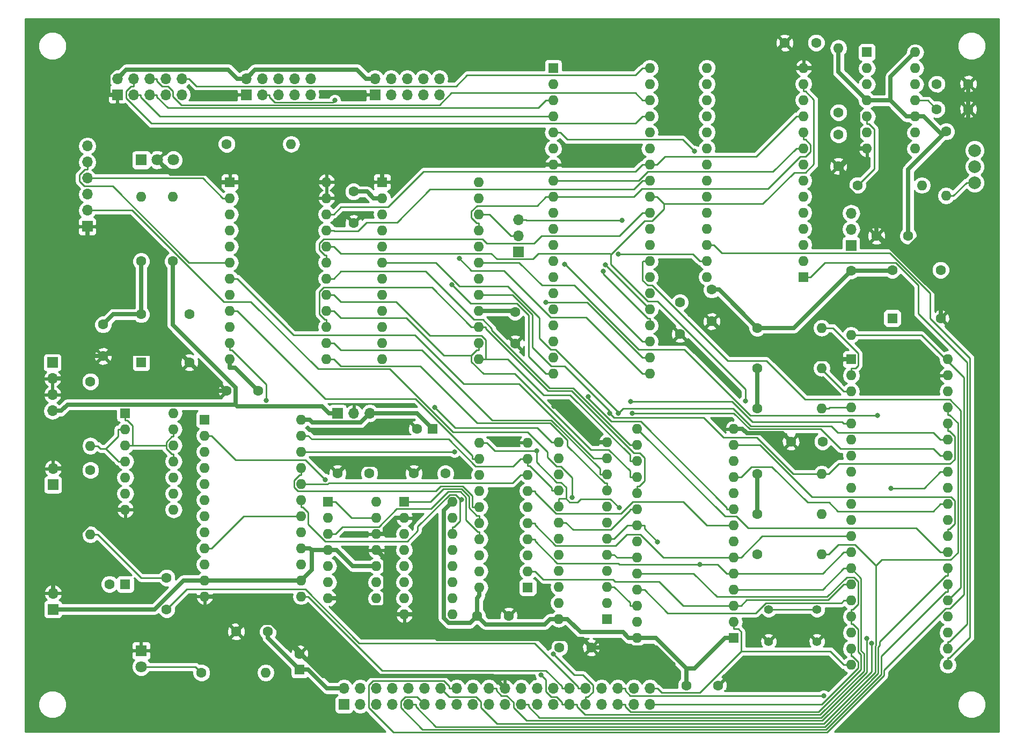
<source format=gtl>
G04 #@! TF.FileFunction,Copper,L1,Top,Signal*
%FSLAX46Y46*%
G04 Gerber Fmt 4.6, Leading zero omitted, Abs format (unit mm)*
G04 Created by KiCad (PCBNEW 4.0.7) date 11/10/19 12:42:26*
%MOMM*%
%LPD*%
G01*
G04 APERTURE LIST*
%ADD10C,0.100000*%
%ADD11C,1.524000*%
%ADD12C,1.600000*%
%ADD13R,1.600000X1.600000*%
%ADD14R,1.700000X1.700000*%
%ADD15O,1.700000X1.700000*%
%ADD16O,1.600000X1.600000*%
%ADD17C,1.397000*%
%ADD18R,1.800000X1.800000*%
%ADD19C,1.800000*%
%ADD20C,2.000000*%
%ADD21C,0.800000*%
%ADD22C,0.700000*%
%ADD23C,0.250000*%
%ADD24C,0.254000*%
G04 APERTURE END LIST*
D10*
D11*
X189000000Y-87270000D03*
X113500000Y-50770000D03*
X171000000Y-133270000D03*
X195500000Y-64270000D03*
X90000000Y-61770000D03*
X57500000Y-118270000D03*
X59000000Y-132270000D03*
D12*
X176500000Y-97500000D03*
X171500000Y-97500000D03*
X87500000Y-89500000D03*
X82500000Y-89500000D03*
X154000000Y-75500000D03*
X154000000Y-80500000D03*
X140000000Y-130000000D03*
X135000000Y-130000000D03*
X102500000Y-63000000D03*
X102500000Y-58000000D03*
X89000000Y-127500000D03*
X84000000Y-127500000D03*
X128000000Y-77000000D03*
X128000000Y-82000000D03*
X160000000Y-136000000D03*
X155000000Y-136000000D03*
X117000000Y-102500000D03*
X112000000Y-102500000D03*
X73000000Y-119000000D03*
X73000000Y-124000000D03*
D13*
X66500000Y-120000000D03*
D12*
X64000000Y-120000000D03*
D13*
X115000000Y-95500000D03*
D12*
X112500000Y-95500000D03*
D13*
X94000000Y-133500000D03*
D12*
X94000000Y-131000000D03*
D14*
X65240000Y-42700000D03*
D15*
X65240000Y-40160000D03*
X67780000Y-42700000D03*
X67780000Y-40160000D03*
X70320000Y-42700000D03*
X70320000Y-40160000D03*
X72860000Y-42700000D03*
X72860000Y-40160000D03*
X75400000Y-42700000D03*
X75400000Y-40160000D03*
D14*
X85560000Y-42700000D03*
D15*
X85560000Y-40160000D03*
X88100000Y-42700000D03*
X88100000Y-40160000D03*
X90640000Y-42700000D03*
X90640000Y-40160000D03*
X93180000Y-42700000D03*
X93180000Y-40160000D03*
X95720000Y-42700000D03*
X95720000Y-40160000D03*
D14*
X105880000Y-42700000D03*
D15*
X105880000Y-40160000D03*
X108420000Y-42700000D03*
X108420000Y-40160000D03*
X110960000Y-42700000D03*
X110960000Y-40160000D03*
X113500000Y-42700000D03*
X113500000Y-40160000D03*
X116040000Y-42700000D03*
X116040000Y-40160000D03*
D14*
X55080000Y-104295000D03*
D15*
X55080000Y-101755000D03*
D14*
X101000000Y-139000000D03*
D15*
X101000000Y-136460000D03*
X103540000Y-139000000D03*
X103540000Y-136460000D03*
X106080000Y-139000000D03*
X106080000Y-136460000D03*
X108620000Y-139000000D03*
X108620000Y-136460000D03*
X111160000Y-139000000D03*
X111160000Y-136460000D03*
X113700000Y-139000000D03*
X113700000Y-136460000D03*
X116240000Y-139000000D03*
X116240000Y-136460000D03*
X118780000Y-139000000D03*
X118780000Y-136460000D03*
X121320000Y-139000000D03*
X121320000Y-136460000D03*
X123860000Y-139000000D03*
X123860000Y-136460000D03*
X126400000Y-139000000D03*
X126400000Y-136460000D03*
X128940000Y-139000000D03*
X128940000Y-136460000D03*
X131480000Y-139000000D03*
X131480000Y-136460000D03*
X134020000Y-139000000D03*
X134020000Y-136460000D03*
X136560000Y-139000000D03*
X136560000Y-136460000D03*
X139100000Y-139000000D03*
X139100000Y-136460000D03*
X141640000Y-139000000D03*
X141640000Y-136460000D03*
X144180000Y-139000000D03*
X144180000Y-136460000D03*
X146720000Y-139000000D03*
X146720000Y-136460000D03*
X149260000Y-139000000D03*
X149260000Y-136460000D03*
D14*
X55080000Y-123980000D03*
D15*
X55080000Y-121440000D03*
D12*
X166205000Y-92230000D03*
D16*
X176365000Y-92230000D03*
D12*
X166205000Y-85880000D03*
D16*
X176365000Y-85880000D03*
D12*
X82500000Y-50500000D03*
D16*
X92660000Y-50500000D03*
D12*
X166205000Y-79530000D03*
D16*
X176365000Y-79530000D03*
D12*
X181000000Y-70500000D03*
D16*
X181000000Y-80660000D03*
D12*
X166205000Y-102580000D03*
D16*
X176365000Y-102580000D03*
D12*
X166205000Y-115280000D03*
D16*
X176365000Y-115280000D03*
D12*
X166205000Y-108930000D03*
D16*
X176365000Y-108930000D03*
D12*
X61000000Y-102000000D03*
D16*
X61000000Y-112160000D03*
D12*
X61000000Y-88000000D03*
D16*
X61000000Y-98160000D03*
D17*
X175620000Y-124000000D03*
X175620000Y-129080000D03*
X168000000Y-124000000D03*
X168000000Y-129080000D03*
D13*
X187500000Y-78000000D03*
D12*
X187500000Y-70380000D03*
X195120000Y-70380000D03*
X195120000Y-78000000D03*
D13*
X181000000Y-84500000D03*
D16*
X196240000Y-132760000D03*
X181000000Y-87040000D03*
X196240000Y-130220000D03*
X181000000Y-89580000D03*
X196240000Y-127680000D03*
X181000000Y-92120000D03*
X196240000Y-125140000D03*
X181000000Y-94660000D03*
X196240000Y-122600000D03*
X181000000Y-97200000D03*
X196240000Y-120060000D03*
X181000000Y-99740000D03*
X196240000Y-117520000D03*
X181000000Y-102280000D03*
X196240000Y-114980000D03*
X181000000Y-104820000D03*
X196240000Y-112440000D03*
X181000000Y-107360000D03*
X196240000Y-109900000D03*
X181000000Y-109900000D03*
X196240000Y-107360000D03*
X181000000Y-112440000D03*
X196240000Y-104820000D03*
X181000000Y-114980000D03*
X196240000Y-102280000D03*
X181000000Y-117520000D03*
X196240000Y-99740000D03*
X181000000Y-120060000D03*
X196240000Y-97200000D03*
X181000000Y-122600000D03*
X196240000Y-94660000D03*
X181000000Y-125140000D03*
X196240000Y-92120000D03*
X181000000Y-127680000D03*
X196240000Y-89580000D03*
X181000000Y-130220000D03*
X196240000Y-87040000D03*
X181000000Y-132760000D03*
X196240000Y-84500000D03*
D13*
X83000000Y-56500000D03*
D16*
X98240000Y-84440000D03*
X83000000Y-59040000D03*
X98240000Y-81900000D03*
X83000000Y-61580000D03*
X98240000Y-79360000D03*
X83000000Y-64120000D03*
X98240000Y-76820000D03*
X83000000Y-66660000D03*
X98240000Y-74280000D03*
X83000000Y-69200000D03*
X98240000Y-71740000D03*
X83000000Y-71740000D03*
X98240000Y-69200000D03*
X83000000Y-74280000D03*
X98240000Y-66660000D03*
X83000000Y-76820000D03*
X98240000Y-64120000D03*
X83000000Y-79360000D03*
X98240000Y-61580000D03*
X83000000Y-81900000D03*
X98240000Y-59040000D03*
X83000000Y-84440000D03*
X98240000Y-56500000D03*
D13*
X69000000Y-85000000D03*
D12*
X69000000Y-77380000D03*
X76620000Y-77380000D03*
X76620000Y-85000000D03*
D13*
X134000000Y-38500000D03*
D16*
X149240000Y-86760000D03*
X134000000Y-41040000D03*
X149240000Y-84220000D03*
X134000000Y-43580000D03*
X149240000Y-81680000D03*
X134000000Y-46120000D03*
X149240000Y-79140000D03*
X134000000Y-48660000D03*
X149240000Y-76600000D03*
X134000000Y-51200000D03*
X149240000Y-74060000D03*
X134000000Y-53740000D03*
X149240000Y-71520000D03*
X134000000Y-56280000D03*
X149240000Y-68980000D03*
X134000000Y-58820000D03*
X149240000Y-66440000D03*
X134000000Y-61360000D03*
X149240000Y-63900000D03*
X134000000Y-63900000D03*
X149240000Y-61360000D03*
X134000000Y-66440000D03*
X149240000Y-58820000D03*
X134000000Y-68980000D03*
X149240000Y-56280000D03*
X134000000Y-71520000D03*
X149240000Y-53740000D03*
X134000000Y-74060000D03*
X149240000Y-51200000D03*
X134000000Y-76600000D03*
X149240000Y-48660000D03*
X134000000Y-79140000D03*
X149240000Y-46120000D03*
X134000000Y-81680000D03*
X149240000Y-43580000D03*
X134000000Y-84220000D03*
X149240000Y-41040000D03*
X134000000Y-86760000D03*
X149240000Y-38500000D03*
D13*
X142500000Y-125500000D03*
D16*
X134880000Y-97560000D03*
X142500000Y-122960000D03*
X134880000Y-100100000D03*
X142500000Y-120420000D03*
X134880000Y-102640000D03*
X142500000Y-117880000D03*
X134880000Y-105180000D03*
X142500000Y-115340000D03*
X134880000Y-107720000D03*
X142500000Y-112800000D03*
X134880000Y-110260000D03*
X142500000Y-110260000D03*
X134880000Y-112800000D03*
X142500000Y-107720000D03*
X134880000Y-115340000D03*
X142500000Y-105180000D03*
X134880000Y-117880000D03*
X142500000Y-102640000D03*
X134880000Y-120420000D03*
X142500000Y-100100000D03*
X134880000Y-122960000D03*
X142500000Y-97560000D03*
X134880000Y-125500000D03*
D13*
X79000000Y-94000000D03*
D16*
X94240000Y-121940000D03*
X79000000Y-96540000D03*
X94240000Y-119400000D03*
X79000000Y-99080000D03*
X94240000Y-116860000D03*
X79000000Y-101620000D03*
X94240000Y-114320000D03*
X79000000Y-104160000D03*
X94240000Y-111780000D03*
X79000000Y-106700000D03*
X94240000Y-109240000D03*
X79000000Y-109240000D03*
X94240000Y-106700000D03*
X79000000Y-111780000D03*
X94240000Y-104160000D03*
X79000000Y-114320000D03*
X94240000Y-101620000D03*
X79000000Y-116860000D03*
X94240000Y-99080000D03*
X79000000Y-119400000D03*
X94240000Y-96540000D03*
X79000000Y-121940000D03*
X94240000Y-94000000D03*
D13*
X107000000Y-56500000D03*
D16*
X122240000Y-84440000D03*
X107000000Y-59040000D03*
X122240000Y-81900000D03*
X107000000Y-61580000D03*
X122240000Y-79360000D03*
X107000000Y-64120000D03*
X122240000Y-76820000D03*
X107000000Y-66660000D03*
X122240000Y-74280000D03*
X107000000Y-69200000D03*
X122240000Y-71740000D03*
X107000000Y-71740000D03*
X122240000Y-69200000D03*
X107000000Y-74280000D03*
X122240000Y-66660000D03*
X107000000Y-76820000D03*
X122240000Y-64120000D03*
X107000000Y-79360000D03*
X122240000Y-61580000D03*
X107000000Y-81900000D03*
X122240000Y-59040000D03*
X107000000Y-84440000D03*
X122240000Y-56500000D03*
D13*
X173500000Y-71500000D03*
D16*
X158260000Y-38480000D03*
X173500000Y-68960000D03*
X158260000Y-41020000D03*
X173500000Y-66420000D03*
X158260000Y-43560000D03*
X173500000Y-63880000D03*
X158260000Y-46100000D03*
X173500000Y-61340000D03*
X158260000Y-48640000D03*
X173500000Y-58800000D03*
X158260000Y-51180000D03*
X173500000Y-56260000D03*
X158260000Y-53720000D03*
X173500000Y-53720000D03*
X158260000Y-56260000D03*
X173500000Y-51180000D03*
X158260000Y-58800000D03*
X173500000Y-48640000D03*
X158260000Y-61340000D03*
X173500000Y-46100000D03*
X158260000Y-63880000D03*
X173500000Y-43560000D03*
X158260000Y-66420000D03*
X173500000Y-41020000D03*
X158260000Y-68960000D03*
X173500000Y-38480000D03*
X158260000Y-71500000D03*
D13*
X162500000Y-128500000D03*
D16*
X147260000Y-95480000D03*
X162500000Y-125960000D03*
X147260000Y-98020000D03*
X162500000Y-123420000D03*
X147260000Y-100560000D03*
X162500000Y-120880000D03*
X147260000Y-103100000D03*
X162500000Y-118340000D03*
X147260000Y-105640000D03*
X162500000Y-115800000D03*
X147260000Y-108180000D03*
X162500000Y-113260000D03*
X147260000Y-110720000D03*
X162500000Y-110720000D03*
X147260000Y-113260000D03*
X162500000Y-108180000D03*
X147260000Y-115800000D03*
X162500000Y-105640000D03*
X147260000Y-118340000D03*
X162500000Y-103100000D03*
X147260000Y-120880000D03*
X162500000Y-100560000D03*
X147260000Y-123420000D03*
X162500000Y-98020000D03*
X147260000Y-125960000D03*
X162500000Y-95480000D03*
X147260000Y-128500000D03*
D13*
X66500000Y-93000000D03*
D16*
X74120000Y-108240000D03*
X66500000Y-95540000D03*
X74120000Y-105700000D03*
X66500000Y-98080000D03*
X74120000Y-103160000D03*
X66500000Y-100620000D03*
X74120000Y-100620000D03*
X66500000Y-103160000D03*
X74120000Y-98080000D03*
X66500000Y-105700000D03*
X74120000Y-95540000D03*
X66500000Y-108240000D03*
X74120000Y-93000000D03*
D14*
X60500000Y-63500000D03*
D15*
X60500000Y-60960000D03*
X60500000Y-58420000D03*
X60500000Y-55880000D03*
X60500000Y-53340000D03*
X60500000Y-50800000D03*
D14*
X100000000Y-93000000D03*
D15*
X102540000Y-93000000D03*
X105080000Y-93000000D03*
D12*
X127000000Y-125000000D03*
X122000000Y-125000000D03*
X179000000Y-49000000D03*
X179000000Y-54000000D03*
X175500000Y-34500000D03*
X170500000Y-34500000D03*
X105000000Y-102500000D03*
X100000000Y-102500000D03*
X194500000Y-45000000D03*
X199500000Y-45000000D03*
X194500000Y-41000000D03*
X199500000Y-41000000D03*
D18*
X69000000Y-130500000D03*
D19*
X69000000Y-133040000D03*
D18*
X69000000Y-53000000D03*
D19*
X71540000Y-53000000D03*
X74080000Y-53000000D03*
D14*
X55000000Y-85000000D03*
D15*
X55000000Y-87540000D03*
X55000000Y-90080000D03*
X55000000Y-92620000D03*
D14*
X128500000Y-67500000D03*
D15*
X128500000Y-64960000D03*
X128500000Y-62420000D03*
D14*
X181000000Y-66500000D03*
D15*
X181000000Y-63960000D03*
X181000000Y-61420000D03*
D12*
X179000000Y-45500000D03*
D16*
X179000000Y-35340000D03*
D12*
X182000000Y-57000000D03*
D16*
X192160000Y-57000000D03*
D12*
X78500000Y-134000000D03*
D16*
X88660000Y-134000000D03*
D12*
X196000000Y-48500000D03*
D16*
X196000000Y-58660000D03*
D12*
X69000000Y-69000000D03*
D16*
X69000000Y-58840000D03*
D12*
X74000000Y-69000000D03*
D16*
X74000000Y-58840000D03*
D13*
X130000000Y-120500000D03*
D16*
X122380000Y-97640000D03*
X130000000Y-117960000D03*
X122380000Y-100180000D03*
X130000000Y-115420000D03*
X122380000Y-102720000D03*
X130000000Y-112880000D03*
X122380000Y-105260000D03*
X130000000Y-110340000D03*
X122380000Y-107800000D03*
X130000000Y-107800000D03*
X122380000Y-110340000D03*
X130000000Y-105260000D03*
X122380000Y-112880000D03*
X130000000Y-102720000D03*
X122380000Y-115420000D03*
X130000000Y-100180000D03*
X122380000Y-117960000D03*
X130000000Y-97640000D03*
X122380000Y-120500000D03*
D13*
X183500000Y-36000000D03*
D16*
X191120000Y-51240000D03*
X183500000Y-38540000D03*
X191120000Y-48700000D03*
X183500000Y-41080000D03*
X191120000Y-46160000D03*
X183500000Y-43620000D03*
X191120000Y-43620000D03*
X183500000Y-46160000D03*
X191120000Y-41080000D03*
X183500000Y-48700000D03*
X191120000Y-38540000D03*
X183500000Y-51240000D03*
X191120000Y-36000000D03*
D13*
X110500000Y-107000000D03*
D16*
X118120000Y-124780000D03*
X110500000Y-109540000D03*
X118120000Y-122240000D03*
X110500000Y-112080000D03*
X118120000Y-119700000D03*
X110500000Y-114620000D03*
X118120000Y-117160000D03*
X110500000Y-117160000D03*
X118120000Y-114620000D03*
X110500000Y-119700000D03*
X118120000Y-112080000D03*
X110500000Y-122240000D03*
X118120000Y-109540000D03*
X110500000Y-124780000D03*
X118120000Y-107000000D03*
D13*
X98500000Y-107000000D03*
D16*
X106120000Y-122240000D03*
X98500000Y-109540000D03*
X106120000Y-119700000D03*
X98500000Y-112080000D03*
X106120000Y-117160000D03*
X98500000Y-114620000D03*
X106120000Y-114620000D03*
X98500000Y-117160000D03*
X106120000Y-112080000D03*
X98500000Y-119700000D03*
X106120000Y-109540000D03*
X98500000Y-122240000D03*
X106120000Y-107000000D03*
D20*
X200500000Y-54040000D03*
X200500000Y-56580000D03*
X200500000Y-51500000D03*
D12*
X159000000Y-78500000D03*
X159000000Y-73500000D03*
X190000000Y-65000000D03*
X185000000Y-65000000D03*
X63000000Y-79000000D03*
X63000000Y-84000000D03*
D11*
X59000000Y-44270000D03*
X151000000Y-35270000D03*
D21*
X109185400Y-52985400D03*
X134110200Y-91929500D03*
X172132700Y-86138400D03*
X152915800Y-132659600D03*
X137026700Y-106289500D03*
X99543500Y-43577900D03*
X142207200Y-69544100D03*
X141939000Y-70544500D03*
X118001000Y-72726000D03*
X135791200Y-69495600D03*
X119209200Y-68594100D03*
X132876400Y-75474600D03*
X146509300Y-92980900D03*
X164311400Y-91073300D03*
X185176200Y-93390000D03*
X98074500Y-103492600D03*
X115323300Y-92056700D03*
X119521600Y-106614100D03*
X88716300Y-90958500D03*
X146183100Y-91133000D03*
X139568000Y-90405300D03*
X184203800Y-129329100D03*
X183476300Y-128616700D03*
X157125500Y-116926900D03*
X132070600Y-134346800D03*
X134010500Y-131035600D03*
X176673900Y-137635300D03*
X150456700Y-113332300D03*
X187324800Y-104889200D03*
X144245200Y-93003500D03*
X142954200Y-93049200D03*
X144904700Y-62524900D03*
X118425400Y-99080000D03*
X156289900Y-51652500D03*
X144412800Y-107960200D03*
X131412000Y-98961800D03*
X144283500Y-67847200D03*
D22*
X134880000Y-125500000D02*
X136230300Y-125500000D01*
X179000000Y-39120000D02*
X179000000Y-35340000D01*
X183500000Y-43620000D02*
X179000000Y-39120000D01*
X64620000Y-77380000D02*
X69000000Y-77380000D01*
X63000000Y-79000000D02*
X64620000Y-77380000D01*
X69000000Y-77380000D02*
X69000000Y-69000000D01*
X71110300Y-123980000D02*
X55080000Y-123980000D01*
X75690300Y-119400000D02*
X71110300Y-123980000D01*
X79000000Y-119400000D02*
X75690300Y-119400000D01*
X134880000Y-125500000D02*
X133529700Y-125500000D01*
X79000000Y-119400000D02*
X80350300Y-119400000D01*
X94240000Y-114320000D02*
X95590300Y-114320000D01*
X98500000Y-114620000D02*
X95890300Y-114620000D01*
X95890300Y-114620000D02*
X95590300Y-114320000D01*
X94240000Y-119400000D02*
X80350300Y-119400000D01*
X95890300Y-117749700D02*
X95890300Y-114620000D01*
X94240000Y-119400000D02*
X95890300Y-117749700D01*
X102390300Y-117160000D02*
X99850300Y-114620000D01*
X106120000Y-117160000D02*
X102390300Y-117160000D01*
X98500000Y-114620000D02*
X99850300Y-114620000D01*
X120862200Y-126137800D02*
X122000000Y-125000000D01*
X117556600Y-126137800D02*
X120862200Y-126137800D01*
X116746500Y-125327700D02*
X117556600Y-126137800D01*
X116746500Y-108373500D02*
X116746500Y-125327700D01*
X118120000Y-107000000D02*
X116746500Y-108373500D01*
X166205000Y-108930000D02*
X166205000Y-102580000D01*
X160175000Y-73500000D02*
X159000000Y-73500000D01*
X166205000Y-79530000D02*
X160175000Y-73500000D01*
X146584900Y-128500000D02*
X145909700Y-128500000D01*
X166205000Y-92230000D02*
X166205000Y-85880000D01*
X187380000Y-70500000D02*
X187500000Y-70380000D01*
X181000000Y-70500000D02*
X187380000Y-70500000D01*
X171970000Y-79530000D02*
X181000000Y-70500000D01*
X166205000Y-79530000D02*
X171970000Y-79530000D01*
X191120000Y-46160000D02*
X189769700Y-46160000D01*
X187229700Y-39890300D02*
X187229700Y-43620000D01*
X191120000Y-36000000D02*
X187229700Y-39890300D01*
X189769700Y-46160000D02*
X187229700Y-43620000D01*
X187229700Y-43620000D02*
X183500000Y-43620000D01*
X191120000Y-46160000D02*
X192470300Y-46160000D01*
X195405200Y-49094800D02*
X192470300Y-46160000D01*
X190000000Y-54500000D02*
X195405200Y-49094800D01*
X190000000Y-65000000D02*
X190000000Y-54500000D01*
X195405200Y-49094800D02*
X196000000Y-48500000D01*
X104609700Y-58000000D02*
X105649700Y-59040000D01*
X102500000Y-58000000D02*
X104609700Y-58000000D01*
X107000000Y-59040000D02*
X105649700Y-59040000D01*
X66651400Y-38748600D02*
X65240000Y-40160000D01*
X82748300Y-38748600D02*
X66651400Y-38748600D01*
X84159700Y-40160000D02*
X82748300Y-38748600D01*
X85560000Y-40160000D02*
X84159700Y-40160000D01*
X86991800Y-38728200D02*
X85560000Y-40160000D01*
X103047900Y-38728200D02*
X86991800Y-38728200D01*
X104479700Y-40160000D02*
X103047900Y-38728200D01*
X105880000Y-40160000D02*
X104479700Y-40160000D01*
X83000000Y-84440000D02*
X83000000Y-85790300D01*
X98310300Y-136460000D02*
X95350300Y-133500000D01*
X101000000Y-136460000D02*
X98310300Y-136460000D01*
X94000000Y-133500000D02*
X95350300Y-133500000D01*
X83790300Y-85790300D02*
X87500000Y-89500000D01*
X83000000Y-85790300D02*
X83790300Y-85790300D01*
X138330000Y-127599700D02*
X136230300Y-125500000D01*
X145009400Y-127599700D02*
X138330000Y-127599700D01*
X145909700Y-128500000D02*
X145009400Y-127599700D01*
X146584900Y-128500000D02*
X147260000Y-128500000D01*
X156306800Y-133342900D02*
X155000000Y-133342900D01*
X161149700Y-128500000D02*
X156306800Y-133342900D01*
X150157100Y-128500000D02*
X155000000Y-133342900D01*
X147260000Y-128500000D02*
X150157100Y-128500000D01*
X155000000Y-133342900D02*
X155000000Y-136000000D01*
X162500000Y-128500000D02*
X161149700Y-128500000D01*
X94240000Y-94000000D02*
X95590300Y-94000000D01*
X112500000Y-93000000D02*
X115000000Y-95500000D01*
X105080000Y-93000000D02*
X112500000Y-93000000D01*
X96036400Y-94446100D02*
X95590300Y-94000000D01*
X103633900Y-94446100D02*
X96036400Y-94446100D01*
X105080000Y-93000000D02*
X103633900Y-94446100D01*
X89000000Y-128500000D02*
X94000000Y-133500000D01*
X89000000Y-127500000D02*
X89000000Y-128500000D01*
X132679400Y-126350300D02*
X133529700Y-125500000D01*
X123350300Y-126350300D02*
X132679400Y-126350300D01*
X122000000Y-125000000D02*
X123350300Y-126350300D01*
X122000000Y-122230300D02*
X122000000Y-125000000D01*
X122380000Y-121850300D02*
X122000000Y-122230300D01*
X122380000Y-120500000D02*
X122380000Y-121850300D01*
X107470300Y-111219400D02*
X107470300Y-112080000D01*
X109149700Y-109540000D02*
X107470300Y-111219400D01*
X110500000Y-109540000D02*
X109149700Y-109540000D01*
X106120000Y-112080000D02*
X107470300Y-112080000D01*
X55080000Y-101755000D02*
X56480300Y-101755000D01*
X107000000Y-56500000D02*
X107000000Y-55149700D01*
X81120000Y-89500000D02*
X82500000Y-89500000D01*
X76620000Y-85000000D02*
X81120000Y-89500000D01*
X98500000Y-122240000D02*
X99850300Y-122240000D01*
X55000000Y-87540000D02*
X56400300Y-87540000D01*
X134000000Y-53740000D02*
X132649700Y-53740000D01*
X59940300Y-84000000D02*
X60500000Y-84000000D01*
X56400300Y-87540000D02*
X59940300Y-84000000D01*
X60500000Y-63500000D02*
X60500000Y-84000000D01*
X55080000Y-116125300D02*
X55080000Y-121440000D01*
X62965300Y-108240000D02*
X55080000Y-116125300D01*
X66500000Y-108240000D02*
X62965300Y-108240000D01*
X62965300Y-108240000D02*
X56480300Y-101755000D01*
X101279000Y-123668700D02*
X99850300Y-122240000D01*
X107488700Y-123668700D02*
X101279000Y-123668700D01*
X107488700Y-115988700D02*
X106120000Y-114620000D01*
X107488700Y-123668700D02*
X107488700Y-115988700D01*
X183500000Y-51240000D02*
X182149700Y-51240000D01*
X182149700Y-45779400D02*
X182149700Y-51240000D01*
X174850300Y-38480000D02*
X182149700Y-45779400D01*
X173500000Y-38480000D02*
X174850300Y-38480000D01*
X199500000Y-45000000D02*
X199500000Y-41000000D01*
X179000000Y-54000000D02*
X179525000Y-54000000D01*
X182149700Y-51375300D02*
X182149700Y-51240000D01*
X179525000Y-54000000D02*
X182149700Y-51375300D01*
X79000000Y-121940000D02*
X80350300Y-121940000D01*
X84955200Y-126544800D02*
X80350300Y-121940000D01*
X84955200Y-126544800D02*
X84000000Y-127500000D01*
X162500000Y-95480000D02*
X163850300Y-95480000D01*
X173500000Y-38480000D02*
X172149700Y-38480000D01*
X170500000Y-34500000D02*
X169506700Y-35493300D01*
X172149700Y-38136300D02*
X172149700Y-38480000D01*
X169506700Y-35493300D02*
X172149700Y-38136300D01*
X65240000Y-42700000D02*
X63839700Y-42700000D01*
X67887700Y-35493300D02*
X169506700Y-35493300D01*
X63839700Y-39541300D02*
X67887700Y-35493300D01*
X63839700Y-42700000D02*
X63839700Y-39541300D01*
X98240000Y-56500000D02*
X83000000Y-56500000D01*
X73689700Y-55149700D02*
X71540000Y-53000000D01*
X80299400Y-55149700D02*
X73689700Y-55149700D01*
X81649700Y-56500000D02*
X80299400Y-55149700D01*
X83000000Y-56500000D02*
X81649700Y-56500000D01*
X101364800Y-101135200D02*
X100000000Y-102500000D01*
X110635200Y-101135200D02*
X101364800Y-101135200D01*
X112000000Y-102500000D02*
X110635200Y-101135200D01*
X142500000Y-97560000D02*
X141149700Y-97560000D01*
X181000000Y-84500000D02*
X179649700Y-84500000D01*
X108600000Y-124780000D02*
X110500000Y-124780000D01*
X107488700Y-123668700D02*
X108600000Y-124780000D01*
X85357400Y-126142600D02*
X84955200Y-126544800D01*
X89597000Y-126142600D02*
X85357400Y-126142600D01*
X94000000Y-130545600D02*
X89597000Y-126142600D01*
X94000000Y-131000000D02*
X94000000Y-130545600D01*
X124440000Y-134500000D02*
X126400000Y-136460000D01*
X97727200Y-134500000D02*
X124440000Y-134500000D01*
X94227200Y-131000000D02*
X97727200Y-134500000D01*
X94000000Y-131000000D02*
X94227200Y-131000000D01*
X110500000Y-124780000D02*
X111850300Y-124780000D01*
X173771100Y-84500000D02*
X172132700Y-86138400D01*
X179649700Y-84500000D02*
X173771100Y-84500000D01*
X163649700Y-83149700D02*
X159000000Y-78500000D01*
X169144000Y-83149700D02*
X163649700Y-83149700D01*
X172132700Y-86138400D02*
X169144000Y-83149700D01*
X115720000Y-128649700D02*
X111850300Y-124780000D01*
X138649700Y-128649700D02*
X115720000Y-128649700D01*
X140000000Y-130000000D02*
X138649700Y-128649700D01*
X185000000Y-62000700D02*
X185000000Y-65000000D01*
X179525000Y-56525700D02*
X185000000Y-62000700D01*
X179525000Y-54000000D02*
X179525000Y-56525700D01*
X199500000Y-48235700D02*
X199500000Y-45000000D01*
X194379400Y-53356300D02*
X199500000Y-48235700D01*
X194379400Y-62553200D02*
X194379400Y-53356300D01*
X188653800Y-68278800D02*
X194379400Y-62553200D01*
X185374900Y-65000000D02*
X188653800Y-68278800D01*
X185000000Y-65000000D02*
X185374900Y-65000000D01*
X195120000Y-74745100D02*
X195120000Y-78000000D01*
X188653800Y-68278800D02*
X195120000Y-74745100D01*
X109164300Y-52985400D02*
X109185400Y-52985400D01*
X107000000Y-55149700D02*
X109164300Y-52985400D01*
X109940000Y-53740000D02*
X132649700Y-53740000D01*
X109185400Y-52985400D02*
X109940000Y-53740000D01*
X150256200Y-130000000D02*
X140000000Y-130000000D01*
X152915800Y-132659600D02*
X150256200Y-130000000D01*
X135519200Y-91929500D02*
X134110200Y-91929500D01*
X141149700Y-97560000D02*
X135519200Y-91929500D01*
X170185600Y-96185600D02*
X171500000Y-97500000D01*
X164555900Y-96185600D02*
X170185600Y-96185600D01*
X163850300Y-95480000D02*
X164555900Y-96185600D01*
X60500000Y-84000000D02*
X63000000Y-84000000D01*
X75269600Y-83649600D02*
X76620000Y-85000000D01*
X63350400Y-83649600D02*
X75269600Y-83649600D01*
X63000000Y-84000000D02*
X63350400Y-83649600D01*
X127820000Y-76820000D02*
X122240000Y-76820000D01*
X128000000Y-77000000D02*
X127820000Y-76820000D01*
X55000000Y-92620000D02*
X56400300Y-92620000D01*
X100000000Y-93000000D02*
X98599700Y-93000000D01*
X74000000Y-79069200D02*
X74000000Y-69000000D01*
X83865200Y-88934400D02*
X74000000Y-79069200D01*
X83865200Y-91646500D02*
X83865200Y-88934400D01*
X57373800Y-91646500D02*
X83865200Y-91646500D01*
X56400300Y-92620000D02*
X57373800Y-91646500D01*
X97508500Y-91908800D02*
X98599700Y-93000000D01*
X84127500Y-91908800D02*
X97508500Y-91908800D01*
X83865200Y-91646500D02*
X84127500Y-91908800D01*
D23*
X68965300Y-119000000D02*
X73000000Y-119000000D01*
X62125300Y-112160000D02*
X68965300Y-119000000D01*
X61000000Y-112160000D02*
X62125300Y-112160000D01*
X61000000Y-98160000D02*
X62125300Y-98160000D01*
X65374700Y-100547500D02*
X63433600Y-98606400D01*
X65374700Y-100620000D02*
X65374700Y-100547500D01*
X65374700Y-96665300D02*
X63433600Y-98606400D01*
X65374700Y-95540000D02*
X65374700Y-96665300D01*
X62571700Y-98606400D02*
X62125300Y-98160000D01*
X63433600Y-98606400D02*
X62571700Y-98606400D01*
X66500000Y-95540000D02*
X65374700Y-95540000D01*
X66500000Y-100620000D02*
X65374700Y-100620000D01*
X68955300Y-43067300D02*
X68955300Y-42700000D01*
X72008000Y-46120000D02*
X68955300Y-43067300D01*
X132874700Y-46120000D02*
X72008000Y-46120000D01*
X134000000Y-46120000D02*
X132874700Y-46120000D01*
X67780000Y-42700000D02*
X68955300Y-42700000D01*
X67412600Y-41335300D02*
X67780000Y-41335300D01*
X66604700Y-42143200D02*
X67412600Y-41335300D01*
X66604700Y-43206800D02*
X66604700Y-42143200D01*
X70647300Y-47249400D02*
X66604700Y-43206800D01*
X146985300Y-47249400D02*
X70647300Y-47249400D01*
X148114700Y-46120000D02*
X146985300Y-47249400D01*
X149240000Y-46120000D02*
X148114700Y-46120000D01*
X67780000Y-40160000D02*
X67780000Y-41335300D01*
X71495300Y-43067300D02*
X71495300Y-42700000D01*
X73226500Y-44798500D02*
X71495300Y-43067300D01*
X131656200Y-44798500D02*
X73226500Y-44798500D01*
X132874700Y-43580000D02*
X131656200Y-44798500D01*
X134000000Y-43580000D02*
X132874700Y-43580000D01*
X70320000Y-42700000D02*
X71495300Y-42700000D01*
X149240000Y-43580000D02*
X148114700Y-43580000D01*
X70320000Y-40160000D02*
X71495300Y-40160000D01*
X71495300Y-40527400D02*
X71495300Y-40160000D01*
X72303200Y-41335300D02*
X71495300Y-40527400D01*
X73196300Y-41335300D02*
X72303200Y-41335300D01*
X74035400Y-42174400D02*
X73196300Y-41335300D01*
X74035400Y-42999900D02*
X74035400Y-42174400D01*
X75382800Y-44347300D02*
X74035400Y-42999900D01*
X116054900Y-44347300D02*
X75382800Y-44347300D01*
X117971600Y-42430600D02*
X116054900Y-44347300D01*
X146965300Y-42430600D02*
X117971600Y-42430600D01*
X148114700Y-43580000D02*
X146965300Y-42430600D01*
X77750600Y-41335300D02*
X76575300Y-40160000D01*
X118686000Y-41335300D02*
X77750600Y-41335300D01*
X120396000Y-39625300D02*
X118686000Y-41335300D01*
X146989400Y-39625300D02*
X120396000Y-39625300D01*
X148114700Y-38500000D02*
X146989400Y-39625300D01*
X149240000Y-38500000D02*
X148114700Y-38500000D01*
X75400000Y-40160000D02*
X76575300Y-40160000D01*
X137026700Y-103166000D02*
X137026700Y-106289500D01*
X135230700Y-101370000D02*
X137026700Y-103166000D01*
X134507100Y-101370000D02*
X135230700Y-101370000D01*
X133071100Y-99934000D02*
X134507100Y-101370000D01*
X133071100Y-99086600D02*
X133071100Y-99934000D01*
X129946600Y-95962100D02*
X133071100Y-99086600D01*
X118179400Y-95962100D02*
X129946600Y-95962100D01*
X108233000Y-86015700D02*
X118179400Y-95962100D01*
X96905700Y-86015700D02*
X108233000Y-86015700D01*
X86295400Y-75405400D02*
X96905700Y-86015700D01*
X82020100Y-75405400D02*
X86295400Y-75405400D01*
X67574700Y-60960000D02*
X82020100Y-75405400D01*
X60500000Y-60960000D02*
X67574700Y-60960000D01*
X78714700Y-55880000D02*
X81874700Y-59040000D01*
X60500000Y-55880000D02*
X78714700Y-55880000D01*
X83000000Y-59040000D02*
X81874700Y-59040000D01*
X76540000Y-69200000D02*
X83000000Y-69200000D01*
X64490000Y-57150000D02*
X76540000Y-69200000D01*
X60042700Y-57150000D02*
X64490000Y-57150000D01*
X59271000Y-56378300D02*
X60042700Y-57150000D01*
X59271000Y-55377000D02*
X59271000Y-56378300D01*
X60132700Y-54515300D02*
X59271000Y-55377000D01*
X60500000Y-54515300D02*
X60132700Y-54515300D01*
X60500000Y-53340000D02*
X60500000Y-54515300D01*
X88100000Y-42700000D02*
X89275300Y-42700000D01*
X89275300Y-43067400D02*
X89275300Y-42700000D01*
X90083200Y-43875300D02*
X89275300Y-43067400D01*
X99246100Y-43875300D02*
X90083200Y-43875300D01*
X99543500Y-43577900D02*
X99246100Y-43875300D01*
X142207200Y-69567200D02*
X142207200Y-69544100D01*
X149240000Y-76600000D02*
X142207200Y-69567200D01*
X149240000Y-79140000D02*
X149240000Y-78014700D01*
X141939100Y-70544500D02*
X141939000Y-70544500D01*
X141939100Y-70995100D02*
X141939100Y-70544500D01*
X148958700Y-78014700D02*
X141939100Y-70995100D01*
X149240000Y-78014700D02*
X148958700Y-78014700D01*
X130135400Y-84020700D02*
X132874700Y-86760000D01*
X130135400Y-77527600D02*
X130135400Y-84020700D01*
X128302400Y-75694600D02*
X130135400Y-77527600D01*
X120969600Y-75694600D02*
X128302400Y-75694600D01*
X118001000Y-72726000D02*
X120969600Y-75694600D01*
X134000000Y-86760000D02*
X132874700Y-86760000D01*
X135930300Y-69495600D02*
X135791200Y-69495600D01*
X148114700Y-81680000D02*
X135930300Y-69495600D01*
X149240000Y-81680000D02*
X148114700Y-81680000D01*
X121085100Y-70470000D02*
X119209200Y-68594100D01*
X126198300Y-70470000D02*
X121085100Y-70470000D01*
X133598300Y-77870000D02*
X126198300Y-70470000D01*
X139224700Y-77870000D02*
X133598300Y-77870000D01*
X148114700Y-86760000D02*
X139224700Y-77870000D01*
X149240000Y-86760000D02*
X148114700Y-86760000D01*
X149240000Y-84220000D02*
X148114700Y-84220000D01*
X139369300Y-75474600D02*
X148114700Y-84220000D01*
X132876400Y-75474600D02*
X139369300Y-75474600D01*
X137924700Y-136162400D02*
X137924700Y-136460000D01*
X131087400Y-129325100D02*
X137924700Y-136162400D01*
X103387300Y-129325100D02*
X131087400Y-129325100D01*
X94872500Y-120810300D02*
X103387300Y-129325100D01*
X76189700Y-120810300D02*
X94872500Y-120810300D01*
X73000000Y-124000000D02*
X76189700Y-120810300D01*
X139100000Y-136460000D02*
X137924700Y-136460000D01*
X94240000Y-121940000D02*
X95365300Y-121940000D01*
X136560000Y-136460000D02*
X135384700Y-136460000D01*
X135384700Y-136129500D02*
X135384700Y-136460000D01*
X132876600Y-133621400D02*
X135384700Y-136129500D01*
X107046700Y-133621400D02*
X132876600Y-133621400D01*
X95365300Y-121940000D02*
X107046700Y-133621400D01*
X79000000Y-114320000D02*
X80125300Y-114320000D01*
X85205300Y-109240000D02*
X94240000Y-109240000D01*
X80125300Y-114320000D02*
X85205300Y-109240000D01*
X142500000Y-102640000D02*
X141374700Y-102640000D01*
X98240000Y-81900000D02*
X99365300Y-81900000D01*
X141374700Y-101775800D02*
X141374700Y-102640000D01*
X133689500Y-94090600D02*
X141374700Y-101775800D01*
X124345000Y-94090600D02*
X133689500Y-94090600D01*
X113279700Y-83025300D02*
X124345000Y-94090600D01*
X100490600Y-83025300D02*
X113279700Y-83025300D01*
X99365300Y-81900000D02*
X100490600Y-83025300D01*
X196240000Y-99740000D02*
X195114700Y-99740000D01*
X193989400Y-98614700D02*
X195114700Y-99740000D01*
X179301800Y-98614700D02*
X193989400Y-98614700D01*
X176197400Y-95510300D02*
X179301800Y-98614700D01*
X165019700Y-95510300D02*
X176197400Y-95510300D01*
X162490300Y-92980900D02*
X165019700Y-95510300D01*
X146509300Y-92980900D02*
X162490300Y-92980900D01*
X151655300Y-52450000D02*
X150365300Y-53740000D01*
X166024700Y-52450000D02*
X151655300Y-52450000D01*
X172374700Y-46100000D02*
X166024700Y-52450000D01*
X149240000Y-53740000D02*
X150365300Y-53740000D01*
X146989400Y-54865300D02*
X148114700Y-53740000D01*
X113570100Y-54865300D02*
X146989400Y-54865300D01*
X107980700Y-60454700D02*
X113570100Y-54865300D01*
X100490600Y-60454700D02*
X107980700Y-60454700D01*
X99365300Y-61580000D02*
X100490600Y-60454700D01*
X98240000Y-61580000D02*
X99365300Y-61580000D01*
X149240000Y-53740000D02*
X148114700Y-53740000D01*
X173500000Y-46100000D02*
X172374700Y-46100000D01*
X193989400Y-108485300D02*
X195114700Y-107360000D01*
X178908800Y-108485300D02*
X193989400Y-108485300D01*
X177509100Y-107085600D02*
X178908800Y-108485300D01*
X174130100Y-107085600D02*
X177509100Y-107085600D01*
X168498800Y-101454300D02*
X174130100Y-107085600D01*
X165271000Y-101454300D02*
X168498800Y-101454300D01*
X163625300Y-103100000D02*
X165271000Y-101454300D01*
X162500000Y-103100000D02*
X163625300Y-103100000D01*
X196240000Y-107360000D02*
X195114700Y-107360000D01*
X99442700Y-64197400D02*
X99365300Y-64120000D01*
X103190100Y-64197400D02*
X99442700Y-64197400D01*
X104537500Y-62850000D02*
X103190100Y-64197400D01*
X109353900Y-62850000D02*
X104537500Y-62850000D01*
X114578500Y-57625400D02*
X109353900Y-62850000D01*
X146769300Y-57625400D02*
X114578500Y-57625400D01*
X148114700Y-56280000D02*
X146769300Y-57625400D01*
X149240000Y-56280000D02*
X148114700Y-56280000D01*
X98240000Y-64120000D02*
X99365300Y-64120000D01*
X181000000Y-87040000D02*
X181000000Y-85914700D01*
X181703300Y-85914700D02*
X181000000Y-85914700D01*
X182125400Y-85492600D02*
X181703300Y-85914700D01*
X182125400Y-83547500D02*
X182125400Y-85492600D01*
X178107900Y-79530000D02*
X182125400Y-83547500D01*
X177490300Y-79530000D02*
X178107900Y-79530000D01*
X176365000Y-79530000D02*
X177490300Y-79530000D01*
X196240000Y-112440000D02*
X196240000Y-111314700D01*
X98240000Y-66660000D02*
X99365300Y-66660000D01*
X163062700Y-98020000D02*
X163625300Y-98020000D01*
X163062700Y-98020000D02*
X162500000Y-98020000D01*
X196521400Y-111314700D02*
X196240000Y-111314700D01*
X197365300Y-110470800D02*
X196521400Y-111314700D01*
X197365300Y-106831000D02*
X197365300Y-110470800D01*
X196768800Y-106234500D02*
X197365300Y-106831000D01*
X174808800Y-106234500D02*
X196768800Y-106234500D01*
X166594300Y-98020000D02*
X174808800Y-106234500D01*
X163625300Y-98020000D02*
X166594300Y-98020000D01*
X173500000Y-41020000D02*
X173500000Y-42145300D01*
X149240000Y-58820000D02*
X150365300Y-58820000D01*
X167082600Y-59945300D02*
X151490600Y-59945300D01*
X172037900Y-54990000D02*
X167082600Y-59945300D01*
X173824600Y-54990000D02*
X172037900Y-54990000D01*
X175128900Y-53685700D02*
X173824600Y-54990000D01*
X175128900Y-43492900D02*
X175128900Y-53685700D01*
X173781300Y-42145300D02*
X175128900Y-43492900D01*
X173500000Y-42145300D02*
X173781300Y-42145300D01*
X151490600Y-59945300D02*
X150365300Y-58820000D01*
X148403900Y-62630000D02*
X143096500Y-67937400D01*
X149586000Y-62630000D02*
X148403900Y-62630000D01*
X151490600Y-60725400D02*
X149586000Y-62630000D01*
X151490600Y-59945300D02*
X151490600Y-60725400D01*
X143096500Y-69528200D02*
X143096500Y-67937400D01*
X148898300Y-75330000D02*
X143096500Y-69528200D01*
X150434700Y-75330000D02*
X148898300Y-75330000D01*
X164311400Y-89206700D02*
X150434700Y-75330000D01*
X164311400Y-91073300D02*
X164311400Y-89206700D01*
X100490600Y-67785300D02*
X99365300Y-66660000D01*
X124237400Y-67785300D02*
X100490600Y-67785300D01*
X125127500Y-68675400D02*
X124237400Y-67785300D01*
X130835600Y-68675400D02*
X125127500Y-68675400D01*
X131680300Y-67830700D02*
X130835600Y-68675400D01*
X142989800Y-67830700D02*
X131680300Y-67830700D01*
X143096500Y-67937400D02*
X142989800Y-67830700D01*
X176365000Y-85880000D02*
X176365000Y-86442600D01*
X181000000Y-89580000D02*
X179874700Y-89580000D01*
X176737300Y-86442600D02*
X176365000Y-86442600D01*
X179874700Y-89580000D02*
X176737300Y-86442600D01*
X191304700Y-111170000D02*
X195114700Y-114980000D01*
X164740000Y-111170000D02*
X191304700Y-111170000D01*
X162875400Y-109305400D02*
X164740000Y-111170000D01*
X161085400Y-109305400D02*
X162875400Y-109305400D01*
X147260000Y-95480000D02*
X161085400Y-109305400D01*
X196240000Y-114980000D02*
X195114700Y-114980000D01*
X97958600Y-68074700D02*
X98240000Y-68074700D01*
X97114700Y-67230800D02*
X97958600Y-68074700D01*
X97114700Y-66153600D02*
X97114700Y-67230800D01*
X97782900Y-65485400D02*
X97114700Y-66153600D01*
X122865600Y-65485400D02*
X97782900Y-65485400D01*
X123533400Y-66153200D02*
X122865600Y-65485400D01*
X130998600Y-66153200D02*
X123533400Y-66153200D01*
X132126400Y-65025400D02*
X130998600Y-66153200D01*
X144449300Y-65025400D02*
X132126400Y-65025400D01*
X148114700Y-61360000D02*
X144449300Y-65025400D01*
X149240000Y-61360000D02*
X148114700Y-61360000D01*
X98240000Y-69200000D02*
X98240000Y-68074700D01*
X177600300Y-92120000D02*
X177490300Y-92230000D01*
X181000000Y-92120000D02*
X177600300Y-92120000D01*
X176365000Y-92230000D02*
X177490300Y-92230000D01*
X111160000Y-139000000D02*
X112335300Y-139000000D01*
X196240000Y-117520000D02*
X196240000Y-118645300D01*
X98240000Y-71740000D02*
X99365300Y-71740000D01*
X147260000Y-98020000D02*
X146134700Y-98020000D01*
X195958700Y-118645300D02*
X196240000Y-118645300D01*
X185543500Y-129060500D02*
X195958700Y-118645300D01*
X185543500Y-129697400D02*
X185543500Y-129060500D01*
X185277500Y-129963400D02*
X185543500Y-129697400D01*
X185277500Y-134080400D02*
X185277500Y-129963400D01*
X176844800Y-142513100D02*
X185277500Y-134080400D01*
X115481100Y-142513100D02*
X176844800Y-142513100D01*
X112335300Y-139367300D02*
X115481100Y-142513100D01*
X112335300Y-139000000D02*
X112335300Y-139367300D01*
X137119300Y-89004600D02*
X146134700Y-98020000D01*
X133397100Y-89004600D02*
X137119300Y-89004600D01*
X124311000Y-79918500D02*
X133397100Y-89004600D01*
X124311000Y-79646800D02*
X124311000Y-79918500D01*
X122898800Y-78234600D02*
X124311000Y-79646800D01*
X121516900Y-78234600D02*
X122898800Y-78234600D01*
X113897000Y-70614700D02*
X121516900Y-78234600D01*
X100490600Y-70614700D02*
X113897000Y-70614700D01*
X99365300Y-71740000D02*
X100490600Y-70614700D01*
X196240000Y-120060000D02*
X196240000Y-121185300D01*
X195958700Y-121185300D02*
X196240000Y-121185300D01*
X185727800Y-131416200D02*
X195958700Y-121185300D01*
X185727800Y-134267000D02*
X185727800Y-131416200D01*
X177031400Y-142963400D02*
X185727800Y-134267000D01*
X113406000Y-142963400D02*
X177031400Y-142963400D01*
X109983000Y-139540400D02*
X113406000Y-142963400D01*
X109983000Y-138476000D02*
X109983000Y-139540400D01*
X110634400Y-137824600D02*
X109983000Y-138476000D01*
X112524600Y-137824600D02*
X110634400Y-137824600D01*
X113700000Y-139000000D02*
X112524600Y-137824600D01*
X147260000Y-100560000D02*
X146134700Y-100560000D01*
X98240000Y-74280000D02*
X99365300Y-74280000D01*
X100490600Y-75405300D02*
X99365300Y-74280000D01*
X109215500Y-75405300D02*
X100490600Y-75405300D01*
X114584800Y-80774600D02*
X109215500Y-75405300D01*
X122710600Y-80774600D02*
X114584800Y-80774600D01*
X123366400Y-81430400D02*
X122710600Y-80774600D01*
X123366400Y-84440000D02*
X123366400Y-81430400D01*
X123366400Y-84440000D02*
X122240000Y-84440000D01*
X146134700Y-99575400D02*
X146134700Y-100560000D01*
X136689600Y-90130300D02*
X146134700Y-99575400D01*
X132496200Y-90130300D02*
X136689600Y-90130300D01*
X126805900Y-84440000D02*
X132496200Y-90130300D01*
X123366400Y-84440000D02*
X126805900Y-84440000D01*
X98240000Y-84440000D02*
X99365300Y-84440000D01*
X142129800Y-104054700D02*
X142500000Y-104054700D01*
X136233000Y-98157900D02*
X142129800Y-104054700D01*
X136233000Y-97271000D02*
X136233000Y-98157900D01*
X133503000Y-94541000D02*
X136233000Y-97271000D01*
X122044500Y-94541000D02*
X133503000Y-94541000D01*
X113068800Y-85565300D02*
X122044500Y-94541000D01*
X100490600Y-85565300D02*
X113068800Y-85565300D01*
X99365300Y-84440000D02*
X100490600Y-85565300D01*
X142500000Y-105180000D02*
X142500000Y-104054700D01*
X122240000Y-69200000D02*
X123365300Y-69200000D01*
X165113700Y-93390000D02*
X185176200Y-93390000D01*
X154673700Y-82950000D02*
X165113700Y-93390000D01*
X147481600Y-82950000D02*
X154673700Y-82950000D01*
X137321600Y-72790000D02*
X147481600Y-82950000D01*
X132222900Y-72790000D02*
X137321600Y-72790000D01*
X128632900Y-69200000D02*
X132222900Y-72790000D01*
X123365300Y-69200000D02*
X128632900Y-69200000D01*
X149240000Y-68980000D02*
X148227300Y-68980000D01*
X147260000Y-103100000D02*
X146134700Y-103100000D01*
X122240000Y-81900000D02*
X122240000Y-83025300D01*
X98240000Y-76820000D02*
X99365300Y-76820000D01*
X100490600Y-77945300D02*
X99365300Y-76820000D01*
X110862100Y-77945300D02*
X100490600Y-77945300D01*
X116786000Y-83869200D02*
X110862100Y-77945300D01*
X121114700Y-83869200D02*
X116786000Y-83869200D01*
X121958600Y-83025300D02*
X122240000Y-83025300D01*
X121114700Y-83869200D02*
X121958600Y-83025300D01*
X148114700Y-69092600D02*
X148227300Y-68980000D01*
X148114700Y-71992200D02*
X148114700Y-69092600D01*
X148912500Y-72790000D02*
X148114700Y-71992200D01*
X149600300Y-72790000D02*
X148912500Y-72790000D01*
X161561100Y-84750800D02*
X149600300Y-72790000D01*
X167651200Y-84750800D02*
X161561100Y-84750800D01*
X173750400Y-90850000D02*
X167651200Y-84750800D01*
X196583800Y-90850000D02*
X173750400Y-90850000D01*
X198302400Y-92568600D02*
X196583800Y-90850000D01*
X198302400Y-120537600D02*
X198302400Y-92568600D01*
X196240000Y-122600000D02*
X198302400Y-120537600D01*
X94931900Y-100350000D02*
X98074500Y-103492600D01*
X83935300Y-100350000D02*
X94931900Y-100350000D01*
X80125300Y-96540000D02*
X83935300Y-100350000D01*
X79000000Y-96540000D02*
X80125300Y-96540000D01*
X146134700Y-102115400D02*
X146134700Y-103100000D01*
X142783600Y-98764300D02*
X146134700Y-102115400D01*
X139919300Y-98764300D02*
X142783600Y-98764300D01*
X127946800Y-86791800D02*
X139919300Y-98764300D01*
X122980600Y-86791800D02*
X127946800Y-86791800D01*
X121114700Y-84925900D02*
X122980600Y-86791800D01*
X121114700Y-83869200D02*
X121114700Y-84925900D01*
X106120000Y-109540000D02*
X104994700Y-109540000D01*
X168000000Y-124000000D02*
X175620000Y-124000000D01*
X102165300Y-109540000D02*
X104994700Y-109540000D01*
X99625300Y-107000000D02*
X102165300Y-109540000D01*
X98500000Y-107000000D02*
X99625300Y-107000000D01*
X196240000Y-92120000D02*
X196240000Y-93245300D01*
X176365000Y-115280000D02*
X177490300Y-115280000D01*
X178994400Y-113775900D02*
X177490300Y-115280000D01*
X181638400Y-113775900D02*
X178994400Y-113775900D01*
X184933900Y-117071400D02*
X181638400Y-113775900D01*
X184933900Y-129670100D02*
X184933900Y-117071400D01*
X184827200Y-129776800D02*
X184933900Y-129670100D01*
X184827200Y-133893800D02*
X184827200Y-129776800D01*
X176658200Y-142062800D02*
X184827200Y-133893800D01*
X125180100Y-142062800D02*
X176658200Y-142062800D01*
X122590000Y-139472700D02*
X125180100Y-142062800D01*
X122590000Y-138569000D02*
X122590000Y-139472700D01*
X121845600Y-137824600D02*
X122590000Y-138569000D01*
X117604600Y-137824600D02*
X121845600Y-137824600D01*
X116240000Y-136460000D02*
X117604600Y-137824600D01*
X134880000Y-97560000D02*
X133754700Y-97560000D01*
X196521300Y-93245300D02*
X196240000Y-93245300D01*
X197839600Y-94563600D02*
X196521300Y-93245300D01*
X197839600Y-115000900D02*
X197839600Y-94563600D01*
X196707200Y-116133300D02*
X197839600Y-115000900D01*
X185872000Y-116133300D02*
X196707200Y-116133300D01*
X184933900Y-117071400D02*
X185872000Y-116133300D01*
X118544500Y-95277900D02*
X115323300Y-92056700D01*
X131472600Y-95277900D02*
X118544500Y-95277900D01*
X133754700Y-97560000D02*
X131472600Y-95277900D01*
X147260000Y-105640000D02*
X147260000Y-104514700D01*
X122282000Y-79360000D02*
X123365300Y-79360000D01*
X122282000Y-79360000D02*
X122240000Y-79360000D01*
X97958600Y-78234700D02*
X98240000Y-78234700D01*
X97114700Y-77390800D02*
X97958600Y-78234700D01*
X97114700Y-73812300D02*
X97114700Y-77390800D01*
X97783400Y-73143600D02*
X97114700Y-73812300D01*
X114898300Y-73143600D02*
X97783400Y-73143600D01*
X121114700Y-79360000D02*
X114898300Y-73143600D01*
X122240000Y-79360000D02*
X121114700Y-79360000D01*
X98240000Y-79360000D02*
X98240000Y-78234700D01*
X147541400Y-104514700D02*
X147260000Y-104514700D01*
X148385300Y-103670800D02*
X147541400Y-104514700D01*
X148385300Y-100014300D02*
X148385300Y-103670800D01*
X147661000Y-99290000D02*
X148385300Y-100014300D01*
X146729700Y-99290000D02*
X147661000Y-99290000D01*
X136894600Y-89454900D02*
X146729700Y-99290000D01*
X133210500Y-89454900D02*
X136894600Y-89454900D01*
X123365300Y-79609700D02*
X133210500Y-89454900D01*
X123365300Y-79360000D02*
X123365300Y-79609700D01*
X196240000Y-84500000D02*
X195958700Y-84500000D01*
X192118700Y-80660000D02*
X195958700Y-84500000D01*
X181000000Y-80660000D02*
X192118700Y-80660000D01*
X118780000Y-136460000D02*
X117604700Y-136460000D01*
X198815900Y-87357200D02*
X195958700Y-84500000D01*
X198815900Y-121635500D02*
X198815900Y-87357200D01*
X196581400Y-123870000D02*
X198815900Y-121635500D01*
X195877800Y-123870000D02*
X196581400Y-123870000D01*
X186178100Y-133569700D02*
X195877800Y-123870000D01*
X186178100Y-134453600D02*
X186178100Y-133569700D01*
X177218000Y-143413700D02*
X186178100Y-134453600D01*
X108756200Y-143413700D02*
X177218000Y-143413700D01*
X104866300Y-139523800D02*
X108756200Y-143413700D01*
X104866300Y-135935800D02*
X104866300Y-139523800D01*
X105558200Y-135243900D02*
X104866300Y-135935800D01*
X116755900Y-135243900D02*
X105558200Y-135243900D01*
X117604700Y-136092700D02*
X116755900Y-135243900D01*
X117604700Y-136460000D02*
X117604700Y-136092700D01*
X118120000Y-112080000D02*
X118120000Y-110954700D01*
X94240000Y-106700000D02*
X94240000Y-107825300D01*
X119277600Y-106614100D02*
X119521600Y-106614100D01*
X119277600Y-110078400D02*
X119277600Y-106614100D01*
X118401300Y-110954700D02*
X119277600Y-110078400D01*
X118120000Y-110954700D02*
X118401300Y-110954700D01*
X94521400Y-107825300D02*
X94240000Y-107825300D01*
X95365300Y-108669200D02*
X94521400Y-107825300D01*
X95365300Y-110538500D02*
X95365300Y-108669200D01*
X98070000Y-113243200D02*
X95365300Y-110538500D01*
X110962200Y-113243200D02*
X98070000Y-113243200D01*
X112611200Y-111594200D02*
X110962200Y-113243200D01*
X112611200Y-110907000D02*
X112611200Y-111594200D01*
X117648600Y-105869600D02*
X112611200Y-110907000D01*
X118606100Y-105869600D02*
X117648600Y-105869600D01*
X119277600Y-106541100D02*
X118606100Y-105869600D01*
X119277600Y-106614100D02*
X119277600Y-106541100D01*
X173781400Y-49765300D02*
X173500000Y-49765300D01*
X174625300Y-50609200D02*
X173781400Y-49765300D01*
X174625300Y-51674600D02*
X174625300Y-50609200D01*
X173849900Y-52450000D02*
X174625300Y-51674600D01*
X172969800Y-52450000D02*
X173849900Y-52450000D01*
X167889800Y-57530000D02*
X172969800Y-52450000D01*
X147994700Y-57530000D02*
X167889800Y-57530000D01*
X146704700Y-58820000D02*
X147994700Y-57530000D01*
X134000000Y-58820000D02*
X146704700Y-58820000D01*
X173500000Y-48640000D02*
X173500000Y-49765300D01*
X131460100Y-60234600D02*
X132874700Y-58820000D01*
X121988800Y-60234600D02*
X131460100Y-60234600D01*
X121100900Y-61122500D02*
X121988800Y-60234600D01*
X121100900Y-62136900D02*
X121100900Y-61122500D01*
X121958700Y-62994700D02*
X121100900Y-62136900D01*
X122240000Y-62994700D02*
X121958700Y-62994700D01*
X122240000Y-64120000D02*
X122240000Y-62994700D01*
X134000000Y-58820000D02*
X132874700Y-58820000D01*
X83281300Y-83025300D02*
X83000000Y-83025300D01*
X88716300Y-88460300D02*
X83281300Y-83025300D01*
X88716300Y-90958500D02*
X88716300Y-88460300D01*
X83000000Y-81900000D02*
X83000000Y-83025300D01*
X162219800Y-91133000D02*
X146183100Y-91133000D01*
X165471100Y-94384300D02*
X162219800Y-91133000D01*
X179599000Y-94384300D02*
X165471100Y-94384300D01*
X179874700Y-94660000D02*
X179599000Y-94384300D01*
X181000000Y-94660000D02*
X179874700Y-94660000D01*
X130000000Y-102720000D02*
X128874700Y-102720000D01*
X94240000Y-104160000D02*
X95365300Y-104160000D01*
X147477800Y-56280000D02*
X134000000Y-56280000D01*
X148892400Y-54865400D02*
X147477800Y-56280000D01*
X168689300Y-54865400D02*
X148892400Y-54865400D01*
X172374700Y-51180000D02*
X168689300Y-54865400D01*
X162500000Y-108180000D02*
X161374700Y-108180000D01*
X173500000Y-51180000D02*
X172374700Y-51180000D01*
X127592100Y-104002600D02*
X128874700Y-102720000D01*
X98600600Y-104002600D02*
X127592100Y-104002600D01*
X98385300Y-104217900D02*
X98600600Y-104002600D01*
X95423200Y-104217900D02*
X98385300Y-104217900D01*
X95365300Y-104160000D02*
X95423200Y-104217900D01*
X161374700Y-107898700D02*
X161374700Y-108180000D01*
X147797800Y-94321800D02*
X161374700Y-107898700D01*
X143201100Y-94321800D02*
X147797800Y-94321800D01*
X139568000Y-90688700D02*
X143201100Y-94321800D01*
X139568000Y-90405300D02*
X139568000Y-90688700D01*
X123860000Y-136460000D02*
X125035300Y-136460000D01*
X184203800Y-133831500D02*
X184203800Y-129329100D01*
X176488000Y-141547300D02*
X184203800Y-133831500D01*
X129778900Y-141547300D02*
X176488000Y-141547300D01*
X127764600Y-139533000D02*
X129778900Y-141547300D01*
X127764600Y-138700400D02*
X127764600Y-139533000D01*
X126699500Y-137635300D02*
X127764600Y-138700400D01*
X125843200Y-137635300D02*
X126699500Y-137635300D01*
X125035300Y-136827400D02*
X125843200Y-137635300D01*
X125035300Y-136460000D02*
X125035300Y-136827400D01*
X130000000Y-105260000D02*
X131125300Y-105260000D01*
X158220500Y-110720000D02*
X162500000Y-110720000D01*
X154509700Y-107009200D02*
X158220500Y-110720000D01*
X146519800Y-107009200D02*
X154509700Y-107009200D01*
X144668400Y-108860600D02*
X146519800Y-107009200D01*
X134409400Y-108860600D02*
X144668400Y-108860600D01*
X131125300Y-105576500D02*
X134409400Y-108860600D01*
X131125300Y-105260000D02*
X131125300Y-105576500D01*
X128940000Y-139000000D02*
X130115300Y-139000000D01*
X183476300Y-133922100D02*
X183476300Y-128616700D01*
X176301400Y-141097000D02*
X183476300Y-133922100D01*
X131844900Y-141097000D02*
X176301400Y-141097000D01*
X130115300Y-139367400D02*
X131844900Y-141097000D01*
X130115300Y-139000000D02*
X130115300Y-139367400D01*
X162500000Y-115800000D02*
X163625300Y-115800000D01*
X181000000Y-112440000D02*
X179874700Y-112440000D01*
X166985300Y-112440000D02*
X179874700Y-112440000D01*
X163625300Y-115800000D02*
X166985300Y-112440000D01*
X151400400Y-115800000D02*
X162500000Y-115800000D01*
X147732500Y-112132100D02*
X151400400Y-115800000D01*
X145637900Y-112132100D02*
X147732500Y-112132100D01*
X143835200Y-113934800D02*
X145637900Y-112132100D01*
X134403600Y-113934800D02*
X143835200Y-113934800D01*
X131125300Y-110656500D02*
X134403600Y-113934800D01*
X131125300Y-110340000D02*
X131125300Y-110656500D01*
X130000000Y-110340000D02*
X131125300Y-110340000D01*
X176514700Y-118340000D02*
X179874700Y-114980000D01*
X162500000Y-118340000D02*
X176514700Y-118340000D01*
X181000000Y-114980000D02*
X179874700Y-114980000D01*
X162500000Y-118340000D02*
X161374700Y-118340000D01*
X159961600Y-116926900D02*
X161374700Y-118340000D01*
X157125500Y-116926900D02*
X159961600Y-116926900D01*
X144470700Y-116926900D02*
X157125500Y-116926900D01*
X144243800Y-116700000D02*
X144470700Y-116926900D01*
X134628800Y-116700000D02*
X144243800Y-116700000D01*
X131125300Y-113196500D02*
X134628800Y-116700000D01*
X131125300Y-112880000D02*
X131125300Y-113196500D01*
X130000000Y-112880000D02*
X131125300Y-112880000D01*
X181000000Y-117520000D02*
X179874700Y-117520000D01*
X136560000Y-139000000D02*
X137735300Y-139000000D01*
X182575700Y-119095700D02*
X181000000Y-117520000D01*
X182575700Y-130527100D02*
X182575700Y-119095700D01*
X183026000Y-130977400D02*
X182575700Y-130527100D01*
X183026000Y-133735500D02*
X183026000Y-130977400D01*
X176114800Y-140646700D02*
X183026000Y-133735500D01*
X139014700Y-140646700D02*
X176114800Y-140646700D01*
X137735300Y-139367300D02*
X139014700Y-140646700D01*
X137735300Y-139000000D02*
X137735300Y-139367300D01*
X136560000Y-139000000D02*
X135384700Y-139000000D01*
X176514700Y-120880000D02*
X162500000Y-120880000D01*
X179874700Y-117520000D02*
X176514700Y-120880000D01*
X135384700Y-138632600D02*
X135384700Y-139000000D01*
X134576800Y-137824700D02*
X135384700Y-138632600D01*
X133683700Y-137824700D02*
X134576800Y-137824700D01*
X132844700Y-136985700D02*
X133683700Y-137824700D01*
X132844700Y-135120900D02*
X132844700Y-136985700D01*
X132070600Y-134346800D02*
X132844700Y-135120900D01*
X130000000Y-117960000D02*
X131125300Y-117960000D01*
X162500000Y-123420000D02*
X163625300Y-123420000D01*
X181000000Y-120060000D02*
X179874700Y-120060000D01*
X132446800Y-119281500D02*
X131125300Y-117960000D01*
X143392100Y-119281500D02*
X132446800Y-119281500D01*
X143740700Y-119630100D02*
X143392100Y-119281500D01*
X150703500Y-119630100D02*
X143740700Y-119630100D01*
X154493400Y-123420000D02*
X150703500Y-119630100D01*
X162500000Y-123420000D02*
X154493400Y-123420000D01*
X164519500Y-122525800D02*
X163625300Y-123420000D01*
X177408900Y-122525800D02*
X164519500Y-122525800D01*
X179874700Y-120060000D02*
X177408900Y-122525800D01*
X139467400Y-137824700D02*
X139100000Y-137824700D01*
X140275300Y-137016800D02*
X139467400Y-137824700D01*
X140275300Y-135925700D02*
X140275300Y-137016800D01*
X138713400Y-134363800D02*
X140275300Y-135925700D01*
X137338700Y-134363800D02*
X138713400Y-134363800D01*
X134010500Y-131035600D02*
X137338700Y-134363800D01*
X139100000Y-139000000D02*
X139100000Y-137824700D01*
X179498500Y-122976200D02*
X179874700Y-122600000D01*
X167575900Y-122976200D02*
X179498500Y-122976200D01*
X165986000Y-124566100D02*
X167575900Y-122976200D01*
X152071400Y-124566100D02*
X165986000Y-124566100D01*
X148385300Y-120880000D02*
X152071400Y-124566100D01*
X147260000Y-120880000D02*
X148385300Y-120880000D01*
X181000000Y-122600000D02*
X179874700Y-122600000D01*
X144180000Y-139000000D02*
X145355300Y-139000000D01*
X145355300Y-139313100D02*
X145355300Y-139000000D01*
X146238600Y-140196400D02*
X145355300Y-139313100D01*
X175848600Y-140196400D02*
X146238600Y-140196400D01*
X182575700Y-133469300D02*
X175848600Y-140196400D01*
X182575700Y-131164000D02*
X182575700Y-133469300D01*
X182125300Y-130713600D02*
X182575700Y-131164000D01*
X182125300Y-127109200D02*
X182125300Y-130713600D01*
X181281400Y-126265300D02*
X182125300Y-127109200D01*
X181000000Y-126265300D02*
X181281400Y-126265300D01*
X181000000Y-125140000D02*
X181000000Y-126265300D01*
X181000000Y-125140000D02*
X181000000Y-124014700D01*
X156134300Y-118340000D02*
X147260000Y-118340000D01*
X159809100Y-122014800D02*
X156134300Y-118340000D01*
X177245000Y-122014800D02*
X159809100Y-122014800D01*
X180364100Y-118895700D02*
X177245000Y-122014800D01*
X181430700Y-118895700D02*
X180364100Y-118895700D01*
X182125300Y-119590300D02*
X181430700Y-118895700D01*
X182125300Y-123170800D02*
X182125300Y-119590300D01*
X181281400Y-124014700D02*
X182125300Y-123170800D01*
X181000000Y-124014700D02*
X181281400Y-124014700D01*
X144180000Y-136460000D02*
X145355300Y-136460000D01*
X146163200Y-137635300D02*
X176673900Y-137635300D01*
X145355300Y-136827400D02*
X146163200Y-137635300D01*
X145355300Y-136460000D02*
X145355300Y-136827400D01*
X173500000Y-71500000D02*
X174625300Y-71500000D01*
X196240000Y-130220000D02*
X196240000Y-129094700D01*
X176877400Y-69247900D02*
X174625300Y-71500000D01*
X188026100Y-69247900D02*
X176877400Y-69247900D01*
X191561800Y-72783600D02*
X188026100Y-69247900D01*
X191561800Y-77273200D02*
X191561800Y-72783600D01*
X199278700Y-84990100D02*
X191561800Y-77273200D01*
X199278700Y-126337300D02*
X199278700Y-84990100D01*
X196521300Y-129094700D02*
X199278700Y-126337300D01*
X196240000Y-129094700D02*
X196521300Y-129094700D01*
X142500000Y-112800000D02*
X143625300Y-112800000D01*
X145705300Y-110720000D02*
X147260000Y-110720000D01*
X143625300Y-112800000D02*
X145705300Y-110720000D01*
X148385300Y-111260900D02*
X150456700Y-113332300D01*
X148385300Y-110720000D02*
X148385300Y-111260900D01*
X147260000Y-110720000D02*
X148385300Y-110720000D01*
X196240000Y-132760000D02*
X196240000Y-131634700D01*
X158260000Y-66420000D02*
X159385300Y-66420000D01*
X160655300Y-67690000D02*
X159385300Y-66420000D01*
X187105100Y-67690000D02*
X160655300Y-67690000D01*
X193480100Y-74065000D02*
X187105100Y-67690000D01*
X193480100Y-78048500D02*
X193480100Y-74065000D01*
X199756400Y-84324800D02*
X193480100Y-78048500D01*
X199756400Y-128399600D02*
X199756400Y-84324800D01*
X196521300Y-131634700D02*
X199756400Y-128399600D01*
X196240000Y-131634700D02*
X196521300Y-131634700D01*
X146134700Y-122929400D02*
X143625300Y-120420000D01*
X146134700Y-123420000D02*
X146134700Y-122929400D01*
X142500000Y-120420000D02*
X143625300Y-120420000D01*
X147260000Y-123420000D02*
X146134700Y-123420000D01*
X146697400Y-115800000D02*
X146134700Y-115800000D01*
X144085300Y-115800000D02*
X146134700Y-115800000D01*
X143625300Y-115340000D02*
X144085300Y-115800000D01*
X142500000Y-115340000D02*
X143625300Y-115340000D01*
X146697400Y-115800000D02*
X147260000Y-115800000D01*
X181192800Y-131345300D02*
X181000000Y-131345300D01*
X182125300Y-132277800D02*
X181192800Y-131345300D01*
X182125300Y-133254500D02*
X182125300Y-132277800D01*
X176379800Y-139000000D02*
X182125300Y-133254500D01*
X149260000Y-139000000D02*
X176379800Y-139000000D01*
X181000000Y-130220000D02*
X181000000Y-131345300D01*
X181000000Y-132760000D02*
X179874700Y-132760000D01*
X149260000Y-136460000D02*
X150435300Y-136460000D01*
X177690900Y-130576200D02*
X163663500Y-130576200D01*
X179874700Y-132760000D02*
X177690900Y-130576200D01*
X163663500Y-127545500D02*
X163663500Y-130576200D01*
X163203300Y-127085300D02*
X163663500Y-127545500D01*
X162500000Y-127085300D02*
X163203300Y-127085300D01*
X151108600Y-137133300D02*
X150435300Y-136460000D01*
X157106400Y-137133300D02*
X151108600Y-137133300D01*
X163663500Y-130576200D02*
X157106400Y-137133300D01*
X162500000Y-125960000D02*
X162500000Y-127085300D01*
X83000000Y-71740000D02*
X84125300Y-71740000D01*
X142500000Y-100100000D02*
X141374700Y-100100000D01*
X140335800Y-100100000D02*
X141374700Y-100100000D01*
X128593700Y-88357900D02*
X140335800Y-100100000D01*
X119886700Y-88357900D02*
X128593700Y-88357900D01*
X112158800Y-80630000D02*
X119886700Y-88357900D01*
X93015300Y-80630000D02*
X112158800Y-80630000D01*
X84125300Y-71740000D02*
X93015300Y-80630000D01*
X196240000Y-102280000D02*
X195114700Y-102280000D01*
X192505500Y-104889200D02*
X187324800Y-104889200D01*
X195114700Y-102280000D02*
X192505500Y-104889200D01*
X66500000Y-98080000D02*
X67625300Y-98080000D01*
X74120000Y-100620000D02*
X74120000Y-99494700D01*
X72950900Y-97553100D02*
X72950900Y-98080000D01*
X73838700Y-96665300D02*
X72950900Y-97553100D01*
X74120000Y-96665300D02*
X73838700Y-96665300D01*
X73838700Y-99494700D02*
X74120000Y-99494700D01*
X72950900Y-98606900D02*
X73838700Y-99494700D01*
X72950900Y-98080000D02*
X72950900Y-98606900D01*
X74120000Y-95540000D02*
X74120000Y-96665300D01*
X66500000Y-93000000D02*
X66500000Y-94125300D01*
X66781300Y-94125300D02*
X66500000Y-94125300D01*
X67625300Y-94969300D02*
X66781300Y-94125300D01*
X67625300Y-98080000D02*
X67625300Y-94969300D01*
X72950900Y-98080000D02*
X67625300Y-98080000D01*
X122380000Y-107800000D02*
X121254700Y-107800000D01*
X94240000Y-101620000D02*
X94240000Y-102745300D01*
X93958600Y-102745300D02*
X94240000Y-102745300D01*
X93114700Y-103589200D02*
X93958600Y-102745300D01*
X93114700Y-104666400D02*
X93114700Y-103589200D01*
X93762800Y-105314500D02*
X93114700Y-104666400D01*
X115477300Y-105314500D02*
X93762800Y-105314500D01*
X116273900Y-104517900D02*
X115477300Y-105314500D01*
X119734800Y-104517900D02*
X116273900Y-104517900D01*
X121254700Y-106037800D02*
X119734800Y-104517900D01*
X121254700Y-107800000D02*
X121254700Y-106037800D01*
X137130600Y-111385300D02*
X136005300Y-110260000D01*
X143070100Y-111385300D02*
X137130600Y-111385300D01*
X146134700Y-108320700D02*
X143070100Y-111385300D01*
X146134700Y-108180000D02*
X146134700Y-108320700D01*
X147260000Y-108180000D02*
X146134700Y-108180000D01*
X134880000Y-110260000D02*
X136005300Y-110260000D01*
X196240000Y-97200000D02*
X195114700Y-97200000D01*
X115500800Y-69200000D02*
X107000000Y-69200000D01*
X119235200Y-72934400D02*
X115500800Y-69200000D01*
X126862300Y-72934400D02*
X119235200Y-72934400D01*
X131848000Y-77920100D02*
X126862300Y-72934400D01*
X131848000Y-81153600D02*
X131848000Y-77920100D01*
X133644400Y-82950000D02*
X131848000Y-81153600D01*
X134382000Y-82950000D02*
X133644400Y-82950000D01*
X144340400Y-92908300D02*
X134382000Y-82950000D01*
X145006400Y-92242300D02*
X144340400Y-92908300D01*
X162388600Y-92242300D02*
X145006400Y-92242300D01*
X165206300Y-95060000D02*
X162388600Y-92242300D01*
X177870900Y-95060000D02*
X165206300Y-95060000D01*
X178885600Y-96074700D02*
X177870900Y-95060000D01*
X193989400Y-96074700D02*
X178885600Y-96074700D01*
X195114700Y-97200000D02*
X193989400Y-96074700D01*
X144340400Y-92908300D02*
X144245200Y-93003500D01*
X196521400Y-95785300D02*
X196240000Y-95785300D01*
X197365300Y-96629200D02*
X196521400Y-95785300D01*
X197365300Y-100272500D02*
X197365300Y-96629200D01*
X196627800Y-101010000D02*
X197365300Y-100272500D01*
X179060300Y-101010000D02*
X196627800Y-101010000D01*
X177490300Y-102580000D02*
X179060300Y-101010000D01*
X176365000Y-102580000D02*
X177490300Y-102580000D01*
X196240000Y-94660000D02*
X196240000Y-95785300D01*
X122240000Y-74280000D02*
X123365300Y-74280000D01*
X142954200Y-92711600D02*
X142954200Y-93049200D01*
X135816600Y-85574000D02*
X142954200Y-92711600D01*
X133688200Y-85574000D02*
X135816600Y-85574000D01*
X130739100Y-82624900D02*
X133688200Y-85574000D01*
X130739100Y-77448200D02*
X130739100Y-82624900D01*
X127570900Y-74280000D02*
X130739100Y-77448200D01*
X123365300Y-74280000D02*
X127570900Y-74280000D01*
X171868000Y-102580000D02*
X176365000Y-102580000D01*
X166149000Y-96861000D02*
X171868000Y-102580000D01*
X160852600Y-96861000D02*
X166149000Y-96861000D01*
X157720400Y-93728800D02*
X160852600Y-96861000D01*
X143633800Y-93728800D02*
X157720400Y-93728800D01*
X142954200Y-93049200D02*
X143633800Y-93728800D01*
X193120000Y-43620000D02*
X194500000Y-45000000D01*
X191120000Y-43620000D02*
X193120000Y-43620000D01*
X77540000Y-133040000D02*
X78500000Y-134000000D01*
X69000000Y-133040000D02*
X77540000Y-133040000D01*
X122240000Y-61580000D02*
X123365300Y-61580000D01*
X128500000Y-64960000D02*
X127324700Y-64960000D01*
X123944700Y-61580000D02*
X127324700Y-64960000D01*
X123365300Y-61580000D02*
X123944700Y-61580000D01*
X128500000Y-62420000D02*
X129675300Y-62420000D01*
X129780200Y-62524900D02*
X144904700Y-62524900D01*
X129675300Y-62420000D02*
X129780200Y-62524900D01*
X183781400Y-47285300D02*
X183500000Y-47285300D01*
X184625300Y-48129200D02*
X183781400Y-47285300D01*
X184625300Y-54374700D02*
X184625300Y-48129200D01*
X182000000Y-57000000D02*
X184625300Y-54374700D01*
X183500000Y-46160000D02*
X183500000Y-47285300D01*
X122380000Y-100180000D02*
X121254700Y-100180000D01*
X83000000Y-76820000D02*
X84125300Y-76820000D01*
X121254700Y-99674300D02*
X121254700Y-100180000D01*
X112297100Y-90716700D02*
X121254700Y-99674300D01*
X98022000Y-90716700D02*
X112297100Y-90716700D01*
X84125300Y-76820000D02*
X98022000Y-90716700D01*
X134880000Y-107720000D02*
X134880000Y-106594700D01*
X94240000Y-99080000D02*
X95365300Y-99080000D01*
X95365300Y-99080000D02*
X118425400Y-99080000D01*
X134000000Y-48660000D02*
X135125300Y-48660000D01*
X136250600Y-49785300D02*
X135125300Y-48660000D01*
X154422700Y-49785300D02*
X136250600Y-49785300D01*
X156289900Y-51652500D02*
X154422700Y-49785300D01*
X122380000Y-97640000D02*
X123505300Y-97640000D01*
X124827100Y-98961800D02*
X123505300Y-97640000D01*
X131412000Y-98961800D02*
X124827100Y-98961800D01*
X134967600Y-106507100D02*
X134880000Y-106594700D01*
X136018100Y-106507100D02*
X134967600Y-106507100D01*
X136018100Y-104716100D02*
X136018100Y-106507100D01*
X135212000Y-103910000D02*
X136018100Y-104716100D01*
X134552500Y-103910000D02*
X135212000Y-103910000D01*
X131412000Y-100769500D02*
X134552500Y-103910000D01*
X131412000Y-98961800D02*
X131412000Y-100769500D01*
X143022600Y-106570000D02*
X144412800Y-107960200D01*
X138310800Y-106570000D02*
X143022600Y-106570000D01*
X137826800Y-107054000D02*
X138310800Y-106570000D01*
X136565000Y-107054000D02*
X137826800Y-107054000D01*
X136018100Y-106507100D02*
X136565000Y-107054000D01*
X134880000Y-105180000D02*
X133754700Y-105180000D01*
X130281300Y-101305300D02*
X130000000Y-101305300D01*
X133754700Y-104778700D02*
X130281300Y-101305300D01*
X133754700Y-105180000D02*
X133754700Y-104778700D01*
X130000000Y-100180000D02*
X128874700Y-100180000D01*
X94240000Y-96540000D02*
X95365300Y-96540000D01*
X130000000Y-100180000D02*
X130000000Y-101305300D01*
X95934900Y-97109600D02*
X95365300Y-96540000D01*
X117484300Y-97109600D02*
X95934900Y-97109600D01*
X121750800Y-101376100D02*
X117484300Y-97109600D01*
X127678600Y-101376100D02*
X121750800Y-101376100D01*
X128874700Y-100180000D02*
X127678600Y-101376100D01*
X158260000Y-68960000D02*
X157134700Y-68960000D01*
X156021900Y-67847200D02*
X144283500Y-67847200D01*
X157134700Y-68960000D02*
X156021900Y-67847200D01*
X121958000Y-109214700D02*
X122380000Y-109214700D01*
X120697300Y-107954000D02*
X121958000Y-109214700D01*
X120697300Y-106117300D02*
X120697300Y-107954000D01*
X119548300Y-104968300D02*
X120697300Y-106117300D01*
X116643000Y-104968300D02*
X119548300Y-104968300D01*
X114611300Y-107000000D02*
X116643000Y-104968300D01*
X110500000Y-107000000D02*
X114611300Y-107000000D01*
X122380000Y-110340000D02*
X122380000Y-109214700D01*
X199205300Y-56580000D02*
X197125300Y-58660000D01*
X200500000Y-56580000D02*
X199205300Y-56580000D01*
X196000000Y-58660000D02*
X197125300Y-58660000D01*
X122380000Y-112880000D02*
X122380000Y-111754700D01*
X98500000Y-112080000D02*
X99625300Y-112080000D01*
X100750600Y-110954700D02*
X99625300Y-112080000D01*
X106510800Y-110954700D02*
X100750600Y-110954700D01*
X109340100Y-108125400D02*
X106510800Y-110954700D01*
X114755900Y-108125400D02*
X109340100Y-108125400D01*
X117462100Y-105419200D02*
X114755900Y-108125400D01*
X119352500Y-105419200D02*
X117462100Y-105419200D01*
X120246900Y-106313600D02*
X119352500Y-105419200D01*
X120246900Y-109902900D02*
X120246900Y-106313600D01*
X122098700Y-111754700D02*
X120246900Y-109902900D01*
X122380000Y-111754700D02*
X122098700Y-111754700D01*
D24*
G36*
X204290000Y-143290000D02*
X178416502Y-143290000D01*
X182263883Y-139442619D01*
X197764613Y-139442619D01*
X198104155Y-140264372D01*
X198732321Y-140893636D01*
X199553481Y-141234611D01*
X200442619Y-141235387D01*
X201264372Y-140895845D01*
X201893636Y-140267679D01*
X202234611Y-139446519D01*
X202235387Y-138557381D01*
X201895845Y-137735628D01*
X201267679Y-137106364D01*
X200446519Y-136765389D01*
X199557381Y-136764613D01*
X198735628Y-137104155D01*
X198106364Y-137732321D01*
X197765389Y-138553481D01*
X197764613Y-139442619D01*
X182263883Y-139442619D01*
X186715501Y-134991001D01*
X186880248Y-134744439D01*
X186938100Y-134453600D01*
X186938100Y-133884502D01*
X194985187Y-125837415D01*
X195197189Y-126154698D01*
X195579275Y-126410000D01*
X195197189Y-126665302D01*
X194886120Y-127130849D01*
X194776887Y-127680000D01*
X194886120Y-128229151D01*
X195197189Y-128694698D01*
X195517053Y-128908424D01*
X195497978Y-129004321D01*
X195197189Y-129205302D01*
X194886120Y-129670849D01*
X194776887Y-130220000D01*
X194886120Y-130769151D01*
X195197189Y-131234698D01*
X195517053Y-131448424D01*
X195497978Y-131544321D01*
X195197189Y-131745302D01*
X194886120Y-132210849D01*
X194776887Y-132760000D01*
X194886120Y-133309151D01*
X195197189Y-133774698D01*
X195662736Y-134085767D01*
X196211887Y-134195000D01*
X196268113Y-134195000D01*
X196817264Y-134085767D01*
X197282811Y-133774698D01*
X197593880Y-133309151D01*
X197703113Y-132760000D01*
X197593880Y-132210849D01*
X197363997Y-131866805D01*
X200293801Y-128937001D01*
X200458548Y-128690440D01*
X200516400Y-128399600D01*
X200516400Y-84324800D01*
X200458548Y-84033961D01*
X200293801Y-83787399D01*
X195793579Y-79287177D01*
X195874005Y-79253864D01*
X195948139Y-79007745D01*
X195120000Y-78179605D01*
X195105858Y-78193748D01*
X194926252Y-78014142D01*
X194940395Y-78000000D01*
X195299605Y-78000000D01*
X196127745Y-78828139D01*
X196373864Y-78754005D01*
X196566965Y-78216777D01*
X196539778Y-77646546D01*
X196373864Y-77245995D01*
X196127745Y-77171861D01*
X195299605Y-78000000D01*
X194940395Y-78000000D01*
X194926252Y-77985858D01*
X195105858Y-77806252D01*
X195120000Y-77820395D01*
X195948139Y-76992255D01*
X195874005Y-76746136D01*
X195336777Y-76553035D01*
X194766546Y-76580222D01*
X194365995Y-76746136D01*
X194291861Y-76992253D01*
X194240100Y-76940492D01*
X194240100Y-74065000D01*
X194189834Y-73812300D01*
X194182248Y-73774160D01*
X194017501Y-73527599D01*
X191154089Y-70664187D01*
X193684752Y-70664187D01*
X193902757Y-71191800D01*
X194306077Y-71595824D01*
X194833309Y-71814750D01*
X195404187Y-71815248D01*
X195931800Y-71597243D01*
X196335824Y-71193923D01*
X196554750Y-70666691D01*
X196555248Y-70095813D01*
X196337243Y-69568200D01*
X195933923Y-69164176D01*
X195406691Y-68945250D01*
X194835813Y-68944752D01*
X194308200Y-69162757D01*
X193904176Y-69566077D01*
X193685250Y-70093309D01*
X193684752Y-70664187D01*
X191154089Y-70664187D01*
X187642501Y-67152599D01*
X187395939Y-66987852D01*
X187105100Y-66930000D01*
X182497440Y-66930000D01*
X182497440Y-66007745D01*
X184171861Y-66007745D01*
X184245995Y-66253864D01*
X184783223Y-66446965D01*
X185353454Y-66419778D01*
X185754005Y-66253864D01*
X185828139Y-66007745D01*
X185000000Y-65179605D01*
X184171861Y-66007745D01*
X182497440Y-66007745D01*
X182497440Y-65650000D01*
X182453162Y-65414683D01*
X182314090Y-65198559D01*
X182101890Y-65053569D01*
X182034459Y-65039914D01*
X182079147Y-65010054D01*
X182230710Y-64783223D01*
X183553035Y-64783223D01*
X183580222Y-65353454D01*
X183746136Y-65754005D01*
X183992255Y-65828139D01*
X184820395Y-65000000D01*
X185179605Y-65000000D01*
X186007745Y-65828139D01*
X186253864Y-65754005D01*
X186446965Y-65216777D01*
X186419778Y-64646546D01*
X186253864Y-64245995D01*
X186007745Y-64171861D01*
X185179605Y-65000000D01*
X184820395Y-65000000D01*
X183992255Y-64171861D01*
X183746136Y-64245995D01*
X183553035Y-64783223D01*
X182230710Y-64783223D01*
X182401054Y-64528285D01*
X182507677Y-63992255D01*
X184171861Y-63992255D01*
X185000000Y-64820395D01*
X185828139Y-63992255D01*
X185754005Y-63746136D01*
X185216777Y-63553035D01*
X184646546Y-63580222D01*
X184245995Y-63746136D01*
X184171861Y-63992255D01*
X182507677Y-63992255D01*
X182514093Y-63960000D01*
X182401054Y-63391715D01*
X182079147Y-62909946D01*
X181749974Y-62690000D01*
X182079147Y-62470054D01*
X182401054Y-61988285D01*
X182514093Y-61420000D01*
X182401054Y-60851715D01*
X182079147Y-60369946D01*
X181597378Y-60048039D01*
X181029093Y-59935000D01*
X180970907Y-59935000D01*
X180402622Y-60048039D01*
X179920853Y-60369946D01*
X179598946Y-60851715D01*
X179485907Y-61420000D01*
X179598946Y-61988285D01*
X179920853Y-62470054D01*
X180250026Y-62690000D01*
X179920853Y-62909946D01*
X179598946Y-63391715D01*
X179485907Y-63960000D01*
X179598946Y-64528285D01*
X179920853Y-65010054D01*
X179962452Y-65037850D01*
X179914683Y-65046838D01*
X179698559Y-65185910D01*
X179553569Y-65398110D01*
X179502560Y-65650000D01*
X179502560Y-66930000D01*
X174861668Y-66930000D01*
X174963113Y-66420000D01*
X174853880Y-65870849D01*
X174542811Y-65405302D01*
X174160725Y-65150000D01*
X174542811Y-64894698D01*
X174853880Y-64429151D01*
X174963113Y-63880000D01*
X174853880Y-63330849D01*
X174542811Y-62865302D01*
X174160725Y-62610000D01*
X174542811Y-62354698D01*
X174853880Y-61889151D01*
X174963113Y-61340000D01*
X174853880Y-60790849D01*
X174542811Y-60325302D01*
X174160725Y-60070000D01*
X174542811Y-59814698D01*
X174853880Y-59349151D01*
X174963113Y-58800000D01*
X174853880Y-58250849D01*
X174542811Y-57785302D01*
X174160725Y-57530000D01*
X174542811Y-57274698D01*
X174853880Y-56809151D01*
X174963113Y-56260000D01*
X174853880Y-55710849D01*
X174583382Y-55306020D01*
X174881657Y-55007745D01*
X178171861Y-55007745D01*
X178245995Y-55253864D01*
X178783223Y-55446965D01*
X179353454Y-55419778D01*
X179754005Y-55253864D01*
X179828139Y-55007745D01*
X179000000Y-54179605D01*
X178171861Y-55007745D01*
X174881657Y-55007745D01*
X175666301Y-54223101D01*
X175831048Y-53976539D01*
X175869501Y-53783223D01*
X177553035Y-53783223D01*
X177580222Y-54353454D01*
X177746136Y-54754005D01*
X177992255Y-54828139D01*
X178820395Y-54000000D01*
X179179605Y-54000000D01*
X180007745Y-54828139D01*
X180253864Y-54754005D01*
X180446965Y-54216777D01*
X180419778Y-53646546D01*
X180253864Y-53245995D01*
X180007745Y-53171861D01*
X179179605Y-54000000D01*
X178820395Y-54000000D01*
X177992255Y-53171861D01*
X177746136Y-53245995D01*
X177553035Y-53783223D01*
X175869501Y-53783223D01*
X175888900Y-53685700D01*
X175888900Y-52992255D01*
X178171861Y-52992255D01*
X179000000Y-53820395D01*
X179828139Y-52992255D01*
X179754005Y-52746136D01*
X179216777Y-52553035D01*
X178646546Y-52580222D01*
X178245995Y-52746136D01*
X178171861Y-52992255D01*
X175888900Y-52992255D01*
X175888900Y-51589039D01*
X182108096Y-51589039D01*
X182268959Y-51977423D01*
X182644866Y-52392389D01*
X183150959Y-52631914D01*
X183373000Y-52510629D01*
X183373000Y-51367000D01*
X182230085Y-51367000D01*
X182108096Y-51589039D01*
X175888900Y-51589039D01*
X175888900Y-49284187D01*
X177564752Y-49284187D01*
X177782757Y-49811800D01*
X178186077Y-50215824D01*
X178713309Y-50434750D01*
X179284187Y-50435248D01*
X179811800Y-50217243D01*
X180215824Y-49813923D01*
X180434750Y-49286691D01*
X180435248Y-48715813D01*
X180217243Y-48188200D01*
X179813923Y-47784176D01*
X179286691Y-47565250D01*
X178715813Y-47564752D01*
X178188200Y-47782757D01*
X177784176Y-48186077D01*
X177565250Y-48713309D01*
X177564752Y-49284187D01*
X175888900Y-49284187D01*
X175888900Y-45784187D01*
X177564752Y-45784187D01*
X177782757Y-46311800D01*
X178186077Y-46715824D01*
X178713309Y-46934750D01*
X179284187Y-46935248D01*
X179811800Y-46717243D01*
X180215824Y-46313923D01*
X180434750Y-45786691D01*
X180435248Y-45215813D01*
X180217243Y-44688200D01*
X179813923Y-44284176D01*
X179286691Y-44065250D01*
X178715813Y-44064752D01*
X178188200Y-44282757D01*
X177784176Y-44686077D01*
X177565250Y-45213309D01*
X177564752Y-45784187D01*
X175888900Y-45784187D01*
X175888900Y-43492900D01*
X175848687Y-43290739D01*
X175831048Y-43202060D01*
X175666301Y-42955499D01*
X174623997Y-41913195D01*
X174853880Y-41569151D01*
X174963113Y-41020000D01*
X174853880Y-40470849D01*
X174542811Y-40005302D01*
X174138297Y-39735014D01*
X174355134Y-39632389D01*
X174731041Y-39217423D01*
X174891904Y-38829039D01*
X174769915Y-38607000D01*
X173627000Y-38607000D01*
X173627000Y-38627000D01*
X173373000Y-38627000D01*
X173373000Y-38607000D01*
X172230085Y-38607000D01*
X172108096Y-38829039D01*
X172268959Y-39217423D01*
X172644866Y-39632389D01*
X172861703Y-39735014D01*
X172457189Y-40005302D01*
X172146120Y-40470849D01*
X172036887Y-41020000D01*
X172146120Y-41569151D01*
X172457189Y-42034698D01*
X172757978Y-42235679D01*
X172777053Y-42331576D01*
X172457189Y-42545302D01*
X172146120Y-43010849D01*
X172036887Y-43560000D01*
X172146120Y-44109151D01*
X172457189Y-44574698D01*
X172839275Y-44830000D01*
X172457189Y-45085302D01*
X172273563Y-45360118D01*
X172083861Y-45397852D01*
X171837299Y-45562599D01*
X165709898Y-51690000D01*
X159621668Y-51690000D01*
X159723113Y-51180000D01*
X159613880Y-50630849D01*
X159302811Y-50165302D01*
X158920725Y-49910000D01*
X159302811Y-49654698D01*
X159613880Y-49189151D01*
X159723113Y-48640000D01*
X159613880Y-48090849D01*
X159302811Y-47625302D01*
X158920725Y-47370000D01*
X159302811Y-47114698D01*
X159613880Y-46649151D01*
X159723113Y-46100000D01*
X159613880Y-45550849D01*
X159302811Y-45085302D01*
X158920725Y-44830000D01*
X159302811Y-44574698D01*
X159613880Y-44109151D01*
X159723113Y-43560000D01*
X159613880Y-43010849D01*
X159302811Y-42545302D01*
X158920725Y-42290000D01*
X159302811Y-42034698D01*
X159613880Y-41569151D01*
X159723113Y-41020000D01*
X159613880Y-40470849D01*
X159302811Y-40005302D01*
X158920725Y-39750000D01*
X159302811Y-39494698D01*
X159613880Y-39029151D01*
X159723113Y-38480000D01*
X159653685Y-38130961D01*
X172108096Y-38130961D01*
X172230085Y-38353000D01*
X173373000Y-38353000D01*
X173373000Y-37209371D01*
X173627000Y-37209371D01*
X173627000Y-38353000D01*
X174769915Y-38353000D01*
X174891904Y-38130961D01*
X174731041Y-37742577D01*
X174355134Y-37327611D01*
X173849041Y-37088086D01*
X173627000Y-37209371D01*
X173373000Y-37209371D01*
X173150959Y-37088086D01*
X172644866Y-37327611D01*
X172268959Y-37742577D01*
X172108096Y-38130961D01*
X159653685Y-38130961D01*
X159613880Y-37930849D01*
X159302811Y-37465302D01*
X158837264Y-37154233D01*
X158288113Y-37045000D01*
X158231887Y-37045000D01*
X157682736Y-37154233D01*
X157217189Y-37465302D01*
X156906120Y-37930849D01*
X156796887Y-38480000D01*
X156906120Y-39029151D01*
X157217189Y-39494698D01*
X157599275Y-39750000D01*
X157217189Y-40005302D01*
X156906120Y-40470849D01*
X156796887Y-41020000D01*
X156906120Y-41569151D01*
X157217189Y-42034698D01*
X157599275Y-42290000D01*
X157217189Y-42545302D01*
X156906120Y-43010849D01*
X156796887Y-43560000D01*
X156906120Y-44109151D01*
X157217189Y-44574698D01*
X157599275Y-44830000D01*
X157217189Y-45085302D01*
X156906120Y-45550849D01*
X156796887Y-46100000D01*
X156906120Y-46649151D01*
X157217189Y-47114698D01*
X157599275Y-47370000D01*
X157217189Y-47625302D01*
X156906120Y-48090849D01*
X156796887Y-48640000D01*
X156906120Y-49189151D01*
X157217189Y-49654698D01*
X157599275Y-49910000D01*
X157217189Y-50165302D01*
X156906120Y-50630849D01*
X156877267Y-50775903D01*
X156876946Y-50775581D01*
X156496677Y-50617680D01*
X156329736Y-50617534D01*
X154960101Y-49247899D01*
X154713539Y-49083152D01*
X154422700Y-49025300D01*
X150630450Y-49025300D01*
X150703113Y-48660000D01*
X150593880Y-48110849D01*
X150282811Y-47645302D01*
X149900725Y-47390000D01*
X150282811Y-47134698D01*
X150593880Y-46669151D01*
X150703113Y-46120000D01*
X150593880Y-45570849D01*
X150282811Y-45105302D01*
X149900725Y-44850000D01*
X150282811Y-44594698D01*
X150593880Y-44129151D01*
X150703113Y-43580000D01*
X150593880Y-43030849D01*
X150282811Y-42565302D01*
X149900725Y-42310000D01*
X150282811Y-42054698D01*
X150593880Y-41589151D01*
X150703113Y-41040000D01*
X150593880Y-40490849D01*
X150282811Y-40025302D01*
X149900725Y-39770000D01*
X150282811Y-39514698D01*
X150593880Y-39049151D01*
X150703113Y-38500000D01*
X150593880Y-37950849D01*
X150282811Y-37485302D01*
X149817264Y-37174233D01*
X149268113Y-37065000D01*
X149211887Y-37065000D01*
X148662736Y-37174233D01*
X148197189Y-37485302D01*
X148013563Y-37760118D01*
X147823861Y-37797852D01*
X147577299Y-37962599D01*
X146674598Y-38865300D01*
X135447440Y-38865300D01*
X135447440Y-37700000D01*
X135403162Y-37464683D01*
X135264090Y-37248559D01*
X135051890Y-37103569D01*
X134800000Y-37052560D01*
X133200000Y-37052560D01*
X132964683Y-37096838D01*
X132748559Y-37235910D01*
X132603569Y-37448110D01*
X132552560Y-37700000D01*
X132552560Y-38865300D01*
X120396000Y-38865300D01*
X120105160Y-38923152D01*
X119858599Y-39087899D01*
X118371198Y-40575300D01*
X117448179Y-40575300D01*
X117525000Y-40189093D01*
X117525000Y-40130907D01*
X117411961Y-39562622D01*
X117090054Y-39080853D01*
X116608285Y-38758946D01*
X116040000Y-38645907D01*
X115471715Y-38758946D01*
X114989946Y-39080853D01*
X114770000Y-39410026D01*
X114550054Y-39080853D01*
X114068285Y-38758946D01*
X113500000Y-38645907D01*
X112931715Y-38758946D01*
X112449946Y-39080853D01*
X112230000Y-39410026D01*
X112010054Y-39080853D01*
X111528285Y-38758946D01*
X110960000Y-38645907D01*
X110391715Y-38758946D01*
X109909946Y-39080853D01*
X109690000Y-39410026D01*
X109470054Y-39080853D01*
X108988285Y-38758946D01*
X108420000Y-38645907D01*
X107851715Y-38758946D01*
X107369946Y-39080853D01*
X107150000Y-39410026D01*
X106930054Y-39080853D01*
X106448285Y-38758946D01*
X105880000Y-38645907D01*
X105311715Y-38758946D01*
X104829946Y-39080853D01*
X104815369Y-39102669D01*
X103744400Y-38031700D01*
X103424843Y-37818179D01*
X103047900Y-37743200D01*
X86991800Y-37743200D01*
X86614857Y-37818179D01*
X86295300Y-38031700D01*
X85661002Y-38665998D01*
X85560000Y-38645907D01*
X84991715Y-38758946D01*
X84509946Y-39080853D01*
X84495369Y-39102669D01*
X83444800Y-38052100D01*
X83125243Y-37838579D01*
X82748300Y-37763600D01*
X66651400Y-37763600D01*
X66274457Y-37838579D01*
X65954900Y-38052100D01*
X65341002Y-38665998D01*
X65240000Y-38645907D01*
X64671715Y-38758946D01*
X64189946Y-39080853D01*
X63868039Y-39562622D01*
X63755000Y-40130907D01*
X63755000Y-40189093D01*
X63868039Y-40757378D01*
X64189946Y-41239147D01*
X64195858Y-41243097D01*
X64030301Y-41311673D01*
X63851673Y-41490302D01*
X63755000Y-41723691D01*
X63755000Y-42414250D01*
X63913750Y-42573000D01*
X65113000Y-42573000D01*
X65113000Y-42553000D01*
X65367000Y-42553000D01*
X65367000Y-42573000D01*
X65387000Y-42573000D01*
X65387000Y-42827000D01*
X65367000Y-42827000D01*
X65367000Y-44026250D01*
X65525750Y-44185000D01*
X66216310Y-44185000D01*
X66422635Y-44099537D01*
X70109899Y-47786801D01*
X70356461Y-47951548D01*
X70647300Y-48009400D01*
X132713906Y-48009400D01*
X132646120Y-48110849D01*
X132536887Y-48660000D01*
X132646120Y-49209151D01*
X132957189Y-49674698D01*
X133339275Y-49930000D01*
X132957189Y-50185302D01*
X132646120Y-50650849D01*
X132536887Y-51200000D01*
X132646120Y-51749151D01*
X132957189Y-52214698D01*
X133361703Y-52484986D01*
X133144866Y-52587611D01*
X132768959Y-53002577D01*
X132608096Y-53390961D01*
X132730085Y-53613000D01*
X133873000Y-53613000D01*
X133873000Y-53593000D01*
X134127000Y-53593000D01*
X134127000Y-53613000D01*
X135269915Y-53613000D01*
X135391904Y-53390961D01*
X135231041Y-53002577D01*
X134855134Y-52587611D01*
X134638297Y-52484986D01*
X135042811Y-52214698D01*
X135353880Y-51749151D01*
X135463113Y-51200000D01*
X135353880Y-50650849D01*
X135042811Y-50185302D01*
X134660725Y-49930000D01*
X135042811Y-49674698D01*
X135051777Y-49661279D01*
X135713199Y-50322701D01*
X135959761Y-50487448D01*
X136250600Y-50545300D01*
X147956646Y-50545300D01*
X147886120Y-50650849D01*
X147776887Y-51200000D01*
X147886120Y-51749151D01*
X148197189Y-52214698D01*
X148579275Y-52470000D01*
X148197189Y-52725302D01*
X148013563Y-53000118D01*
X147823861Y-53037852D01*
X147577299Y-53202599D01*
X146674598Y-54105300D01*
X135385169Y-54105300D01*
X135391904Y-54089039D01*
X135269915Y-53867000D01*
X134127000Y-53867000D01*
X134127000Y-53887000D01*
X133873000Y-53887000D01*
X133873000Y-53867000D01*
X132730085Y-53867000D01*
X132608096Y-54089039D01*
X132614831Y-54105300D01*
X113570100Y-54105300D01*
X113279260Y-54163152D01*
X113032699Y-54327899D01*
X108439468Y-58921130D01*
X108353880Y-58490849D01*
X108042811Y-58025302D01*
X107907665Y-57935000D01*
X107926309Y-57935000D01*
X108159698Y-57838327D01*
X108338327Y-57659699D01*
X108435000Y-57426310D01*
X108435000Y-56785750D01*
X108276250Y-56627000D01*
X107127000Y-56627000D01*
X107127000Y-56647000D01*
X106873000Y-56647000D01*
X106873000Y-56627000D01*
X105723750Y-56627000D01*
X105565000Y-56785750D01*
X105565000Y-57426310D01*
X105661160Y-57658460D01*
X105306200Y-57303500D01*
X104986643Y-57089979D01*
X104609700Y-57015000D01*
X103544345Y-57015000D01*
X103313923Y-56784176D01*
X102786691Y-56565250D01*
X102215813Y-56564752D01*
X101688200Y-56782757D01*
X101284176Y-57186077D01*
X101065250Y-57713309D01*
X101064752Y-58284187D01*
X101282757Y-58811800D01*
X101686077Y-59215824D01*
X102213309Y-59434750D01*
X102784187Y-59435248D01*
X103311800Y-59217243D01*
X103544448Y-58985000D01*
X104201700Y-58985000D01*
X104911400Y-59694700D01*
X100490600Y-59694700D01*
X100199761Y-59752552D01*
X99953199Y-59917299D01*
X99291777Y-60578721D01*
X99282811Y-60565302D01*
X98878297Y-60295014D01*
X99095134Y-60192389D01*
X99471041Y-59777423D01*
X99631904Y-59389039D01*
X99509915Y-59167000D01*
X98367000Y-59167000D01*
X98367000Y-59187000D01*
X98113000Y-59187000D01*
X98113000Y-59167000D01*
X96970085Y-59167000D01*
X96848096Y-59389039D01*
X97008959Y-59777423D01*
X97384866Y-60192389D01*
X97601703Y-60295014D01*
X97197189Y-60565302D01*
X96886120Y-61030849D01*
X96776887Y-61580000D01*
X96886120Y-62129151D01*
X97197189Y-62594698D01*
X97579275Y-62850000D01*
X97197189Y-63105302D01*
X96886120Y-63570849D01*
X96776887Y-64120000D01*
X96886120Y-64669151D01*
X97141758Y-65051739D01*
X96577299Y-65616199D01*
X96412552Y-65862761D01*
X96354700Y-66153600D01*
X96354700Y-67230800D01*
X96412552Y-67521639D01*
X96577299Y-67768201D01*
X97115963Y-68306865D01*
X96886120Y-68650849D01*
X96776887Y-69200000D01*
X96886120Y-69749151D01*
X97197189Y-70214698D01*
X97579275Y-70470000D01*
X97197189Y-70725302D01*
X96886120Y-71190849D01*
X96776887Y-71740000D01*
X96886120Y-72289151D01*
X97157259Y-72694939D01*
X96577299Y-73274899D01*
X96412552Y-73521461D01*
X96354700Y-73812300D01*
X96354700Y-77390800D01*
X96412552Y-77681639D01*
X96577299Y-77928201D01*
X97115963Y-78466865D01*
X96886120Y-78810849D01*
X96776887Y-79360000D01*
X96878332Y-79870000D01*
X93330102Y-79870000D01*
X84662701Y-71202599D01*
X84416139Y-71037852D01*
X84226437Y-71000118D01*
X84042811Y-70725302D01*
X83660725Y-70470000D01*
X84042811Y-70214698D01*
X84353880Y-69749151D01*
X84463113Y-69200000D01*
X84353880Y-68650849D01*
X84042811Y-68185302D01*
X83660725Y-67930000D01*
X84042811Y-67674698D01*
X84353880Y-67209151D01*
X84463113Y-66660000D01*
X84353880Y-66110849D01*
X84042811Y-65645302D01*
X83660725Y-65390000D01*
X84042811Y-65134698D01*
X84353880Y-64669151D01*
X84463113Y-64120000D01*
X84353880Y-63570849D01*
X84042811Y-63105302D01*
X83660725Y-62850000D01*
X84042811Y-62594698D01*
X84353880Y-62129151D01*
X84463113Y-61580000D01*
X84353880Y-61030849D01*
X84042811Y-60565302D01*
X83660725Y-60310000D01*
X84042811Y-60054698D01*
X84353880Y-59589151D01*
X84463113Y-59040000D01*
X84353880Y-58490849D01*
X84042811Y-58025302D01*
X83907665Y-57935000D01*
X83926309Y-57935000D01*
X84159698Y-57838327D01*
X84338327Y-57659699D01*
X84435000Y-57426310D01*
X84435000Y-56849039D01*
X96848096Y-56849039D01*
X97008959Y-57237423D01*
X97384866Y-57652389D01*
X97633367Y-57770000D01*
X97384866Y-57887611D01*
X97008959Y-58302577D01*
X96848096Y-58690961D01*
X96970085Y-58913000D01*
X98113000Y-58913000D01*
X98113000Y-56627000D01*
X98367000Y-56627000D01*
X98367000Y-58913000D01*
X99509915Y-58913000D01*
X99631904Y-58690961D01*
X99471041Y-58302577D01*
X99095134Y-57887611D01*
X98846633Y-57770000D01*
X99095134Y-57652389D01*
X99471041Y-57237423D01*
X99631904Y-56849039D01*
X99509915Y-56627000D01*
X98367000Y-56627000D01*
X98113000Y-56627000D01*
X96970085Y-56627000D01*
X96848096Y-56849039D01*
X84435000Y-56849039D01*
X84435000Y-56785750D01*
X84276250Y-56627000D01*
X83127000Y-56627000D01*
X83127000Y-56647000D01*
X82873000Y-56647000D01*
X82873000Y-56627000D01*
X81723750Y-56627000D01*
X81565000Y-56785750D01*
X81565000Y-57426310D01*
X81661673Y-57659699D01*
X81840302Y-57838327D01*
X82073691Y-57935000D01*
X82092335Y-57935000D01*
X81957189Y-58025302D01*
X81948223Y-58038721D01*
X79483192Y-55573690D01*
X81565000Y-55573690D01*
X81565000Y-56214250D01*
X81723750Y-56373000D01*
X82873000Y-56373000D01*
X82873000Y-55223750D01*
X83127000Y-55223750D01*
X83127000Y-56373000D01*
X84276250Y-56373000D01*
X84435000Y-56214250D01*
X84435000Y-56150961D01*
X96848096Y-56150961D01*
X96970085Y-56373000D01*
X98113000Y-56373000D01*
X98113000Y-55229371D01*
X98367000Y-55229371D01*
X98367000Y-56373000D01*
X99509915Y-56373000D01*
X99631904Y-56150961D01*
X99471041Y-55762577D01*
X99299934Y-55573690D01*
X105565000Y-55573690D01*
X105565000Y-56214250D01*
X105723750Y-56373000D01*
X106873000Y-56373000D01*
X106873000Y-55223750D01*
X107127000Y-55223750D01*
X107127000Y-56373000D01*
X108276250Y-56373000D01*
X108435000Y-56214250D01*
X108435000Y-55573690D01*
X108338327Y-55340301D01*
X108159698Y-55161673D01*
X107926309Y-55065000D01*
X107285750Y-55065000D01*
X107127000Y-55223750D01*
X106873000Y-55223750D01*
X106714250Y-55065000D01*
X106073691Y-55065000D01*
X105840302Y-55161673D01*
X105661673Y-55340301D01*
X105565000Y-55573690D01*
X99299934Y-55573690D01*
X99095134Y-55347611D01*
X98589041Y-55108086D01*
X98367000Y-55229371D01*
X98113000Y-55229371D01*
X97890959Y-55108086D01*
X97384866Y-55347611D01*
X97008959Y-55762577D01*
X96848096Y-56150961D01*
X84435000Y-56150961D01*
X84435000Y-55573690D01*
X84338327Y-55340301D01*
X84159698Y-55161673D01*
X83926309Y-55065000D01*
X83285750Y-55065000D01*
X83127000Y-55223750D01*
X82873000Y-55223750D01*
X82714250Y-55065000D01*
X82073691Y-55065000D01*
X81840302Y-55161673D01*
X81661673Y-55340301D01*
X81565000Y-55573690D01*
X79483192Y-55573690D01*
X79252101Y-55342599D01*
X79005539Y-55177852D01*
X78714700Y-55120000D01*
X61772954Y-55120000D01*
X61579147Y-54829946D01*
X61249974Y-54610000D01*
X61579147Y-54390054D01*
X61901054Y-53908285D01*
X62014093Y-53340000D01*
X61901054Y-52771715D01*
X61579147Y-52289946D01*
X61294873Y-52100000D01*
X67452560Y-52100000D01*
X67452560Y-53900000D01*
X67496838Y-54135317D01*
X67635910Y-54351441D01*
X67848110Y-54496431D01*
X68100000Y-54547440D01*
X69900000Y-54547440D01*
X70135317Y-54503162D01*
X70351441Y-54364090D01*
X70490598Y-54160426D01*
X70524890Y-54194718D01*
X70639447Y-54080161D01*
X70725852Y-54336643D01*
X71299336Y-54546458D01*
X71909460Y-54520839D01*
X72354148Y-54336643D01*
X72440554Y-54080159D01*
X71540000Y-53179605D01*
X71525858Y-53193748D01*
X71346253Y-53014143D01*
X71360395Y-53000000D01*
X71719605Y-53000000D01*
X72620159Y-53900554D01*
X72770327Y-53849965D01*
X72777932Y-53868371D01*
X73209357Y-54300551D01*
X73773330Y-54534733D01*
X74383991Y-54535265D01*
X74948371Y-54302068D01*
X75380551Y-53870643D01*
X75614733Y-53306670D01*
X75615265Y-52696009D01*
X75382068Y-52131629D01*
X74950643Y-51699449D01*
X74386670Y-51465267D01*
X73776009Y-51464735D01*
X73211629Y-51697932D01*
X72779449Y-52129357D01*
X72770797Y-52150194D01*
X72620159Y-52099446D01*
X71719605Y-53000000D01*
X71360395Y-53000000D01*
X71346253Y-52985858D01*
X71525858Y-52806253D01*
X71540000Y-52820395D01*
X72440554Y-51919841D01*
X72354148Y-51663357D01*
X71780664Y-51453542D01*
X71170540Y-51479161D01*
X70725852Y-51663357D01*
X70639447Y-51919839D01*
X70524890Y-51805282D01*
X70488412Y-51841760D01*
X70364090Y-51648559D01*
X70151890Y-51503569D01*
X69900000Y-51452560D01*
X68100000Y-51452560D01*
X67864683Y-51496838D01*
X67648559Y-51635910D01*
X67503569Y-51848110D01*
X67452560Y-52100000D01*
X61294873Y-52100000D01*
X61249974Y-52070000D01*
X61579147Y-51850054D01*
X61901054Y-51368285D01*
X62014093Y-50800000D01*
X62010948Y-50784187D01*
X81064752Y-50784187D01*
X81282757Y-51311800D01*
X81686077Y-51715824D01*
X82213309Y-51934750D01*
X82784187Y-51935248D01*
X83311800Y-51717243D01*
X83715824Y-51313923D01*
X83934750Y-50786691D01*
X83935000Y-50500000D01*
X91196887Y-50500000D01*
X91306120Y-51049151D01*
X91617189Y-51514698D01*
X92082736Y-51825767D01*
X92631887Y-51935000D01*
X92688113Y-51935000D01*
X93237264Y-51825767D01*
X93702811Y-51514698D01*
X94013880Y-51049151D01*
X94123113Y-50500000D01*
X94013880Y-49950849D01*
X93702811Y-49485302D01*
X93237264Y-49174233D01*
X92688113Y-49065000D01*
X92631887Y-49065000D01*
X92082736Y-49174233D01*
X91617189Y-49485302D01*
X91306120Y-49950849D01*
X91196887Y-50500000D01*
X83935000Y-50500000D01*
X83935248Y-50215813D01*
X83717243Y-49688200D01*
X83313923Y-49284176D01*
X82786691Y-49065250D01*
X82215813Y-49064752D01*
X81688200Y-49282757D01*
X81284176Y-49686077D01*
X81065250Y-50213309D01*
X81064752Y-50784187D01*
X62010948Y-50784187D01*
X61901054Y-50231715D01*
X61579147Y-49749946D01*
X61097378Y-49428039D01*
X60529093Y-49315000D01*
X60470907Y-49315000D01*
X59902622Y-49428039D01*
X59420853Y-49749946D01*
X59098946Y-50231715D01*
X58985907Y-50800000D01*
X59098946Y-51368285D01*
X59420853Y-51850054D01*
X59750026Y-52070000D01*
X59420853Y-52289946D01*
X59098946Y-52771715D01*
X58985907Y-53340000D01*
X59098946Y-53908285D01*
X59325640Y-54247558D01*
X58733599Y-54839599D01*
X58568852Y-55086161D01*
X58511000Y-55377000D01*
X58511000Y-56378300D01*
X58568852Y-56669139D01*
X58733599Y-56915701D01*
X59327523Y-57509625D01*
X59098946Y-57851715D01*
X58985907Y-58420000D01*
X59098946Y-58988285D01*
X59420853Y-59470054D01*
X59750026Y-59690000D01*
X59420853Y-59909946D01*
X59098946Y-60391715D01*
X58985907Y-60960000D01*
X59098946Y-61528285D01*
X59420853Y-62010054D01*
X59464777Y-62039403D01*
X59290302Y-62111673D01*
X59111673Y-62290301D01*
X59015000Y-62523690D01*
X59015000Y-63214250D01*
X59173750Y-63373000D01*
X60373000Y-63373000D01*
X60373000Y-63353000D01*
X60627000Y-63353000D01*
X60627000Y-63373000D01*
X61826250Y-63373000D01*
X61985000Y-63214250D01*
X61985000Y-62523690D01*
X61888327Y-62290301D01*
X61709698Y-62111673D01*
X61535223Y-62039403D01*
X61579147Y-62010054D01*
X61772954Y-61720000D01*
X67259898Y-61720000D01*
X73283343Y-67743445D01*
X73188200Y-67782757D01*
X72784176Y-68186077D01*
X72565250Y-68713309D01*
X72564752Y-69284187D01*
X72782757Y-69811800D01*
X73015000Y-70044448D01*
X73015000Y-79069200D01*
X73089979Y-79446143D01*
X73303500Y-79765700D01*
X77233395Y-83695595D01*
X76836777Y-83553035D01*
X76266546Y-83580222D01*
X75865995Y-83746136D01*
X75791861Y-83992255D01*
X76620000Y-84820395D01*
X76634142Y-84806252D01*
X76813748Y-84985858D01*
X76799605Y-85000000D01*
X77627745Y-85828139D01*
X77873864Y-85754005D01*
X78066965Y-85216777D01*
X78039778Y-84646546D01*
X77937553Y-84399753D01*
X81772823Y-88235023D01*
X81745995Y-88246136D01*
X81671861Y-88492255D01*
X82500000Y-89320395D01*
X82514142Y-89306252D01*
X82693748Y-89485858D01*
X82679605Y-89500000D01*
X82693748Y-89514143D01*
X82514143Y-89693748D01*
X82500000Y-89679605D01*
X81671861Y-90507745D01*
X81718174Y-90661500D01*
X57373800Y-90661500D01*
X56996857Y-90736479D01*
X56677300Y-90950000D01*
X56066083Y-91561217D01*
X55738447Y-91342298D01*
X55881358Y-91275183D01*
X56271645Y-90846924D01*
X56441476Y-90436890D01*
X56320155Y-90207000D01*
X55127000Y-90207000D01*
X55127000Y-90227000D01*
X54873000Y-90227000D01*
X54873000Y-90207000D01*
X53679845Y-90207000D01*
X53558524Y-90436890D01*
X53728355Y-90846924D01*
X54118642Y-91275183D01*
X54261553Y-91342298D01*
X53920853Y-91569946D01*
X53598946Y-92051715D01*
X53485907Y-92620000D01*
X53598946Y-93188285D01*
X53920853Y-93670054D01*
X54402622Y-93991961D01*
X54970907Y-94105000D01*
X55029093Y-94105000D01*
X55597378Y-93991961D01*
X56079147Y-93670054D01*
X56122615Y-93605000D01*
X56400300Y-93605000D01*
X56777243Y-93530021D01*
X57096800Y-93316500D01*
X57781800Y-92631500D01*
X65052560Y-92631500D01*
X65052560Y-93800000D01*
X65096838Y-94035317D01*
X65235910Y-94251441D01*
X65448110Y-94396431D01*
X65603089Y-94427815D01*
X65457189Y-94525302D01*
X65273563Y-94800118D01*
X65083861Y-94837852D01*
X64837299Y-95002599D01*
X64672552Y-95249161D01*
X64614700Y-95540000D01*
X64614700Y-96350498D01*
X63118798Y-97846400D01*
X62886502Y-97846400D01*
X62662701Y-97622599D01*
X62416139Y-97457852D01*
X62215679Y-97417978D01*
X62014698Y-97117189D01*
X61549151Y-96806120D01*
X61000000Y-96696887D01*
X60450849Y-96806120D01*
X59985302Y-97117189D01*
X59674233Y-97582736D01*
X59565000Y-98131887D01*
X59565000Y-98188113D01*
X59674233Y-98737264D01*
X59985302Y-99202811D01*
X60450849Y-99513880D01*
X61000000Y-99623113D01*
X61549151Y-99513880D01*
X62014698Y-99202811D01*
X62048007Y-99152960D01*
X62280861Y-99308548D01*
X62571700Y-99366400D01*
X63118798Y-99366400D01*
X64691309Y-100938911D01*
X64837299Y-101157401D01*
X65083861Y-101322148D01*
X65273563Y-101359882D01*
X65457189Y-101634698D01*
X65839275Y-101890000D01*
X65457189Y-102145302D01*
X65146120Y-102610849D01*
X65036887Y-103160000D01*
X65146120Y-103709151D01*
X65457189Y-104174698D01*
X65839275Y-104430000D01*
X65457189Y-104685302D01*
X65146120Y-105150849D01*
X65036887Y-105700000D01*
X65146120Y-106249151D01*
X65457189Y-106714698D01*
X65861703Y-106984986D01*
X65644866Y-107087611D01*
X65268959Y-107502577D01*
X65108096Y-107890961D01*
X65230085Y-108113000D01*
X66373000Y-108113000D01*
X66373000Y-108093000D01*
X66627000Y-108093000D01*
X66627000Y-108113000D01*
X67769915Y-108113000D01*
X67891904Y-107890961D01*
X67731041Y-107502577D01*
X67355134Y-107087611D01*
X67138297Y-106984986D01*
X67542811Y-106714698D01*
X67853880Y-106249151D01*
X67963113Y-105700000D01*
X67853880Y-105150849D01*
X67542811Y-104685302D01*
X67160725Y-104430000D01*
X67542811Y-104174698D01*
X67853880Y-103709151D01*
X67963113Y-103160000D01*
X67853880Y-102610849D01*
X67542811Y-102145302D01*
X67160725Y-101890000D01*
X67542811Y-101634698D01*
X67853880Y-101169151D01*
X67963113Y-100620000D01*
X67853880Y-100070849D01*
X67542811Y-99605302D01*
X67160725Y-99350000D01*
X67542811Y-99094698D01*
X67712995Y-98840000D01*
X72237267Y-98840000D01*
X72248752Y-98897739D01*
X72413499Y-99144301D01*
X72996003Y-99726805D01*
X72766120Y-100070849D01*
X72656887Y-100620000D01*
X72766120Y-101169151D01*
X73077189Y-101634698D01*
X73459275Y-101890000D01*
X73077189Y-102145302D01*
X72766120Y-102610849D01*
X72656887Y-103160000D01*
X72766120Y-103709151D01*
X73077189Y-104174698D01*
X73459275Y-104430000D01*
X73077189Y-104685302D01*
X72766120Y-105150849D01*
X72656887Y-105700000D01*
X72766120Y-106249151D01*
X73077189Y-106714698D01*
X73459275Y-106970000D01*
X73077189Y-107225302D01*
X72766120Y-107690849D01*
X72656887Y-108240000D01*
X72766120Y-108789151D01*
X73077189Y-109254698D01*
X73542736Y-109565767D01*
X74091887Y-109675000D01*
X74148113Y-109675000D01*
X74697264Y-109565767D01*
X75162811Y-109254698D01*
X75473880Y-108789151D01*
X75583113Y-108240000D01*
X75473880Y-107690849D01*
X75162811Y-107225302D01*
X74780725Y-106970000D01*
X75162811Y-106714698D01*
X75473880Y-106249151D01*
X75583113Y-105700000D01*
X75473880Y-105150849D01*
X75162811Y-104685302D01*
X74780725Y-104430000D01*
X75162811Y-104174698D01*
X75473880Y-103709151D01*
X75583113Y-103160000D01*
X75473880Y-102610849D01*
X75162811Y-102145302D01*
X74780725Y-101890000D01*
X75162811Y-101634698D01*
X75473880Y-101169151D01*
X75583113Y-100620000D01*
X75473880Y-100070849D01*
X75162811Y-99605302D01*
X74862022Y-99404321D01*
X74842947Y-99308424D01*
X75162811Y-99094698D01*
X75473880Y-98629151D01*
X75583113Y-98080000D01*
X75473880Y-97530849D01*
X75162811Y-97065302D01*
X74842947Y-96851576D01*
X74862022Y-96755679D01*
X75162811Y-96554698D01*
X75473880Y-96089151D01*
X75583113Y-95540000D01*
X75473880Y-94990849D01*
X75162811Y-94525302D01*
X74780725Y-94270000D01*
X75162811Y-94014698D01*
X75473880Y-93549151D01*
X75583113Y-93000000D01*
X75509814Y-92631500D01*
X77910817Y-92631500D01*
X77748559Y-92735910D01*
X77603569Y-92948110D01*
X77552560Y-93200000D01*
X77552560Y-94800000D01*
X77596838Y-95035317D01*
X77735910Y-95251441D01*
X77948110Y-95396431D01*
X78103089Y-95427815D01*
X77957189Y-95525302D01*
X77646120Y-95990849D01*
X77536887Y-96540000D01*
X77646120Y-97089151D01*
X77957189Y-97554698D01*
X78339275Y-97810000D01*
X77957189Y-98065302D01*
X77646120Y-98530849D01*
X77536887Y-99080000D01*
X77646120Y-99629151D01*
X77957189Y-100094698D01*
X78339275Y-100350000D01*
X77957189Y-100605302D01*
X77646120Y-101070849D01*
X77536887Y-101620000D01*
X77646120Y-102169151D01*
X77957189Y-102634698D01*
X78339275Y-102890000D01*
X77957189Y-103145302D01*
X77646120Y-103610849D01*
X77536887Y-104160000D01*
X77646120Y-104709151D01*
X77957189Y-105174698D01*
X78339275Y-105430000D01*
X77957189Y-105685302D01*
X77646120Y-106150849D01*
X77536887Y-106700000D01*
X77646120Y-107249151D01*
X77957189Y-107714698D01*
X78339275Y-107970000D01*
X77957189Y-108225302D01*
X77646120Y-108690849D01*
X77536887Y-109240000D01*
X77646120Y-109789151D01*
X77957189Y-110254698D01*
X78339275Y-110510000D01*
X77957189Y-110765302D01*
X77646120Y-111230849D01*
X77536887Y-111780000D01*
X77646120Y-112329151D01*
X77957189Y-112794698D01*
X78339275Y-113050000D01*
X77957189Y-113305302D01*
X77646120Y-113770849D01*
X77536887Y-114320000D01*
X77646120Y-114869151D01*
X77957189Y-115334698D01*
X78339275Y-115590000D01*
X77957189Y-115845302D01*
X77646120Y-116310849D01*
X77536887Y-116860000D01*
X77646120Y-117409151D01*
X77957189Y-117874698D01*
X78339275Y-118130000D01*
X77957189Y-118385302D01*
X77937345Y-118415000D01*
X75690300Y-118415000D01*
X75313357Y-118489979D01*
X74993800Y-118703500D01*
X74434771Y-119262529D01*
X74435248Y-118715813D01*
X74217243Y-118188200D01*
X73813923Y-117784176D01*
X73286691Y-117565250D01*
X72715813Y-117564752D01*
X72188200Y-117782757D01*
X71784176Y-118186077D01*
X71761785Y-118240000D01*
X69280102Y-118240000D01*
X62662701Y-111622599D01*
X62416139Y-111457852D01*
X62215679Y-111417978D01*
X62014698Y-111117189D01*
X61549151Y-110806120D01*
X61000000Y-110696887D01*
X60450849Y-110806120D01*
X59985302Y-111117189D01*
X59674233Y-111582736D01*
X59565000Y-112131887D01*
X59565000Y-112188113D01*
X59674233Y-112737264D01*
X59985302Y-113202811D01*
X60450849Y-113513880D01*
X61000000Y-113623113D01*
X61549151Y-113513880D01*
X62014698Y-113202811D01*
X62046185Y-113155687D01*
X67479384Y-118588886D01*
X67300000Y-118552560D01*
X65700000Y-118552560D01*
X65464683Y-118596838D01*
X65248559Y-118735910D01*
X65103569Y-118948110D01*
X65082320Y-119053041D01*
X64813923Y-118784176D01*
X64286691Y-118565250D01*
X63715813Y-118564752D01*
X63188200Y-118782757D01*
X62784176Y-119186077D01*
X62565250Y-119713309D01*
X62564752Y-120284187D01*
X62782757Y-120811800D01*
X63186077Y-121215824D01*
X63713309Y-121434750D01*
X64284187Y-121435248D01*
X64811800Y-121217243D01*
X65080583Y-120948928D01*
X65096838Y-121035317D01*
X65235910Y-121251441D01*
X65448110Y-121396431D01*
X65700000Y-121447440D01*
X67300000Y-121447440D01*
X67535317Y-121403162D01*
X67751441Y-121264090D01*
X67896431Y-121051890D01*
X67947440Y-120800000D01*
X67947440Y-119200000D01*
X67914283Y-119023785D01*
X68427899Y-119537401D01*
X68674461Y-119702148D01*
X68965300Y-119760000D01*
X71761354Y-119760000D01*
X71782757Y-119811800D01*
X72186077Y-120215824D01*
X72713309Y-120434750D01*
X73262071Y-120435229D01*
X70702300Y-122995000D01*
X56552038Y-122995000D01*
X56533162Y-122894683D01*
X56394090Y-122678559D01*
X56181890Y-122533569D01*
X56073893Y-122511699D01*
X56351645Y-122206924D01*
X56521476Y-121796890D01*
X56400155Y-121567000D01*
X55207000Y-121567000D01*
X55207000Y-121587000D01*
X54953000Y-121587000D01*
X54953000Y-121567000D01*
X53759845Y-121567000D01*
X53638524Y-121796890D01*
X53808355Y-122206924D01*
X54084501Y-122509937D01*
X53994683Y-122526838D01*
X53778559Y-122665910D01*
X53633569Y-122878110D01*
X53582560Y-123130000D01*
X53582560Y-124830000D01*
X53626838Y-125065317D01*
X53765910Y-125281441D01*
X53978110Y-125426431D01*
X54230000Y-125477440D01*
X55930000Y-125477440D01*
X56165317Y-125433162D01*
X56381441Y-125294090D01*
X56526431Y-125081890D01*
X56550102Y-124965000D01*
X71110300Y-124965000D01*
X71487243Y-124890021D01*
X71744149Y-124718362D01*
X71782757Y-124811800D01*
X72186077Y-125215824D01*
X72713309Y-125434750D01*
X73284187Y-125435248D01*
X73811800Y-125217243D01*
X74215824Y-124813923D01*
X74434750Y-124286691D01*
X74435248Y-123715813D01*
X74412951Y-123661851D01*
X75785763Y-122289039D01*
X77608096Y-122289039D01*
X77768959Y-122677423D01*
X78144866Y-123092389D01*
X78650959Y-123331914D01*
X78873000Y-123210629D01*
X78873000Y-122067000D01*
X79127000Y-122067000D01*
X79127000Y-123210629D01*
X79349041Y-123331914D01*
X79855134Y-123092389D01*
X80231041Y-122677423D01*
X80391904Y-122289039D01*
X80269915Y-122067000D01*
X79127000Y-122067000D01*
X78873000Y-122067000D01*
X77730085Y-122067000D01*
X77608096Y-122289039D01*
X75785763Y-122289039D01*
X76504502Y-121570300D01*
X77616653Y-121570300D01*
X77608096Y-121590961D01*
X77730085Y-121813000D01*
X78873000Y-121813000D01*
X78873000Y-121793000D01*
X79127000Y-121793000D01*
X79127000Y-121813000D01*
X80269915Y-121813000D01*
X80391904Y-121590961D01*
X80383347Y-121570300D01*
X92850425Y-121570300D01*
X92776887Y-121940000D01*
X92886120Y-122489151D01*
X93197189Y-122954698D01*
X93662736Y-123265767D01*
X94211887Y-123375000D01*
X94268113Y-123375000D01*
X94817264Y-123265767D01*
X95282811Y-122954698D01*
X95291777Y-122941279D01*
X106509299Y-134158801D01*
X106755860Y-134323548D01*
X107046700Y-134381400D01*
X131035570Y-134381400D01*
X131035421Y-134551771D01*
X131192658Y-134932315D01*
X131251582Y-134991342D01*
X130911715Y-135058946D01*
X130429946Y-135380853D01*
X130210000Y-135710026D01*
X129990054Y-135380853D01*
X129508285Y-135058946D01*
X128940000Y-134945907D01*
X128371715Y-135058946D01*
X127889946Y-135380853D01*
X127662298Y-135721553D01*
X127595183Y-135578642D01*
X127166924Y-135188355D01*
X126756890Y-135018524D01*
X126527000Y-135139845D01*
X126527000Y-136333000D01*
X126547000Y-136333000D01*
X126547000Y-136587000D01*
X126527000Y-136587000D01*
X126527000Y-136607000D01*
X126273000Y-136607000D01*
X126273000Y-136587000D01*
X126253000Y-136587000D01*
X126253000Y-136333000D01*
X126273000Y-136333000D01*
X126273000Y-135139845D01*
X126043110Y-135018524D01*
X125633076Y-135188355D01*
X125204817Y-135578642D01*
X125138211Y-135720470D01*
X125136790Y-135720188D01*
X124910054Y-135380853D01*
X124428285Y-135058946D01*
X123860000Y-134945907D01*
X123291715Y-135058946D01*
X122809946Y-135380853D01*
X122590000Y-135710026D01*
X122370054Y-135380853D01*
X121888285Y-135058946D01*
X121320000Y-134945907D01*
X120751715Y-135058946D01*
X120269946Y-135380853D01*
X120050000Y-135710026D01*
X119830054Y-135380853D01*
X119348285Y-135058946D01*
X118780000Y-134945907D01*
X118211715Y-135058946D01*
X117872442Y-135285640D01*
X117293301Y-134706499D01*
X117046739Y-134541752D01*
X116755900Y-134483900D01*
X105558200Y-134483900D01*
X105267360Y-134541752D01*
X105020799Y-134706499D01*
X104444021Y-135283277D01*
X104108285Y-135058946D01*
X103540000Y-134945907D01*
X102971715Y-135058946D01*
X102489946Y-135380853D01*
X102270000Y-135710026D01*
X102050054Y-135380853D01*
X101568285Y-135058946D01*
X101000000Y-134945907D01*
X100431715Y-135058946D01*
X99949946Y-135380853D01*
X99887039Y-135475000D01*
X98718300Y-135475000D01*
X96046800Y-132803500D01*
X95727243Y-132589979D01*
X95415053Y-132527880D01*
X95403162Y-132464683D01*
X95264090Y-132248559D01*
X95051890Y-132103569D01*
X94813799Y-132055354D01*
X94828139Y-132007745D01*
X94000000Y-131179605D01*
X93985858Y-131193748D01*
X93806252Y-131014142D01*
X93820395Y-131000000D01*
X94179605Y-131000000D01*
X95007745Y-131828139D01*
X95253864Y-131754005D01*
X95446965Y-131216777D01*
X95419778Y-130646546D01*
X95253864Y-130245995D01*
X95007745Y-130171861D01*
X94179605Y-131000000D01*
X93820395Y-131000000D01*
X92992255Y-130171861D01*
X92746136Y-130245995D01*
X92585606Y-130692606D01*
X91885255Y-129992255D01*
X93171861Y-129992255D01*
X94000000Y-130820395D01*
X94828139Y-129992255D01*
X94754005Y-129746136D01*
X94216777Y-129553035D01*
X93646546Y-129580222D01*
X93245995Y-129746136D01*
X93171861Y-129992255D01*
X91885255Y-129992255D01*
X90211370Y-128318370D01*
X90215824Y-128313923D01*
X90434750Y-127786691D01*
X90435248Y-127215813D01*
X90217243Y-126688200D01*
X89813923Y-126284176D01*
X89286691Y-126065250D01*
X88715813Y-126064752D01*
X88188200Y-126282757D01*
X87784176Y-126686077D01*
X87565250Y-127213309D01*
X87564752Y-127784187D01*
X87782757Y-128311800D01*
X88026042Y-128555509D01*
X88089979Y-128876943D01*
X88303500Y-129196500D01*
X92552560Y-133445560D01*
X92552560Y-134300000D01*
X92596838Y-134535317D01*
X92735910Y-134751441D01*
X92948110Y-134896431D01*
X93200000Y-134947440D01*
X94800000Y-134947440D01*
X95035317Y-134903162D01*
X95233156Y-134775856D01*
X97613800Y-137156500D01*
X97933357Y-137370021D01*
X98310300Y-137445000D01*
X99887039Y-137445000D01*
X99949946Y-137539147D01*
X99951179Y-137539971D01*
X99914683Y-137546838D01*
X99698559Y-137685910D01*
X99553569Y-137898110D01*
X99502560Y-138150000D01*
X99502560Y-139850000D01*
X99546838Y-140085317D01*
X99685910Y-140301441D01*
X99898110Y-140446431D01*
X100150000Y-140497440D01*
X101850000Y-140497440D01*
X102085317Y-140453162D01*
X102301441Y-140314090D01*
X102446431Y-140101890D01*
X102460086Y-140034459D01*
X102489946Y-140079147D01*
X102971715Y-140401054D01*
X103540000Y-140514093D01*
X104108285Y-140401054D01*
X104444261Y-140176563D01*
X107557698Y-143290000D01*
X50710000Y-143290000D01*
X50710000Y-139442619D01*
X52764613Y-139442619D01*
X53104155Y-140264372D01*
X53732321Y-140893636D01*
X54553481Y-141234611D01*
X55442619Y-141235387D01*
X56264372Y-140895845D01*
X56893636Y-140267679D01*
X57234611Y-139446519D01*
X57235387Y-138557381D01*
X56895845Y-137735628D01*
X56267679Y-137106364D01*
X55446519Y-136765389D01*
X54557381Y-136764613D01*
X53735628Y-137104155D01*
X53106364Y-137732321D01*
X52765389Y-138553481D01*
X52764613Y-139442619D01*
X50710000Y-139442619D01*
X50710000Y-133343991D01*
X67464735Y-133343991D01*
X67697932Y-133908371D01*
X68129357Y-134340551D01*
X68693330Y-134574733D01*
X69303991Y-134575265D01*
X69868371Y-134342068D01*
X70300551Y-133910643D01*
X70346494Y-133800000D01*
X77065174Y-133800000D01*
X77064752Y-134284187D01*
X77282757Y-134811800D01*
X77686077Y-135215824D01*
X78213309Y-135434750D01*
X78784187Y-135435248D01*
X79311800Y-135217243D01*
X79715824Y-134813923D01*
X79934750Y-134286691D01*
X79935000Y-134000000D01*
X87196887Y-134000000D01*
X87306120Y-134549151D01*
X87617189Y-135014698D01*
X88082736Y-135325767D01*
X88631887Y-135435000D01*
X88688113Y-135435000D01*
X89237264Y-135325767D01*
X89702811Y-135014698D01*
X90013880Y-134549151D01*
X90123113Y-134000000D01*
X90013880Y-133450849D01*
X89702811Y-132985302D01*
X89237264Y-132674233D01*
X88688113Y-132565000D01*
X88631887Y-132565000D01*
X88082736Y-132674233D01*
X87617189Y-132985302D01*
X87306120Y-133450849D01*
X87196887Y-134000000D01*
X79935000Y-134000000D01*
X79935248Y-133715813D01*
X79717243Y-133188200D01*
X79313923Y-132784176D01*
X78786691Y-132565250D01*
X78215813Y-132564752D01*
X78161851Y-132587049D01*
X78077401Y-132502599D01*
X77830839Y-132337852D01*
X77540000Y-132280000D01*
X70346846Y-132280000D01*
X70302068Y-132171629D01*
X70124908Y-131994159D01*
X70259699Y-131938327D01*
X70438327Y-131759698D01*
X70535000Y-131526309D01*
X70535000Y-130785750D01*
X70376250Y-130627000D01*
X69127000Y-130627000D01*
X69127000Y-130647000D01*
X68873000Y-130647000D01*
X68873000Y-130627000D01*
X67623750Y-130627000D01*
X67465000Y-130785750D01*
X67465000Y-131526309D01*
X67561673Y-131759698D01*
X67740301Y-131938327D01*
X67874994Y-131994119D01*
X67699449Y-132169357D01*
X67465267Y-132733330D01*
X67464735Y-133343991D01*
X50710000Y-133343991D01*
X50710000Y-129473691D01*
X67465000Y-129473691D01*
X67465000Y-130214250D01*
X67623750Y-130373000D01*
X68873000Y-130373000D01*
X68873000Y-129123750D01*
X69127000Y-129123750D01*
X69127000Y-130373000D01*
X70376250Y-130373000D01*
X70535000Y-130214250D01*
X70535000Y-129473691D01*
X70438327Y-129240302D01*
X70259699Y-129061673D01*
X70026310Y-128965000D01*
X69285750Y-128965000D01*
X69127000Y-129123750D01*
X68873000Y-129123750D01*
X68714250Y-128965000D01*
X67973690Y-128965000D01*
X67740301Y-129061673D01*
X67561673Y-129240302D01*
X67465000Y-129473691D01*
X50710000Y-129473691D01*
X50710000Y-128507745D01*
X83171861Y-128507745D01*
X83245995Y-128753864D01*
X83783223Y-128946965D01*
X84353454Y-128919778D01*
X84754005Y-128753864D01*
X84828139Y-128507745D01*
X84000000Y-127679605D01*
X83171861Y-128507745D01*
X50710000Y-128507745D01*
X50710000Y-127283223D01*
X82553035Y-127283223D01*
X82580222Y-127853454D01*
X82746136Y-128254005D01*
X82992255Y-128328139D01*
X83820395Y-127500000D01*
X84179605Y-127500000D01*
X85007745Y-128328139D01*
X85253864Y-128254005D01*
X85446965Y-127716777D01*
X85419778Y-127146546D01*
X85253864Y-126745995D01*
X85007745Y-126671861D01*
X84179605Y-127500000D01*
X83820395Y-127500000D01*
X82992255Y-126671861D01*
X82746136Y-126745995D01*
X82553035Y-127283223D01*
X50710000Y-127283223D01*
X50710000Y-126492255D01*
X83171861Y-126492255D01*
X84000000Y-127320395D01*
X84828139Y-126492255D01*
X84754005Y-126246136D01*
X84216777Y-126053035D01*
X83646546Y-126080222D01*
X83245995Y-126246136D01*
X83171861Y-126492255D01*
X50710000Y-126492255D01*
X50710000Y-121083110D01*
X53638524Y-121083110D01*
X53759845Y-121313000D01*
X54953000Y-121313000D01*
X54953000Y-120119181D01*
X55207000Y-120119181D01*
X55207000Y-121313000D01*
X56400155Y-121313000D01*
X56521476Y-121083110D01*
X56351645Y-120673076D01*
X55961358Y-120244817D01*
X55436892Y-119998514D01*
X55207000Y-120119181D01*
X54953000Y-120119181D01*
X54723108Y-119998514D01*
X54198642Y-120244817D01*
X53808355Y-120673076D01*
X53638524Y-121083110D01*
X50710000Y-121083110D01*
X50710000Y-108589039D01*
X65108096Y-108589039D01*
X65268959Y-108977423D01*
X65644866Y-109392389D01*
X66150959Y-109631914D01*
X66373000Y-109510629D01*
X66373000Y-108367000D01*
X66627000Y-108367000D01*
X66627000Y-109510629D01*
X66849041Y-109631914D01*
X67355134Y-109392389D01*
X67731041Y-108977423D01*
X67891904Y-108589039D01*
X67769915Y-108367000D01*
X66627000Y-108367000D01*
X66373000Y-108367000D01*
X65230085Y-108367000D01*
X65108096Y-108589039D01*
X50710000Y-108589039D01*
X50710000Y-103445000D01*
X53582560Y-103445000D01*
X53582560Y-105145000D01*
X53626838Y-105380317D01*
X53765910Y-105596441D01*
X53978110Y-105741431D01*
X54230000Y-105792440D01*
X55930000Y-105792440D01*
X56165317Y-105748162D01*
X56381441Y-105609090D01*
X56526431Y-105396890D01*
X56577440Y-105145000D01*
X56577440Y-103445000D01*
X56533162Y-103209683D01*
X56394090Y-102993559D01*
X56181890Y-102848569D01*
X56073893Y-102826699D01*
X56351645Y-102521924D01*
X56450112Y-102284187D01*
X59564752Y-102284187D01*
X59782757Y-102811800D01*
X60186077Y-103215824D01*
X60713309Y-103434750D01*
X61284187Y-103435248D01*
X61811800Y-103217243D01*
X62215824Y-102813923D01*
X62434750Y-102286691D01*
X62435248Y-101715813D01*
X62217243Y-101188200D01*
X61813923Y-100784176D01*
X61286691Y-100565250D01*
X60715813Y-100564752D01*
X60188200Y-100782757D01*
X59784176Y-101186077D01*
X59565250Y-101713309D01*
X59564752Y-102284187D01*
X56450112Y-102284187D01*
X56521476Y-102111890D01*
X56400155Y-101882000D01*
X55207000Y-101882000D01*
X55207000Y-101902000D01*
X54953000Y-101902000D01*
X54953000Y-101882000D01*
X53759845Y-101882000D01*
X53638524Y-102111890D01*
X53808355Y-102521924D01*
X54084501Y-102824937D01*
X53994683Y-102841838D01*
X53778559Y-102980910D01*
X53633569Y-103193110D01*
X53582560Y-103445000D01*
X50710000Y-103445000D01*
X50710000Y-101398110D01*
X53638524Y-101398110D01*
X53759845Y-101628000D01*
X54953000Y-101628000D01*
X54953000Y-100434181D01*
X55207000Y-100434181D01*
X55207000Y-101628000D01*
X56400155Y-101628000D01*
X56521476Y-101398110D01*
X56351645Y-100988076D01*
X55961358Y-100559817D01*
X55436892Y-100313514D01*
X55207000Y-100434181D01*
X54953000Y-100434181D01*
X54723108Y-100313514D01*
X54198642Y-100559817D01*
X53808355Y-100988076D01*
X53638524Y-101398110D01*
X50710000Y-101398110D01*
X50710000Y-87896890D01*
X53558524Y-87896890D01*
X53728355Y-88306924D01*
X54118642Y-88735183D01*
X54277954Y-88810000D01*
X54118642Y-88884817D01*
X53728355Y-89313076D01*
X53558524Y-89723110D01*
X53679845Y-89953000D01*
X54873000Y-89953000D01*
X54873000Y-87667000D01*
X55127000Y-87667000D01*
X55127000Y-89953000D01*
X56320155Y-89953000D01*
X56441476Y-89723110D01*
X56271645Y-89313076D01*
X55881358Y-88884817D01*
X55722046Y-88810000D01*
X55881358Y-88735183D01*
X56271645Y-88306924D01*
X56281062Y-88284187D01*
X59564752Y-88284187D01*
X59782757Y-88811800D01*
X60186077Y-89215824D01*
X60713309Y-89434750D01*
X61284187Y-89435248D01*
X61652116Y-89283223D01*
X81053035Y-89283223D01*
X81080222Y-89853454D01*
X81246136Y-90254005D01*
X81492255Y-90328139D01*
X82320395Y-89500000D01*
X81492255Y-88671861D01*
X81246136Y-88745995D01*
X81053035Y-89283223D01*
X61652116Y-89283223D01*
X61811800Y-89217243D01*
X62215824Y-88813923D01*
X62434750Y-88286691D01*
X62435248Y-87715813D01*
X62217243Y-87188200D01*
X61813923Y-86784176D01*
X61286691Y-86565250D01*
X60715813Y-86564752D01*
X60188200Y-86782757D01*
X59784176Y-87186077D01*
X59565250Y-87713309D01*
X59564752Y-88284187D01*
X56281062Y-88284187D01*
X56441476Y-87896890D01*
X56320155Y-87667000D01*
X55127000Y-87667000D01*
X54873000Y-87667000D01*
X53679845Y-87667000D01*
X53558524Y-87896890D01*
X50710000Y-87896890D01*
X50710000Y-84150000D01*
X53502560Y-84150000D01*
X53502560Y-85850000D01*
X53546838Y-86085317D01*
X53685910Y-86301441D01*
X53898110Y-86446431D01*
X54006107Y-86468301D01*
X53728355Y-86773076D01*
X53558524Y-87183110D01*
X53679845Y-87413000D01*
X54873000Y-87413000D01*
X54873000Y-87393000D01*
X55127000Y-87393000D01*
X55127000Y-87413000D01*
X56320155Y-87413000D01*
X56441476Y-87183110D01*
X56271645Y-86773076D01*
X55995499Y-86470063D01*
X56085317Y-86453162D01*
X56301441Y-86314090D01*
X56446431Y-86101890D01*
X56497440Y-85850000D01*
X56497440Y-85007745D01*
X62171861Y-85007745D01*
X62245995Y-85253864D01*
X62783223Y-85446965D01*
X63353454Y-85419778D01*
X63754005Y-85253864D01*
X63828139Y-85007745D01*
X63000000Y-84179605D01*
X62171861Y-85007745D01*
X56497440Y-85007745D01*
X56497440Y-84150000D01*
X56453162Y-83914683D01*
X56368570Y-83783223D01*
X61553035Y-83783223D01*
X61580222Y-84353454D01*
X61746136Y-84754005D01*
X61992255Y-84828139D01*
X62820395Y-84000000D01*
X63179605Y-84000000D01*
X64007745Y-84828139D01*
X64253864Y-84754005D01*
X64446965Y-84216777D01*
X64446166Y-84200000D01*
X67552560Y-84200000D01*
X67552560Y-85800000D01*
X67596838Y-86035317D01*
X67735910Y-86251441D01*
X67948110Y-86396431D01*
X68200000Y-86447440D01*
X69800000Y-86447440D01*
X70035317Y-86403162D01*
X70251441Y-86264090D01*
X70396431Y-86051890D01*
X70405370Y-86007745D01*
X75791861Y-86007745D01*
X75865995Y-86253864D01*
X76403223Y-86446965D01*
X76973454Y-86419778D01*
X77374005Y-86253864D01*
X77448139Y-86007745D01*
X76620000Y-85179605D01*
X75791861Y-86007745D01*
X70405370Y-86007745D01*
X70447440Y-85800000D01*
X70447440Y-84783223D01*
X75173035Y-84783223D01*
X75200222Y-85353454D01*
X75366136Y-85754005D01*
X75612255Y-85828139D01*
X76440395Y-85000000D01*
X75612255Y-84171861D01*
X75366136Y-84245995D01*
X75173035Y-84783223D01*
X70447440Y-84783223D01*
X70447440Y-84200000D01*
X70403162Y-83964683D01*
X70264090Y-83748559D01*
X70051890Y-83603569D01*
X69800000Y-83552560D01*
X68200000Y-83552560D01*
X67964683Y-83596838D01*
X67748559Y-83735910D01*
X67603569Y-83948110D01*
X67552560Y-84200000D01*
X64446166Y-84200000D01*
X64419778Y-83646546D01*
X64253864Y-83245995D01*
X64007745Y-83171861D01*
X63179605Y-84000000D01*
X62820395Y-84000000D01*
X61992255Y-83171861D01*
X61746136Y-83245995D01*
X61553035Y-83783223D01*
X56368570Y-83783223D01*
X56314090Y-83698559D01*
X56101890Y-83553569D01*
X55850000Y-83502560D01*
X54150000Y-83502560D01*
X53914683Y-83546838D01*
X53698559Y-83685910D01*
X53553569Y-83898110D01*
X53502560Y-84150000D01*
X50710000Y-84150000D01*
X50710000Y-82992255D01*
X62171861Y-82992255D01*
X63000000Y-83820395D01*
X63828139Y-82992255D01*
X63754005Y-82746136D01*
X63216777Y-82553035D01*
X62646546Y-82580222D01*
X62245995Y-82746136D01*
X62171861Y-82992255D01*
X50710000Y-82992255D01*
X50710000Y-79284187D01*
X61564752Y-79284187D01*
X61782757Y-79811800D01*
X62186077Y-80215824D01*
X62713309Y-80434750D01*
X63284187Y-80435248D01*
X63811800Y-80217243D01*
X64215824Y-79813923D01*
X64434750Y-79286691D01*
X64435037Y-78957963D01*
X65028000Y-78365000D01*
X67955655Y-78365000D01*
X68186077Y-78595824D01*
X68713309Y-78814750D01*
X69284187Y-78815248D01*
X69811800Y-78597243D01*
X70215824Y-78193923D01*
X70434750Y-77666691D01*
X70435248Y-77095813D01*
X70217243Y-76568200D01*
X69985000Y-76335552D01*
X69985000Y-70044345D01*
X70215824Y-69813923D01*
X70434750Y-69286691D01*
X70435248Y-68715813D01*
X70217243Y-68188200D01*
X69813923Y-67784176D01*
X69286691Y-67565250D01*
X68715813Y-67564752D01*
X68188200Y-67782757D01*
X67784176Y-68186077D01*
X67565250Y-68713309D01*
X67564752Y-69284187D01*
X67782757Y-69811800D01*
X68015000Y-70044448D01*
X68015000Y-76335655D01*
X67955552Y-76395000D01*
X64620000Y-76395000D01*
X64243057Y-76469979D01*
X63923500Y-76683500D01*
X63041963Y-77565037D01*
X62715813Y-77564752D01*
X62188200Y-77782757D01*
X61784176Y-78186077D01*
X61565250Y-78713309D01*
X61564752Y-79284187D01*
X50710000Y-79284187D01*
X50710000Y-63785750D01*
X59015000Y-63785750D01*
X59015000Y-64476310D01*
X59111673Y-64709699D01*
X59290302Y-64888327D01*
X59523691Y-64985000D01*
X60214250Y-64985000D01*
X60373000Y-64826250D01*
X60373000Y-63627000D01*
X60627000Y-63627000D01*
X60627000Y-64826250D01*
X60785750Y-64985000D01*
X61476309Y-64985000D01*
X61709698Y-64888327D01*
X61888327Y-64709699D01*
X61985000Y-64476310D01*
X61985000Y-63785750D01*
X61826250Y-63627000D01*
X60627000Y-63627000D01*
X60373000Y-63627000D01*
X59173750Y-63627000D01*
X59015000Y-63785750D01*
X50710000Y-63785750D01*
X50710000Y-42985750D01*
X63755000Y-42985750D01*
X63755000Y-43676309D01*
X63851673Y-43909698D01*
X64030301Y-44088327D01*
X64263690Y-44185000D01*
X64954250Y-44185000D01*
X65113000Y-44026250D01*
X65113000Y-42827000D01*
X63913750Y-42827000D01*
X63755000Y-42985750D01*
X50710000Y-42985750D01*
X50710000Y-35442619D01*
X52764613Y-35442619D01*
X53104155Y-36264372D01*
X53732321Y-36893636D01*
X54553481Y-37234611D01*
X55442619Y-37235387D01*
X56264372Y-36895845D01*
X56893636Y-36267679D01*
X57209187Y-35507745D01*
X169671861Y-35507745D01*
X169745995Y-35753864D01*
X170283223Y-35946965D01*
X170853454Y-35919778D01*
X171254005Y-35753864D01*
X171328139Y-35507745D01*
X170500000Y-34679605D01*
X169671861Y-35507745D01*
X57209187Y-35507745D01*
X57234611Y-35446519D01*
X57235387Y-34557381D01*
X57122108Y-34283223D01*
X169053035Y-34283223D01*
X169080222Y-34853454D01*
X169246136Y-35254005D01*
X169492255Y-35328139D01*
X170320395Y-34500000D01*
X170679605Y-34500000D01*
X171507745Y-35328139D01*
X171753864Y-35254005D01*
X171922735Y-34784187D01*
X174064752Y-34784187D01*
X174282757Y-35311800D01*
X174686077Y-35715824D01*
X175213309Y-35934750D01*
X175784187Y-35935248D01*
X176311800Y-35717243D01*
X176715824Y-35313923D01*
X176716669Y-35311887D01*
X177565000Y-35311887D01*
X177565000Y-35368113D01*
X177674233Y-35917264D01*
X177985302Y-36382811D01*
X178015000Y-36402655D01*
X178015000Y-39120000D01*
X178089979Y-39496943D01*
X178303500Y-39816500D01*
X182048520Y-43561520D01*
X182036887Y-43620000D01*
X182146120Y-44169151D01*
X182457189Y-44634698D01*
X182839275Y-44890000D01*
X182457189Y-45145302D01*
X182146120Y-45610849D01*
X182036887Y-46160000D01*
X182146120Y-46709151D01*
X182457189Y-47174698D01*
X182757978Y-47375679D01*
X182777053Y-47471576D01*
X182457189Y-47685302D01*
X182146120Y-48150849D01*
X182036887Y-48700000D01*
X182146120Y-49249151D01*
X182457189Y-49714698D01*
X182861703Y-49984986D01*
X182644866Y-50087611D01*
X182268959Y-50502577D01*
X182108096Y-50890961D01*
X182230085Y-51113000D01*
X183373000Y-51113000D01*
X183373000Y-51093000D01*
X183627000Y-51093000D01*
X183627000Y-51113000D01*
X183647000Y-51113000D01*
X183647000Y-51367000D01*
X183627000Y-51367000D01*
X183627000Y-52510629D01*
X183849041Y-52631914D01*
X183865300Y-52624219D01*
X183865300Y-54059898D01*
X182338454Y-55586744D01*
X182286691Y-55565250D01*
X181715813Y-55564752D01*
X181188200Y-55782757D01*
X180784176Y-56186077D01*
X180565250Y-56713309D01*
X180564752Y-57284187D01*
X180782757Y-57811800D01*
X181186077Y-58215824D01*
X181713309Y-58434750D01*
X182284187Y-58435248D01*
X182811800Y-58217243D01*
X183215824Y-57813923D01*
X183434750Y-57286691D01*
X183435248Y-56715813D01*
X183412951Y-56661851D01*
X185162701Y-54912101D01*
X185327448Y-54665539D01*
X185385300Y-54374700D01*
X185385300Y-48129200D01*
X185327448Y-47838361D01*
X185162701Y-47591799D01*
X184624037Y-47053135D01*
X184853880Y-46709151D01*
X184963113Y-46160000D01*
X184853880Y-45610849D01*
X184542811Y-45145302D01*
X184160725Y-44890000D01*
X184542811Y-44634698D01*
X184562655Y-44605000D01*
X186821700Y-44605000D01*
X189073200Y-46856500D01*
X189392757Y-47070021D01*
X189769700Y-47145000D01*
X190057345Y-47145000D01*
X190077189Y-47174698D01*
X190459275Y-47430000D01*
X190077189Y-47685302D01*
X189766120Y-48150849D01*
X189656887Y-48700000D01*
X189766120Y-49249151D01*
X190077189Y-49714698D01*
X190459275Y-49970000D01*
X190077189Y-50225302D01*
X189766120Y-50690849D01*
X189656887Y-51240000D01*
X189766120Y-51789151D01*
X190077189Y-52254698D01*
X190541835Y-52565165D01*
X189303500Y-53803500D01*
X189089979Y-54123057D01*
X189015000Y-54500000D01*
X189015000Y-63955655D01*
X188784176Y-64186077D01*
X188565250Y-64713309D01*
X188564752Y-65284187D01*
X188782757Y-65811800D01*
X189186077Y-66215824D01*
X189713309Y-66434750D01*
X190284187Y-66435248D01*
X190811800Y-66217243D01*
X191215824Y-65813923D01*
X191434750Y-65286691D01*
X191435248Y-64715813D01*
X191217243Y-64188200D01*
X190985000Y-63955552D01*
X190985000Y-58631887D01*
X194565000Y-58631887D01*
X194565000Y-58688113D01*
X194674233Y-59237264D01*
X194985302Y-59702811D01*
X195450849Y-60013880D01*
X196000000Y-60123113D01*
X196549151Y-60013880D01*
X197014698Y-59702811D01*
X197215679Y-59402022D01*
X197416139Y-59362148D01*
X197662701Y-59197401D01*
X199234027Y-57626075D01*
X199572637Y-57965278D01*
X200173352Y-58214716D01*
X200823795Y-58215284D01*
X201424943Y-57966894D01*
X201885278Y-57507363D01*
X202134716Y-56906648D01*
X202135284Y-56256205D01*
X201886894Y-55655057D01*
X201542241Y-55309801D01*
X201885278Y-54967363D01*
X202134716Y-54366648D01*
X202135284Y-53716205D01*
X201886894Y-53115057D01*
X201542241Y-52769801D01*
X201885278Y-52427363D01*
X202134716Y-51826648D01*
X202135284Y-51176205D01*
X201886894Y-50575057D01*
X201427363Y-50114722D01*
X200826648Y-49865284D01*
X200176205Y-49864716D01*
X199575057Y-50113106D01*
X199114722Y-50572637D01*
X198865284Y-51173352D01*
X198864716Y-51823795D01*
X199113106Y-52424943D01*
X199457759Y-52770199D01*
X199114722Y-53112637D01*
X198865284Y-53713352D01*
X198864716Y-54363795D01*
X199113106Y-54964943D01*
X199457759Y-55310199D01*
X199114722Y-55652637D01*
X199030815Y-55854707D01*
X198914460Y-55877852D01*
X198667899Y-56042599D01*
X197046185Y-57664313D01*
X197014698Y-57617189D01*
X196549151Y-57306120D01*
X196000000Y-57196887D01*
X195450849Y-57306120D01*
X194985302Y-57617189D01*
X194674233Y-58082736D01*
X194565000Y-58631887D01*
X190985000Y-58631887D01*
X190985000Y-57816863D01*
X191117189Y-58014698D01*
X191582736Y-58325767D01*
X192131887Y-58435000D01*
X192188113Y-58435000D01*
X192737264Y-58325767D01*
X193202811Y-58014698D01*
X193513880Y-57549151D01*
X193623113Y-57000000D01*
X193513880Y-56450849D01*
X193202811Y-55985302D01*
X192737264Y-55674233D01*
X192188113Y-55565000D01*
X192131887Y-55565000D01*
X191582736Y-55674233D01*
X191117189Y-55985302D01*
X190985000Y-56183137D01*
X190985000Y-54908000D01*
X195958037Y-49934963D01*
X196284187Y-49935248D01*
X196811800Y-49717243D01*
X197215824Y-49313923D01*
X197434750Y-48786691D01*
X197435248Y-48215813D01*
X197217243Y-47688200D01*
X196813923Y-47284176D01*
X196286691Y-47065250D01*
X195715813Y-47064752D01*
X195188200Y-47282757D01*
X195087073Y-47383707D01*
X194084663Y-46381332D01*
X194213309Y-46434750D01*
X194784187Y-46435248D01*
X195311800Y-46217243D01*
X195521663Y-46007745D01*
X198671861Y-46007745D01*
X198745995Y-46253864D01*
X199283223Y-46446965D01*
X199853454Y-46419778D01*
X200254005Y-46253864D01*
X200328139Y-46007745D01*
X199500000Y-45179605D01*
X198671861Y-46007745D01*
X195521663Y-46007745D01*
X195715824Y-45813923D01*
X195934750Y-45286691D01*
X195935189Y-44783223D01*
X198053035Y-44783223D01*
X198080222Y-45353454D01*
X198246136Y-45754005D01*
X198492255Y-45828139D01*
X199320395Y-45000000D01*
X199679605Y-45000000D01*
X200507745Y-45828139D01*
X200753864Y-45754005D01*
X200946965Y-45216777D01*
X200919778Y-44646546D01*
X200753864Y-44245995D01*
X200507745Y-44171861D01*
X199679605Y-45000000D01*
X199320395Y-45000000D01*
X198492255Y-44171861D01*
X198246136Y-44245995D01*
X198053035Y-44783223D01*
X195935189Y-44783223D01*
X195935248Y-44715813D01*
X195717243Y-44188200D01*
X195521640Y-43992255D01*
X198671861Y-43992255D01*
X199500000Y-44820395D01*
X200328139Y-43992255D01*
X200254005Y-43746136D01*
X199716777Y-43553035D01*
X199146546Y-43580222D01*
X198745995Y-43746136D01*
X198671861Y-43992255D01*
X195521640Y-43992255D01*
X195313923Y-43784176D01*
X194786691Y-43565250D01*
X194215813Y-43564752D01*
X194161851Y-43587049D01*
X193657401Y-43082599D01*
X193410839Y-42917852D01*
X193120000Y-42860000D01*
X192332995Y-42860000D01*
X192162811Y-42605302D01*
X191780725Y-42350000D01*
X192162811Y-42094698D01*
X192473880Y-41629151D01*
X192542497Y-41284187D01*
X193064752Y-41284187D01*
X193282757Y-41811800D01*
X193686077Y-42215824D01*
X194213309Y-42434750D01*
X194784187Y-42435248D01*
X195311800Y-42217243D01*
X195521663Y-42007745D01*
X198671861Y-42007745D01*
X198745995Y-42253864D01*
X199283223Y-42446965D01*
X199853454Y-42419778D01*
X200254005Y-42253864D01*
X200328139Y-42007745D01*
X199500000Y-41179605D01*
X198671861Y-42007745D01*
X195521663Y-42007745D01*
X195715824Y-41813923D01*
X195934750Y-41286691D01*
X195935189Y-40783223D01*
X198053035Y-40783223D01*
X198080222Y-41353454D01*
X198246136Y-41754005D01*
X198492255Y-41828139D01*
X199320395Y-41000000D01*
X199679605Y-41000000D01*
X200507745Y-41828139D01*
X200753864Y-41754005D01*
X200946965Y-41216777D01*
X200919778Y-40646546D01*
X200753864Y-40245995D01*
X200507745Y-40171861D01*
X199679605Y-41000000D01*
X199320395Y-41000000D01*
X198492255Y-40171861D01*
X198246136Y-40245995D01*
X198053035Y-40783223D01*
X195935189Y-40783223D01*
X195935248Y-40715813D01*
X195717243Y-40188200D01*
X195521640Y-39992255D01*
X198671861Y-39992255D01*
X199500000Y-40820395D01*
X200328139Y-39992255D01*
X200254005Y-39746136D01*
X199716777Y-39553035D01*
X199146546Y-39580222D01*
X198745995Y-39746136D01*
X198671861Y-39992255D01*
X195521640Y-39992255D01*
X195313923Y-39784176D01*
X194786691Y-39565250D01*
X194215813Y-39564752D01*
X193688200Y-39782757D01*
X193284176Y-40186077D01*
X193065250Y-40713309D01*
X193064752Y-41284187D01*
X192542497Y-41284187D01*
X192583113Y-41080000D01*
X192473880Y-40530849D01*
X192162811Y-40065302D01*
X191780725Y-39810000D01*
X192162811Y-39554698D01*
X192473880Y-39089151D01*
X192583113Y-38540000D01*
X192473880Y-37990849D01*
X192162811Y-37525302D01*
X191780725Y-37270000D01*
X192162811Y-37014698D01*
X192473880Y-36549151D01*
X192583113Y-36000000D01*
X192473880Y-35450849D01*
X192468381Y-35442619D01*
X197764613Y-35442619D01*
X198104155Y-36264372D01*
X198732321Y-36893636D01*
X199553481Y-37234611D01*
X200442619Y-37235387D01*
X201264372Y-36895845D01*
X201893636Y-36267679D01*
X202234611Y-35446519D01*
X202235387Y-34557381D01*
X201895845Y-33735628D01*
X201267679Y-33106364D01*
X200446519Y-32765389D01*
X199557381Y-32764613D01*
X198735628Y-33104155D01*
X198106364Y-33732321D01*
X197765389Y-34553481D01*
X197764613Y-35442619D01*
X192468381Y-35442619D01*
X192162811Y-34985302D01*
X191697264Y-34674233D01*
X191148113Y-34565000D01*
X191091887Y-34565000D01*
X190542736Y-34674233D01*
X190077189Y-34985302D01*
X189766120Y-35450849D01*
X189656887Y-36000000D01*
X189668520Y-36058480D01*
X186533200Y-39193800D01*
X186319679Y-39513357D01*
X186244700Y-39890300D01*
X186244700Y-42635000D01*
X184562655Y-42635000D01*
X184542811Y-42605302D01*
X184160725Y-42350000D01*
X184542811Y-42094698D01*
X184853880Y-41629151D01*
X184963113Y-41080000D01*
X184853880Y-40530849D01*
X184542811Y-40065302D01*
X184160725Y-39810000D01*
X184542811Y-39554698D01*
X184853880Y-39089151D01*
X184963113Y-38540000D01*
X184853880Y-37990849D01*
X184542811Y-37525302D01*
X184398535Y-37428899D01*
X184535317Y-37403162D01*
X184751441Y-37264090D01*
X184896431Y-37051890D01*
X184947440Y-36800000D01*
X184947440Y-35200000D01*
X184903162Y-34964683D01*
X184764090Y-34748559D01*
X184551890Y-34603569D01*
X184300000Y-34552560D01*
X182700000Y-34552560D01*
X182464683Y-34596838D01*
X182248559Y-34735910D01*
X182103569Y-34948110D01*
X182052560Y-35200000D01*
X182052560Y-36800000D01*
X182096838Y-37035317D01*
X182235910Y-37251441D01*
X182448110Y-37396431D01*
X182603089Y-37427815D01*
X182457189Y-37525302D01*
X182146120Y-37990849D01*
X182036887Y-38540000D01*
X182146120Y-39089151D01*
X182457189Y-39554698D01*
X182839275Y-39810000D01*
X182457189Y-40065302D01*
X182146120Y-40530849D01*
X182089334Y-40816334D01*
X179985000Y-38712000D01*
X179985000Y-36402655D01*
X180014698Y-36382811D01*
X180325767Y-35917264D01*
X180435000Y-35368113D01*
X180435000Y-35311887D01*
X180325767Y-34762736D01*
X180014698Y-34297189D01*
X179549151Y-33986120D01*
X179000000Y-33876887D01*
X178450849Y-33986120D01*
X177985302Y-34297189D01*
X177674233Y-34762736D01*
X177565000Y-35311887D01*
X176716669Y-35311887D01*
X176934750Y-34786691D01*
X176935248Y-34215813D01*
X176717243Y-33688200D01*
X176313923Y-33284176D01*
X175786691Y-33065250D01*
X175215813Y-33064752D01*
X174688200Y-33282757D01*
X174284176Y-33686077D01*
X174065250Y-34213309D01*
X174064752Y-34784187D01*
X171922735Y-34784187D01*
X171946965Y-34716777D01*
X171919778Y-34146546D01*
X171753864Y-33745995D01*
X171507745Y-33671861D01*
X170679605Y-34500000D01*
X170320395Y-34500000D01*
X169492255Y-33671861D01*
X169246136Y-33745995D01*
X169053035Y-34283223D01*
X57122108Y-34283223D01*
X56895845Y-33735628D01*
X56652897Y-33492255D01*
X169671861Y-33492255D01*
X170500000Y-34320395D01*
X171328139Y-33492255D01*
X171254005Y-33246136D01*
X170716777Y-33053035D01*
X170146546Y-33080222D01*
X169745995Y-33246136D01*
X169671861Y-33492255D01*
X56652897Y-33492255D01*
X56267679Y-33106364D01*
X55446519Y-32765389D01*
X54557381Y-32764613D01*
X53735628Y-33104155D01*
X53106364Y-33732321D01*
X52765389Y-34553481D01*
X52764613Y-35442619D01*
X50710000Y-35442619D01*
X50710000Y-30710000D01*
X204290000Y-30710000D01*
X204290000Y-143290000D01*
X204290000Y-143290000D01*
G37*
X204290000Y-143290000D02*
X178416502Y-143290000D01*
X182263883Y-139442619D01*
X197764613Y-139442619D01*
X198104155Y-140264372D01*
X198732321Y-140893636D01*
X199553481Y-141234611D01*
X200442619Y-141235387D01*
X201264372Y-140895845D01*
X201893636Y-140267679D01*
X202234611Y-139446519D01*
X202235387Y-138557381D01*
X201895845Y-137735628D01*
X201267679Y-137106364D01*
X200446519Y-136765389D01*
X199557381Y-136764613D01*
X198735628Y-137104155D01*
X198106364Y-137732321D01*
X197765389Y-138553481D01*
X197764613Y-139442619D01*
X182263883Y-139442619D01*
X186715501Y-134991001D01*
X186880248Y-134744439D01*
X186938100Y-134453600D01*
X186938100Y-133884502D01*
X194985187Y-125837415D01*
X195197189Y-126154698D01*
X195579275Y-126410000D01*
X195197189Y-126665302D01*
X194886120Y-127130849D01*
X194776887Y-127680000D01*
X194886120Y-128229151D01*
X195197189Y-128694698D01*
X195517053Y-128908424D01*
X195497978Y-129004321D01*
X195197189Y-129205302D01*
X194886120Y-129670849D01*
X194776887Y-130220000D01*
X194886120Y-130769151D01*
X195197189Y-131234698D01*
X195517053Y-131448424D01*
X195497978Y-131544321D01*
X195197189Y-131745302D01*
X194886120Y-132210849D01*
X194776887Y-132760000D01*
X194886120Y-133309151D01*
X195197189Y-133774698D01*
X195662736Y-134085767D01*
X196211887Y-134195000D01*
X196268113Y-134195000D01*
X196817264Y-134085767D01*
X197282811Y-133774698D01*
X197593880Y-133309151D01*
X197703113Y-132760000D01*
X197593880Y-132210849D01*
X197363997Y-131866805D01*
X200293801Y-128937001D01*
X200458548Y-128690440D01*
X200516400Y-128399600D01*
X200516400Y-84324800D01*
X200458548Y-84033961D01*
X200293801Y-83787399D01*
X195793579Y-79287177D01*
X195874005Y-79253864D01*
X195948139Y-79007745D01*
X195120000Y-78179605D01*
X195105858Y-78193748D01*
X194926252Y-78014142D01*
X194940395Y-78000000D01*
X195299605Y-78000000D01*
X196127745Y-78828139D01*
X196373864Y-78754005D01*
X196566965Y-78216777D01*
X196539778Y-77646546D01*
X196373864Y-77245995D01*
X196127745Y-77171861D01*
X195299605Y-78000000D01*
X194940395Y-78000000D01*
X194926252Y-77985858D01*
X195105858Y-77806252D01*
X195120000Y-77820395D01*
X195948139Y-76992255D01*
X195874005Y-76746136D01*
X195336777Y-76553035D01*
X194766546Y-76580222D01*
X194365995Y-76746136D01*
X194291861Y-76992253D01*
X194240100Y-76940492D01*
X194240100Y-74065000D01*
X194189834Y-73812300D01*
X194182248Y-73774160D01*
X194017501Y-73527599D01*
X191154089Y-70664187D01*
X193684752Y-70664187D01*
X193902757Y-71191800D01*
X194306077Y-71595824D01*
X194833309Y-71814750D01*
X195404187Y-71815248D01*
X195931800Y-71597243D01*
X196335824Y-71193923D01*
X196554750Y-70666691D01*
X196555248Y-70095813D01*
X196337243Y-69568200D01*
X195933923Y-69164176D01*
X195406691Y-68945250D01*
X194835813Y-68944752D01*
X194308200Y-69162757D01*
X193904176Y-69566077D01*
X193685250Y-70093309D01*
X193684752Y-70664187D01*
X191154089Y-70664187D01*
X187642501Y-67152599D01*
X187395939Y-66987852D01*
X187105100Y-66930000D01*
X182497440Y-66930000D01*
X182497440Y-66007745D01*
X184171861Y-66007745D01*
X184245995Y-66253864D01*
X184783223Y-66446965D01*
X185353454Y-66419778D01*
X185754005Y-66253864D01*
X185828139Y-66007745D01*
X185000000Y-65179605D01*
X184171861Y-66007745D01*
X182497440Y-66007745D01*
X182497440Y-65650000D01*
X182453162Y-65414683D01*
X182314090Y-65198559D01*
X182101890Y-65053569D01*
X182034459Y-65039914D01*
X182079147Y-65010054D01*
X182230710Y-64783223D01*
X183553035Y-64783223D01*
X183580222Y-65353454D01*
X183746136Y-65754005D01*
X183992255Y-65828139D01*
X184820395Y-65000000D01*
X185179605Y-65000000D01*
X186007745Y-65828139D01*
X186253864Y-65754005D01*
X186446965Y-65216777D01*
X186419778Y-64646546D01*
X186253864Y-64245995D01*
X186007745Y-64171861D01*
X185179605Y-65000000D01*
X184820395Y-65000000D01*
X183992255Y-64171861D01*
X183746136Y-64245995D01*
X183553035Y-64783223D01*
X182230710Y-64783223D01*
X182401054Y-64528285D01*
X182507677Y-63992255D01*
X184171861Y-63992255D01*
X185000000Y-64820395D01*
X185828139Y-63992255D01*
X185754005Y-63746136D01*
X185216777Y-63553035D01*
X184646546Y-63580222D01*
X184245995Y-63746136D01*
X184171861Y-63992255D01*
X182507677Y-63992255D01*
X182514093Y-63960000D01*
X182401054Y-63391715D01*
X182079147Y-62909946D01*
X181749974Y-62690000D01*
X182079147Y-62470054D01*
X182401054Y-61988285D01*
X182514093Y-61420000D01*
X182401054Y-60851715D01*
X182079147Y-60369946D01*
X181597378Y-60048039D01*
X181029093Y-59935000D01*
X180970907Y-59935000D01*
X180402622Y-60048039D01*
X179920853Y-60369946D01*
X179598946Y-60851715D01*
X179485907Y-61420000D01*
X179598946Y-61988285D01*
X179920853Y-62470054D01*
X180250026Y-62690000D01*
X179920853Y-62909946D01*
X179598946Y-63391715D01*
X179485907Y-63960000D01*
X179598946Y-64528285D01*
X179920853Y-65010054D01*
X179962452Y-65037850D01*
X179914683Y-65046838D01*
X179698559Y-65185910D01*
X179553569Y-65398110D01*
X179502560Y-65650000D01*
X179502560Y-66930000D01*
X174861668Y-66930000D01*
X174963113Y-66420000D01*
X174853880Y-65870849D01*
X174542811Y-65405302D01*
X174160725Y-65150000D01*
X174542811Y-64894698D01*
X174853880Y-64429151D01*
X174963113Y-63880000D01*
X174853880Y-63330849D01*
X174542811Y-62865302D01*
X174160725Y-62610000D01*
X174542811Y-62354698D01*
X174853880Y-61889151D01*
X174963113Y-61340000D01*
X174853880Y-60790849D01*
X174542811Y-60325302D01*
X174160725Y-60070000D01*
X174542811Y-59814698D01*
X174853880Y-59349151D01*
X174963113Y-58800000D01*
X174853880Y-58250849D01*
X174542811Y-57785302D01*
X174160725Y-57530000D01*
X174542811Y-57274698D01*
X174853880Y-56809151D01*
X174963113Y-56260000D01*
X174853880Y-55710849D01*
X174583382Y-55306020D01*
X174881657Y-55007745D01*
X178171861Y-55007745D01*
X178245995Y-55253864D01*
X178783223Y-55446965D01*
X179353454Y-55419778D01*
X179754005Y-55253864D01*
X179828139Y-55007745D01*
X179000000Y-54179605D01*
X178171861Y-55007745D01*
X174881657Y-55007745D01*
X175666301Y-54223101D01*
X175831048Y-53976539D01*
X175869501Y-53783223D01*
X177553035Y-53783223D01*
X177580222Y-54353454D01*
X177746136Y-54754005D01*
X177992255Y-54828139D01*
X178820395Y-54000000D01*
X179179605Y-54000000D01*
X180007745Y-54828139D01*
X180253864Y-54754005D01*
X180446965Y-54216777D01*
X180419778Y-53646546D01*
X180253864Y-53245995D01*
X180007745Y-53171861D01*
X179179605Y-54000000D01*
X178820395Y-54000000D01*
X177992255Y-53171861D01*
X177746136Y-53245995D01*
X177553035Y-53783223D01*
X175869501Y-53783223D01*
X175888900Y-53685700D01*
X175888900Y-52992255D01*
X178171861Y-52992255D01*
X179000000Y-53820395D01*
X179828139Y-52992255D01*
X179754005Y-52746136D01*
X179216777Y-52553035D01*
X178646546Y-52580222D01*
X178245995Y-52746136D01*
X178171861Y-52992255D01*
X175888900Y-52992255D01*
X175888900Y-51589039D01*
X182108096Y-51589039D01*
X182268959Y-51977423D01*
X182644866Y-52392389D01*
X183150959Y-52631914D01*
X183373000Y-52510629D01*
X183373000Y-51367000D01*
X182230085Y-51367000D01*
X182108096Y-51589039D01*
X175888900Y-51589039D01*
X175888900Y-49284187D01*
X177564752Y-49284187D01*
X177782757Y-49811800D01*
X178186077Y-50215824D01*
X178713309Y-50434750D01*
X179284187Y-50435248D01*
X179811800Y-50217243D01*
X180215824Y-49813923D01*
X180434750Y-49286691D01*
X180435248Y-48715813D01*
X180217243Y-48188200D01*
X179813923Y-47784176D01*
X179286691Y-47565250D01*
X178715813Y-47564752D01*
X178188200Y-47782757D01*
X177784176Y-48186077D01*
X177565250Y-48713309D01*
X177564752Y-49284187D01*
X175888900Y-49284187D01*
X175888900Y-45784187D01*
X177564752Y-45784187D01*
X177782757Y-46311800D01*
X178186077Y-46715824D01*
X178713309Y-46934750D01*
X179284187Y-46935248D01*
X179811800Y-46717243D01*
X180215824Y-46313923D01*
X180434750Y-45786691D01*
X180435248Y-45215813D01*
X180217243Y-44688200D01*
X179813923Y-44284176D01*
X179286691Y-44065250D01*
X178715813Y-44064752D01*
X178188200Y-44282757D01*
X177784176Y-44686077D01*
X177565250Y-45213309D01*
X177564752Y-45784187D01*
X175888900Y-45784187D01*
X175888900Y-43492900D01*
X175848687Y-43290739D01*
X175831048Y-43202060D01*
X175666301Y-42955499D01*
X174623997Y-41913195D01*
X174853880Y-41569151D01*
X174963113Y-41020000D01*
X174853880Y-40470849D01*
X174542811Y-40005302D01*
X174138297Y-39735014D01*
X174355134Y-39632389D01*
X174731041Y-39217423D01*
X174891904Y-38829039D01*
X174769915Y-38607000D01*
X173627000Y-38607000D01*
X173627000Y-38627000D01*
X173373000Y-38627000D01*
X173373000Y-38607000D01*
X172230085Y-38607000D01*
X172108096Y-38829039D01*
X172268959Y-39217423D01*
X172644866Y-39632389D01*
X172861703Y-39735014D01*
X172457189Y-40005302D01*
X172146120Y-40470849D01*
X172036887Y-41020000D01*
X172146120Y-41569151D01*
X172457189Y-42034698D01*
X172757978Y-42235679D01*
X172777053Y-42331576D01*
X172457189Y-42545302D01*
X172146120Y-43010849D01*
X172036887Y-43560000D01*
X172146120Y-44109151D01*
X172457189Y-44574698D01*
X172839275Y-44830000D01*
X172457189Y-45085302D01*
X172273563Y-45360118D01*
X172083861Y-45397852D01*
X171837299Y-45562599D01*
X165709898Y-51690000D01*
X159621668Y-51690000D01*
X159723113Y-51180000D01*
X159613880Y-50630849D01*
X159302811Y-50165302D01*
X158920725Y-49910000D01*
X159302811Y-49654698D01*
X159613880Y-49189151D01*
X159723113Y-48640000D01*
X159613880Y-48090849D01*
X159302811Y-47625302D01*
X158920725Y-47370000D01*
X159302811Y-47114698D01*
X159613880Y-46649151D01*
X159723113Y-46100000D01*
X159613880Y-45550849D01*
X159302811Y-45085302D01*
X158920725Y-44830000D01*
X159302811Y-44574698D01*
X159613880Y-44109151D01*
X159723113Y-43560000D01*
X159613880Y-43010849D01*
X159302811Y-42545302D01*
X158920725Y-42290000D01*
X159302811Y-42034698D01*
X159613880Y-41569151D01*
X159723113Y-41020000D01*
X159613880Y-40470849D01*
X159302811Y-40005302D01*
X158920725Y-39750000D01*
X159302811Y-39494698D01*
X159613880Y-39029151D01*
X159723113Y-38480000D01*
X159653685Y-38130961D01*
X172108096Y-38130961D01*
X172230085Y-38353000D01*
X173373000Y-38353000D01*
X173373000Y-37209371D01*
X173627000Y-37209371D01*
X173627000Y-38353000D01*
X174769915Y-38353000D01*
X174891904Y-38130961D01*
X174731041Y-37742577D01*
X174355134Y-37327611D01*
X173849041Y-37088086D01*
X173627000Y-37209371D01*
X173373000Y-37209371D01*
X173150959Y-37088086D01*
X172644866Y-37327611D01*
X172268959Y-37742577D01*
X172108096Y-38130961D01*
X159653685Y-38130961D01*
X159613880Y-37930849D01*
X159302811Y-37465302D01*
X158837264Y-37154233D01*
X158288113Y-37045000D01*
X158231887Y-37045000D01*
X157682736Y-37154233D01*
X157217189Y-37465302D01*
X156906120Y-37930849D01*
X156796887Y-38480000D01*
X156906120Y-39029151D01*
X157217189Y-39494698D01*
X157599275Y-39750000D01*
X157217189Y-40005302D01*
X156906120Y-40470849D01*
X156796887Y-41020000D01*
X156906120Y-41569151D01*
X157217189Y-42034698D01*
X157599275Y-42290000D01*
X157217189Y-42545302D01*
X156906120Y-43010849D01*
X156796887Y-43560000D01*
X156906120Y-44109151D01*
X157217189Y-44574698D01*
X157599275Y-44830000D01*
X157217189Y-45085302D01*
X156906120Y-45550849D01*
X156796887Y-46100000D01*
X156906120Y-46649151D01*
X157217189Y-47114698D01*
X157599275Y-47370000D01*
X157217189Y-47625302D01*
X156906120Y-48090849D01*
X156796887Y-48640000D01*
X156906120Y-49189151D01*
X157217189Y-49654698D01*
X157599275Y-49910000D01*
X157217189Y-50165302D01*
X156906120Y-50630849D01*
X156877267Y-50775903D01*
X156876946Y-50775581D01*
X156496677Y-50617680D01*
X156329736Y-50617534D01*
X154960101Y-49247899D01*
X154713539Y-49083152D01*
X154422700Y-49025300D01*
X150630450Y-49025300D01*
X150703113Y-48660000D01*
X150593880Y-48110849D01*
X150282811Y-47645302D01*
X149900725Y-47390000D01*
X150282811Y-47134698D01*
X150593880Y-46669151D01*
X150703113Y-46120000D01*
X150593880Y-45570849D01*
X150282811Y-45105302D01*
X149900725Y-44850000D01*
X150282811Y-44594698D01*
X150593880Y-44129151D01*
X150703113Y-43580000D01*
X150593880Y-43030849D01*
X150282811Y-42565302D01*
X149900725Y-42310000D01*
X150282811Y-42054698D01*
X150593880Y-41589151D01*
X150703113Y-41040000D01*
X150593880Y-40490849D01*
X150282811Y-40025302D01*
X149900725Y-39770000D01*
X150282811Y-39514698D01*
X150593880Y-39049151D01*
X150703113Y-38500000D01*
X150593880Y-37950849D01*
X150282811Y-37485302D01*
X149817264Y-37174233D01*
X149268113Y-37065000D01*
X149211887Y-37065000D01*
X148662736Y-37174233D01*
X148197189Y-37485302D01*
X148013563Y-37760118D01*
X147823861Y-37797852D01*
X147577299Y-37962599D01*
X146674598Y-38865300D01*
X135447440Y-38865300D01*
X135447440Y-37700000D01*
X135403162Y-37464683D01*
X135264090Y-37248559D01*
X135051890Y-37103569D01*
X134800000Y-37052560D01*
X133200000Y-37052560D01*
X132964683Y-37096838D01*
X132748559Y-37235910D01*
X132603569Y-37448110D01*
X132552560Y-37700000D01*
X132552560Y-38865300D01*
X120396000Y-38865300D01*
X120105160Y-38923152D01*
X119858599Y-39087899D01*
X118371198Y-40575300D01*
X117448179Y-40575300D01*
X117525000Y-40189093D01*
X117525000Y-40130907D01*
X117411961Y-39562622D01*
X117090054Y-39080853D01*
X116608285Y-38758946D01*
X116040000Y-38645907D01*
X115471715Y-38758946D01*
X114989946Y-39080853D01*
X114770000Y-39410026D01*
X114550054Y-39080853D01*
X114068285Y-38758946D01*
X113500000Y-38645907D01*
X112931715Y-38758946D01*
X112449946Y-39080853D01*
X112230000Y-39410026D01*
X112010054Y-39080853D01*
X111528285Y-38758946D01*
X110960000Y-38645907D01*
X110391715Y-38758946D01*
X109909946Y-39080853D01*
X109690000Y-39410026D01*
X109470054Y-39080853D01*
X108988285Y-38758946D01*
X108420000Y-38645907D01*
X107851715Y-38758946D01*
X107369946Y-39080853D01*
X107150000Y-39410026D01*
X106930054Y-39080853D01*
X106448285Y-38758946D01*
X105880000Y-38645907D01*
X105311715Y-38758946D01*
X104829946Y-39080853D01*
X104815369Y-39102669D01*
X103744400Y-38031700D01*
X103424843Y-37818179D01*
X103047900Y-37743200D01*
X86991800Y-37743200D01*
X86614857Y-37818179D01*
X86295300Y-38031700D01*
X85661002Y-38665998D01*
X85560000Y-38645907D01*
X84991715Y-38758946D01*
X84509946Y-39080853D01*
X84495369Y-39102669D01*
X83444800Y-38052100D01*
X83125243Y-37838579D01*
X82748300Y-37763600D01*
X66651400Y-37763600D01*
X66274457Y-37838579D01*
X65954900Y-38052100D01*
X65341002Y-38665998D01*
X65240000Y-38645907D01*
X64671715Y-38758946D01*
X64189946Y-39080853D01*
X63868039Y-39562622D01*
X63755000Y-40130907D01*
X63755000Y-40189093D01*
X63868039Y-40757378D01*
X64189946Y-41239147D01*
X64195858Y-41243097D01*
X64030301Y-41311673D01*
X63851673Y-41490302D01*
X63755000Y-41723691D01*
X63755000Y-42414250D01*
X63913750Y-42573000D01*
X65113000Y-42573000D01*
X65113000Y-42553000D01*
X65367000Y-42553000D01*
X65367000Y-42573000D01*
X65387000Y-42573000D01*
X65387000Y-42827000D01*
X65367000Y-42827000D01*
X65367000Y-44026250D01*
X65525750Y-44185000D01*
X66216310Y-44185000D01*
X66422635Y-44099537D01*
X70109899Y-47786801D01*
X70356461Y-47951548D01*
X70647300Y-48009400D01*
X132713906Y-48009400D01*
X132646120Y-48110849D01*
X132536887Y-48660000D01*
X132646120Y-49209151D01*
X132957189Y-49674698D01*
X133339275Y-49930000D01*
X132957189Y-50185302D01*
X132646120Y-50650849D01*
X132536887Y-51200000D01*
X132646120Y-51749151D01*
X132957189Y-52214698D01*
X133361703Y-52484986D01*
X133144866Y-52587611D01*
X132768959Y-53002577D01*
X132608096Y-53390961D01*
X132730085Y-53613000D01*
X133873000Y-53613000D01*
X133873000Y-53593000D01*
X134127000Y-53593000D01*
X134127000Y-53613000D01*
X135269915Y-53613000D01*
X135391904Y-53390961D01*
X135231041Y-53002577D01*
X134855134Y-52587611D01*
X134638297Y-52484986D01*
X135042811Y-52214698D01*
X135353880Y-51749151D01*
X135463113Y-51200000D01*
X135353880Y-50650849D01*
X135042811Y-50185302D01*
X134660725Y-49930000D01*
X135042811Y-49674698D01*
X135051777Y-49661279D01*
X135713199Y-50322701D01*
X135959761Y-50487448D01*
X136250600Y-50545300D01*
X147956646Y-50545300D01*
X147886120Y-50650849D01*
X147776887Y-51200000D01*
X147886120Y-51749151D01*
X148197189Y-52214698D01*
X148579275Y-52470000D01*
X148197189Y-52725302D01*
X148013563Y-53000118D01*
X147823861Y-53037852D01*
X147577299Y-53202599D01*
X146674598Y-54105300D01*
X135385169Y-54105300D01*
X135391904Y-54089039D01*
X135269915Y-53867000D01*
X134127000Y-53867000D01*
X134127000Y-53887000D01*
X133873000Y-53887000D01*
X133873000Y-53867000D01*
X132730085Y-53867000D01*
X132608096Y-54089039D01*
X132614831Y-54105300D01*
X113570100Y-54105300D01*
X113279260Y-54163152D01*
X113032699Y-54327899D01*
X108439468Y-58921130D01*
X108353880Y-58490849D01*
X108042811Y-58025302D01*
X107907665Y-57935000D01*
X107926309Y-57935000D01*
X108159698Y-57838327D01*
X108338327Y-57659699D01*
X108435000Y-57426310D01*
X108435000Y-56785750D01*
X108276250Y-56627000D01*
X107127000Y-56627000D01*
X107127000Y-56647000D01*
X106873000Y-56647000D01*
X106873000Y-56627000D01*
X105723750Y-56627000D01*
X105565000Y-56785750D01*
X105565000Y-57426310D01*
X105661160Y-57658460D01*
X105306200Y-57303500D01*
X104986643Y-57089979D01*
X104609700Y-57015000D01*
X103544345Y-57015000D01*
X103313923Y-56784176D01*
X102786691Y-56565250D01*
X102215813Y-56564752D01*
X101688200Y-56782757D01*
X101284176Y-57186077D01*
X101065250Y-57713309D01*
X101064752Y-58284187D01*
X101282757Y-58811800D01*
X101686077Y-59215824D01*
X102213309Y-59434750D01*
X102784187Y-59435248D01*
X103311800Y-59217243D01*
X103544448Y-58985000D01*
X104201700Y-58985000D01*
X104911400Y-59694700D01*
X100490600Y-59694700D01*
X100199761Y-59752552D01*
X99953199Y-59917299D01*
X99291777Y-60578721D01*
X99282811Y-60565302D01*
X98878297Y-60295014D01*
X99095134Y-60192389D01*
X99471041Y-59777423D01*
X99631904Y-59389039D01*
X99509915Y-59167000D01*
X98367000Y-59167000D01*
X98367000Y-59187000D01*
X98113000Y-59187000D01*
X98113000Y-59167000D01*
X96970085Y-59167000D01*
X96848096Y-59389039D01*
X97008959Y-59777423D01*
X97384866Y-60192389D01*
X97601703Y-60295014D01*
X97197189Y-60565302D01*
X96886120Y-61030849D01*
X96776887Y-61580000D01*
X96886120Y-62129151D01*
X97197189Y-62594698D01*
X97579275Y-62850000D01*
X97197189Y-63105302D01*
X96886120Y-63570849D01*
X96776887Y-64120000D01*
X96886120Y-64669151D01*
X97141758Y-65051739D01*
X96577299Y-65616199D01*
X96412552Y-65862761D01*
X96354700Y-66153600D01*
X96354700Y-67230800D01*
X96412552Y-67521639D01*
X96577299Y-67768201D01*
X97115963Y-68306865D01*
X96886120Y-68650849D01*
X96776887Y-69200000D01*
X96886120Y-69749151D01*
X97197189Y-70214698D01*
X97579275Y-70470000D01*
X97197189Y-70725302D01*
X96886120Y-71190849D01*
X96776887Y-71740000D01*
X96886120Y-72289151D01*
X97157259Y-72694939D01*
X96577299Y-73274899D01*
X96412552Y-73521461D01*
X96354700Y-73812300D01*
X96354700Y-77390800D01*
X96412552Y-77681639D01*
X96577299Y-77928201D01*
X97115963Y-78466865D01*
X96886120Y-78810849D01*
X96776887Y-79360000D01*
X96878332Y-79870000D01*
X93330102Y-79870000D01*
X84662701Y-71202599D01*
X84416139Y-71037852D01*
X84226437Y-71000118D01*
X84042811Y-70725302D01*
X83660725Y-70470000D01*
X84042811Y-70214698D01*
X84353880Y-69749151D01*
X84463113Y-69200000D01*
X84353880Y-68650849D01*
X84042811Y-68185302D01*
X83660725Y-67930000D01*
X84042811Y-67674698D01*
X84353880Y-67209151D01*
X84463113Y-66660000D01*
X84353880Y-66110849D01*
X84042811Y-65645302D01*
X83660725Y-65390000D01*
X84042811Y-65134698D01*
X84353880Y-64669151D01*
X84463113Y-64120000D01*
X84353880Y-63570849D01*
X84042811Y-63105302D01*
X83660725Y-62850000D01*
X84042811Y-62594698D01*
X84353880Y-62129151D01*
X84463113Y-61580000D01*
X84353880Y-61030849D01*
X84042811Y-60565302D01*
X83660725Y-60310000D01*
X84042811Y-60054698D01*
X84353880Y-59589151D01*
X84463113Y-59040000D01*
X84353880Y-58490849D01*
X84042811Y-58025302D01*
X83907665Y-57935000D01*
X83926309Y-57935000D01*
X84159698Y-57838327D01*
X84338327Y-57659699D01*
X84435000Y-57426310D01*
X84435000Y-56849039D01*
X96848096Y-56849039D01*
X97008959Y-57237423D01*
X97384866Y-57652389D01*
X97633367Y-57770000D01*
X97384866Y-57887611D01*
X97008959Y-58302577D01*
X96848096Y-58690961D01*
X96970085Y-58913000D01*
X98113000Y-58913000D01*
X98113000Y-56627000D01*
X98367000Y-56627000D01*
X98367000Y-58913000D01*
X99509915Y-58913000D01*
X99631904Y-58690961D01*
X99471041Y-58302577D01*
X99095134Y-57887611D01*
X98846633Y-57770000D01*
X99095134Y-57652389D01*
X99471041Y-57237423D01*
X99631904Y-56849039D01*
X99509915Y-56627000D01*
X98367000Y-56627000D01*
X98113000Y-56627000D01*
X96970085Y-56627000D01*
X96848096Y-56849039D01*
X84435000Y-56849039D01*
X84435000Y-56785750D01*
X84276250Y-56627000D01*
X83127000Y-56627000D01*
X83127000Y-56647000D01*
X82873000Y-56647000D01*
X82873000Y-56627000D01*
X81723750Y-56627000D01*
X81565000Y-56785750D01*
X81565000Y-57426310D01*
X81661673Y-57659699D01*
X81840302Y-57838327D01*
X82073691Y-57935000D01*
X82092335Y-57935000D01*
X81957189Y-58025302D01*
X81948223Y-58038721D01*
X79483192Y-55573690D01*
X81565000Y-55573690D01*
X81565000Y-56214250D01*
X81723750Y-56373000D01*
X82873000Y-56373000D01*
X82873000Y-55223750D01*
X83127000Y-55223750D01*
X83127000Y-56373000D01*
X84276250Y-56373000D01*
X84435000Y-56214250D01*
X84435000Y-56150961D01*
X96848096Y-56150961D01*
X96970085Y-56373000D01*
X98113000Y-56373000D01*
X98113000Y-55229371D01*
X98367000Y-55229371D01*
X98367000Y-56373000D01*
X99509915Y-56373000D01*
X99631904Y-56150961D01*
X99471041Y-55762577D01*
X99299934Y-55573690D01*
X105565000Y-55573690D01*
X105565000Y-56214250D01*
X105723750Y-56373000D01*
X106873000Y-56373000D01*
X106873000Y-55223750D01*
X107127000Y-55223750D01*
X107127000Y-56373000D01*
X108276250Y-56373000D01*
X108435000Y-56214250D01*
X108435000Y-55573690D01*
X108338327Y-55340301D01*
X108159698Y-55161673D01*
X107926309Y-55065000D01*
X107285750Y-55065000D01*
X107127000Y-55223750D01*
X106873000Y-55223750D01*
X106714250Y-55065000D01*
X106073691Y-55065000D01*
X105840302Y-55161673D01*
X105661673Y-55340301D01*
X105565000Y-55573690D01*
X99299934Y-55573690D01*
X99095134Y-55347611D01*
X98589041Y-55108086D01*
X98367000Y-55229371D01*
X98113000Y-55229371D01*
X97890959Y-55108086D01*
X97384866Y-55347611D01*
X97008959Y-55762577D01*
X96848096Y-56150961D01*
X84435000Y-56150961D01*
X84435000Y-55573690D01*
X84338327Y-55340301D01*
X84159698Y-55161673D01*
X83926309Y-55065000D01*
X83285750Y-55065000D01*
X83127000Y-55223750D01*
X82873000Y-55223750D01*
X82714250Y-55065000D01*
X82073691Y-55065000D01*
X81840302Y-55161673D01*
X81661673Y-55340301D01*
X81565000Y-55573690D01*
X79483192Y-55573690D01*
X79252101Y-55342599D01*
X79005539Y-55177852D01*
X78714700Y-55120000D01*
X61772954Y-55120000D01*
X61579147Y-54829946D01*
X61249974Y-54610000D01*
X61579147Y-54390054D01*
X61901054Y-53908285D01*
X62014093Y-53340000D01*
X61901054Y-52771715D01*
X61579147Y-52289946D01*
X61294873Y-52100000D01*
X67452560Y-52100000D01*
X67452560Y-53900000D01*
X67496838Y-54135317D01*
X67635910Y-54351441D01*
X67848110Y-54496431D01*
X68100000Y-54547440D01*
X69900000Y-54547440D01*
X70135317Y-54503162D01*
X70351441Y-54364090D01*
X70490598Y-54160426D01*
X70524890Y-54194718D01*
X70639447Y-54080161D01*
X70725852Y-54336643D01*
X71299336Y-54546458D01*
X71909460Y-54520839D01*
X72354148Y-54336643D01*
X72440554Y-54080159D01*
X71540000Y-53179605D01*
X71525858Y-53193748D01*
X71346253Y-53014143D01*
X71360395Y-53000000D01*
X71719605Y-53000000D01*
X72620159Y-53900554D01*
X72770327Y-53849965D01*
X72777932Y-53868371D01*
X73209357Y-54300551D01*
X73773330Y-54534733D01*
X74383991Y-54535265D01*
X74948371Y-54302068D01*
X75380551Y-53870643D01*
X75614733Y-53306670D01*
X75615265Y-52696009D01*
X75382068Y-52131629D01*
X74950643Y-51699449D01*
X74386670Y-51465267D01*
X73776009Y-51464735D01*
X73211629Y-51697932D01*
X72779449Y-52129357D01*
X72770797Y-52150194D01*
X72620159Y-52099446D01*
X71719605Y-53000000D01*
X71360395Y-53000000D01*
X71346253Y-52985858D01*
X71525858Y-52806253D01*
X71540000Y-52820395D01*
X72440554Y-51919841D01*
X72354148Y-51663357D01*
X71780664Y-51453542D01*
X71170540Y-51479161D01*
X70725852Y-51663357D01*
X70639447Y-51919839D01*
X70524890Y-51805282D01*
X70488412Y-51841760D01*
X70364090Y-51648559D01*
X70151890Y-51503569D01*
X69900000Y-51452560D01*
X68100000Y-51452560D01*
X67864683Y-51496838D01*
X67648559Y-51635910D01*
X67503569Y-51848110D01*
X67452560Y-52100000D01*
X61294873Y-52100000D01*
X61249974Y-52070000D01*
X61579147Y-51850054D01*
X61901054Y-51368285D01*
X62014093Y-50800000D01*
X62010948Y-50784187D01*
X81064752Y-50784187D01*
X81282757Y-51311800D01*
X81686077Y-51715824D01*
X82213309Y-51934750D01*
X82784187Y-51935248D01*
X83311800Y-51717243D01*
X83715824Y-51313923D01*
X83934750Y-50786691D01*
X83935000Y-50500000D01*
X91196887Y-50500000D01*
X91306120Y-51049151D01*
X91617189Y-51514698D01*
X92082736Y-51825767D01*
X92631887Y-51935000D01*
X92688113Y-51935000D01*
X93237264Y-51825767D01*
X93702811Y-51514698D01*
X94013880Y-51049151D01*
X94123113Y-50500000D01*
X94013880Y-49950849D01*
X93702811Y-49485302D01*
X93237264Y-49174233D01*
X92688113Y-49065000D01*
X92631887Y-49065000D01*
X92082736Y-49174233D01*
X91617189Y-49485302D01*
X91306120Y-49950849D01*
X91196887Y-50500000D01*
X83935000Y-50500000D01*
X83935248Y-50215813D01*
X83717243Y-49688200D01*
X83313923Y-49284176D01*
X82786691Y-49065250D01*
X82215813Y-49064752D01*
X81688200Y-49282757D01*
X81284176Y-49686077D01*
X81065250Y-50213309D01*
X81064752Y-50784187D01*
X62010948Y-50784187D01*
X61901054Y-50231715D01*
X61579147Y-49749946D01*
X61097378Y-49428039D01*
X60529093Y-49315000D01*
X60470907Y-49315000D01*
X59902622Y-49428039D01*
X59420853Y-49749946D01*
X59098946Y-50231715D01*
X58985907Y-50800000D01*
X59098946Y-51368285D01*
X59420853Y-51850054D01*
X59750026Y-52070000D01*
X59420853Y-52289946D01*
X59098946Y-52771715D01*
X58985907Y-53340000D01*
X59098946Y-53908285D01*
X59325640Y-54247558D01*
X58733599Y-54839599D01*
X58568852Y-55086161D01*
X58511000Y-55377000D01*
X58511000Y-56378300D01*
X58568852Y-56669139D01*
X58733599Y-56915701D01*
X59327523Y-57509625D01*
X59098946Y-57851715D01*
X58985907Y-58420000D01*
X59098946Y-58988285D01*
X59420853Y-59470054D01*
X59750026Y-59690000D01*
X59420853Y-59909946D01*
X59098946Y-60391715D01*
X58985907Y-60960000D01*
X59098946Y-61528285D01*
X59420853Y-62010054D01*
X59464777Y-62039403D01*
X59290302Y-62111673D01*
X59111673Y-62290301D01*
X59015000Y-62523690D01*
X59015000Y-63214250D01*
X59173750Y-63373000D01*
X60373000Y-63373000D01*
X60373000Y-63353000D01*
X60627000Y-63353000D01*
X60627000Y-63373000D01*
X61826250Y-63373000D01*
X61985000Y-63214250D01*
X61985000Y-62523690D01*
X61888327Y-62290301D01*
X61709698Y-62111673D01*
X61535223Y-62039403D01*
X61579147Y-62010054D01*
X61772954Y-61720000D01*
X67259898Y-61720000D01*
X73283343Y-67743445D01*
X73188200Y-67782757D01*
X72784176Y-68186077D01*
X72565250Y-68713309D01*
X72564752Y-69284187D01*
X72782757Y-69811800D01*
X73015000Y-70044448D01*
X73015000Y-79069200D01*
X73089979Y-79446143D01*
X73303500Y-79765700D01*
X77233395Y-83695595D01*
X76836777Y-83553035D01*
X76266546Y-83580222D01*
X75865995Y-83746136D01*
X75791861Y-83992255D01*
X76620000Y-84820395D01*
X76634142Y-84806252D01*
X76813748Y-84985858D01*
X76799605Y-85000000D01*
X77627745Y-85828139D01*
X77873864Y-85754005D01*
X78066965Y-85216777D01*
X78039778Y-84646546D01*
X77937553Y-84399753D01*
X81772823Y-88235023D01*
X81745995Y-88246136D01*
X81671861Y-88492255D01*
X82500000Y-89320395D01*
X82514142Y-89306252D01*
X82693748Y-89485858D01*
X82679605Y-89500000D01*
X82693748Y-89514143D01*
X82514143Y-89693748D01*
X82500000Y-89679605D01*
X81671861Y-90507745D01*
X81718174Y-90661500D01*
X57373800Y-90661500D01*
X56996857Y-90736479D01*
X56677300Y-90950000D01*
X56066083Y-91561217D01*
X55738447Y-91342298D01*
X55881358Y-91275183D01*
X56271645Y-90846924D01*
X56441476Y-90436890D01*
X56320155Y-90207000D01*
X55127000Y-90207000D01*
X55127000Y-90227000D01*
X54873000Y-90227000D01*
X54873000Y-90207000D01*
X53679845Y-90207000D01*
X53558524Y-90436890D01*
X53728355Y-90846924D01*
X54118642Y-91275183D01*
X54261553Y-91342298D01*
X53920853Y-91569946D01*
X53598946Y-92051715D01*
X53485907Y-92620000D01*
X53598946Y-93188285D01*
X53920853Y-93670054D01*
X54402622Y-93991961D01*
X54970907Y-94105000D01*
X55029093Y-94105000D01*
X55597378Y-93991961D01*
X56079147Y-93670054D01*
X56122615Y-93605000D01*
X56400300Y-93605000D01*
X56777243Y-93530021D01*
X57096800Y-93316500D01*
X57781800Y-92631500D01*
X65052560Y-92631500D01*
X65052560Y-93800000D01*
X65096838Y-94035317D01*
X65235910Y-94251441D01*
X65448110Y-94396431D01*
X65603089Y-94427815D01*
X65457189Y-94525302D01*
X65273563Y-94800118D01*
X65083861Y-94837852D01*
X64837299Y-95002599D01*
X64672552Y-95249161D01*
X64614700Y-95540000D01*
X64614700Y-96350498D01*
X63118798Y-97846400D01*
X62886502Y-97846400D01*
X62662701Y-97622599D01*
X62416139Y-97457852D01*
X62215679Y-97417978D01*
X62014698Y-97117189D01*
X61549151Y-96806120D01*
X61000000Y-96696887D01*
X60450849Y-96806120D01*
X59985302Y-97117189D01*
X59674233Y-97582736D01*
X59565000Y-98131887D01*
X59565000Y-98188113D01*
X59674233Y-98737264D01*
X59985302Y-99202811D01*
X60450849Y-99513880D01*
X61000000Y-99623113D01*
X61549151Y-99513880D01*
X62014698Y-99202811D01*
X62048007Y-99152960D01*
X62280861Y-99308548D01*
X62571700Y-99366400D01*
X63118798Y-99366400D01*
X64691309Y-100938911D01*
X64837299Y-101157401D01*
X65083861Y-101322148D01*
X65273563Y-101359882D01*
X65457189Y-101634698D01*
X65839275Y-101890000D01*
X65457189Y-102145302D01*
X65146120Y-102610849D01*
X65036887Y-103160000D01*
X65146120Y-103709151D01*
X65457189Y-104174698D01*
X65839275Y-104430000D01*
X65457189Y-104685302D01*
X65146120Y-105150849D01*
X65036887Y-105700000D01*
X65146120Y-106249151D01*
X65457189Y-106714698D01*
X65861703Y-106984986D01*
X65644866Y-107087611D01*
X65268959Y-107502577D01*
X65108096Y-107890961D01*
X65230085Y-108113000D01*
X66373000Y-108113000D01*
X66373000Y-108093000D01*
X66627000Y-108093000D01*
X66627000Y-108113000D01*
X67769915Y-108113000D01*
X67891904Y-107890961D01*
X67731041Y-107502577D01*
X67355134Y-107087611D01*
X67138297Y-106984986D01*
X67542811Y-106714698D01*
X67853880Y-106249151D01*
X67963113Y-105700000D01*
X67853880Y-105150849D01*
X67542811Y-104685302D01*
X67160725Y-104430000D01*
X67542811Y-104174698D01*
X67853880Y-103709151D01*
X67963113Y-103160000D01*
X67853880Y-102610849D01*
X67542811Y-102145302D01*
X67160725Y-101890000D01*
X67542811Y-101634698D01*
X67853880Y-101169151D01*
X67963113Y-100620000D01*
X67853880Y-100070849D01*
X67542811Y-99605302D01*
X67160725Y-99350000D01*
X67542811Y-99094698D01*
X67712995Y-98840000D01*
X72237267Y-98840000D01*
X72248752Y-98897739D01*
X72413499Y-99144301D01*
X72996003Y-99726805D01*
X72766120Y-100070849D01*
X72656887Y-100620000D01*
X72766120Y-101169151D01*
X73077189Y-101634698D01*
X73459275Y-101890000D01*
X73077189Y-102145302D01*
X72766120Y-102610849D01*
X72656887Y-103160000D01*
X72766120Y-103709151D01*
X73077189Y-104174698D01*
X73459275Y-104430000D01*
X73077189Y-104685302D01*
X72766120Y-105150849D01*
X72656887Y-105700000D01*
X72766120Y-106249151D01*
X73077189Y-106714698D01*
X73459275Y-106970000D01*
X73077189Y-107225302D01*
X72766120Y-107690849D01*
X72656887Y-108240000D01*
X72766120Y-108789151D01*
X73077189Y-109254698D01*
X73542736Y-109565767D01*
X74091887Y-109675000D01*
X74148113Y-109675000D01*
X74697264Y-109565767D01*
X75162811Y-109254698D01*
X75473880Y-108789151D01*
X75583113Y-108240000D01*
X75473880Y-107690849D01*
X75162811Y-107225302D01*
X74780725Y-106970000D01*
X75162811Y-106714698D01*
X75473880Y-106249151D01*
X75583113Y-105700000D01*
X75473880Y-105150849D01*
X75162811Y-104685302D01*
X74780725Y-104430000D01*
X75162811Y-104174698D01*
X75473880Y-103709151D01*
X75583113Y-103160000D01*
X75473880Y-102610849D01*
X75162811Y-102145302D01*
X74780725Y-101890000D01*
X75162811Y-101634698D01*
X75473880Y-101169151D01*
X75583113Y-100620000D01*
X75473880Y-100070849D01*
X75162811Y-99605302D01*
X74862022Y-99404321D01*
X74842947Y-99308424D01*
X75162811Y-99094698D01*
X75473880Y-98629151D01*
X75583113Y-98080000D01*
X75473880Y-97530849D01*
X75162811Y-97065302D01*
X74842947Y-96851576D01*
X74862022Y-96755679D01*
X75162811Y-96554698D01*
X75473880Y-96089151D01*
X75583113Y-95540000D01*
X75473880Y-94990849D01*
X75162811Y-94525302D01*
X74780725Y-94270000D01*
X75162811Y-94014698D01*
X75473880Y-93549151D01*
X75583113Y-93000000D01*
X75509814Y-92631500D01*
X77910817Y-92631500D01*
X77748559Y-92735910D01*
X77603569Y-92948110D01*
X77552560Y-93200000D01*
X77552560Y-94800000D01*
X77596838Y-95035317D01*
X77735910Y-95251441D01*
X77948110Y-95396431D01*
X78103089Y-95427815D01*
X77957189Y-95525302D01*
X77646120Y-95990849D01*
X77536887Y-96540000D01*
X77646120Y-97089151D01*
X77957189Y-97554698D01*
X78339275Y-97810000D01*
X77957189Y-98065302D01*
X77646120Y-98530849D01*
X77536887Y-99080000D01*
X77646120Y-99629151D01*
X77957189Y-100094698D01*
X78339275Y-100350000D01*
X77957189Y-100605302D01*
X77646120Y-101070849D01*
X77536887Y-101620000D01*
X77646120Y-102169151D01*
X77957189Y-102634698D01*
X78339275Y-102890000D01*
X77957189Y-103145302D01*
X77646120Y-103610849D01*
X77536887Y-104160000D01*
X77646120Y-104709151D01*
X77957189Y-105174698D01*
X78339275Y-105430000D01*
X77957189Y-105685302D01*
X77646120Y-106150849D01*
X77536887Y-106700000D01*
X77646120Y-107249151D01*
X77957189Y-107714698D01*
X78339275Y-107970000D01*
X77957189Y-108225302D01*
X77646120Y-108690849D01*
X77536887Y-109240000D01*
X77646120Y-109789151D01*
X77957189Y-110254698D01*
X78339275Y-110510000D01*
X77957189Y-110765302D01*
X77646120Y-111230849D01*
X77536887Y-111780000D01*
X77646120Y-112329151D01*
X77957189Y-112794698D01*
X78339275Y-113050000D01*
X77957189Y-113305302D01*
X77646120Y-113770849D01*
X77536887Y-114320000D01*
X77646120Y-114869151D01*
X77957189Y-115334698D01*
X78339275Y-115590000D01*
X77957189Y-115845302D01*
X77646120Y-116310849D01*
X77536887Y-116860000D01*
X77646120Y-117409151D01*
X77957189Y-117874698D01*
X78339275Y-118130000D01*
X77957189Y-118385302D01*
X77937345Y-118415000D01*
X75690300Y-118415000D01*
X75313357Y-118489979D01*
X74993800Y-118703500D01*
X74434771Y-119262529D01*
X74435248Y-118715813D01*
X74217243Y-118188200D01*
X73813923Y-117784176D01*
X73286691Y-117565250D01*
X72715813Y-117564752D01*
X72188200Y-117782757D01*
X71784176Y-118186077D01*
X71761785Y-118240000D01*
X69280102Y-118240000D01*
X62662701Y-111622599D01*
X62416139Y-111457852D01*
X62215679Y-111417978D01*
X62014698Y-111117189D01*
X61549151Y-110806120D01*
X61000000Y-110696887D01*
X60450849Y-110806120D01*
X59985302Y-111117189D01*
X59674233Y-111582736D01*
X59565000Y-112131887D01*
X59565000Y-112188113D01*
X59674233Y-112737264D01*
X59985302Y-113202811D01*
X60450849Y-113513880D01*
X61000000Y-113623113D01*
X61549151Y-113513880D01*
X62014698Y-113202811D01*
X62046185Y-113155687D01*
X67479384Y-118588886D01*
X67300000Y-118552560D01*
X65700000Y-118552560D01*
X65464683Y-118596838D01*
X65248559Y-118735910D01*
X65103569Y-118948110D01*
X65082320Y-119053041D01*
X64813923Y-118784176D01*
X64286691Y-118565250D01*
X63715813Y-118564752D01*
X63188200Y-118782757D01*
X62784176Y-119186077D01*
X62565250Y-119713309D01*
X62564752Y-120284187D01*
X62782757Y-120811800D01*
X63186077Y-121215824D01*
X63713309Y-121434750D01*
X64284187Y-121435248D01*
X64811800Y-121217243D01*
X65080583Y-120948928D01*
X65096838Y-121035317D01*
X65235910Y-121251441D01*
X65448110Y-121396431D01*
X65700000Y-121447440D01*
X67300000Y-121447440D01*
X67535317Y-121403162D01*
X67751441Y-121264090D01*
X67896431Y-121051890D01*
X67947440Y-120800000D01*
X67947440Y-119200000D01*
X67914283Y-119023785D01*
X68427899Y-119537401D01*
X68674461Y-119702148D01*
X68965300Y-119760000D01*
X71761354Y-119760000D01*
X71782757Y-119811800D01*
X72186077Y-120215824D01*
X72713309Y-120434750D01*
X73262071Y-120435229D01*
X70702300Y-122995000D01*
X56552038Y-122995000D01*
X56533162Y-122894683D01*
X56394090Y-122678559D01*
X56181890Y-122533569D01*
X56073893Y-122511699D01*
X56351645Y-122206924D01*
X56521476Y-121796890D01*
X56400155Y-121567000D01*
X55207000Y-121567000D01*
X55207000Y-121587000D01*
X54953000Y-121587000D01*
X54953000Y-121567000D01*
X53759845Y-121567000D01*
X53638524Y-121796890D01*
X53808355Y-122206924D01*
X54084501Y-122509937D01*
X53994683Y-122526838D01*
X53778559Y-122665910D01*
X53633569Y-122878110D01*
X53582560Y-123130000D01*
X53582560Y-124830000D01*
X53626838Y-125065317D01*
X53765910Y-125281441D01*
X53978110Y-125426431D01*
X54230000Y-125477440D01*
X55930000Y-125477440D01*
X56165317Y-125433162D01*
X56381441Y-125294090D01*
X56526431Y-125081890D01*
X56550102Y-124965000D01*
X71110300Y-124965000D01*
X71487243Y-124890021D01*
X71744149Y-124718362D01*
X71782757Y-124811800D01*
X72186077Y-125215824D01*
X72713309Y-125434750D01*
X73284187Y-125435248D01*
X73811800Y-125217243D01*
X74215824Y-124813923D01*
X74434750Y-124286691D01*
X74435248Y-123715813D01*
X74412951Y-123661851D01*
X75785763Y-122289039D01*
X77608096Y-122289039D01*
X77768959Y-122677423D01*
X78144866Y-123092389D01*
X78650959Y-123331914D01*
X78873000Y-123210629D01*
X78873000Y-122067000D01*
X79127000Y-122067000D01*
X79127000Y-123210629D01*
X79349041Y-123331914D01*
X79855134Y-123092389D01*
X80231041Y-122677423D01*
X80391904Y-122289039D01*
X80269915Y-122067000D01*
X79127000Y-122067000D01*
X78873000Y-122067000D01*
X77730085Y-122067000D01*
X77608096Y-122289039D01*
X75785763Y-122289039D01*
X76504502Y-121570300D01*
X77616653Y-121570300D01*
X77608096Y-121590961D01*
X77730085Y-121813000D01*
X78873000Y-121813000D01*
X78873000Y-121793000D01*
X79127000Y-121793000D01*
X79127000Y-121813000D01*
X80269915Y-121813000D01*
X80391904Y-121590961D01*
X80383347Y-121570300D01*
X92850425Y-121570300D01*
X92776887Y-121940000D01*
X92886120Y-122489151D01*
X93197189Y-122954698D01*
X93662736Y-123265767D01*
X94211887Y-123375000D01*
X94268113Y-123375000D01*
X94817264Y-123265767D01*
X95282811Y-122954698D01*
X95291777Y-122941279D01*
X106509299Y-134158801D01*
X106755860Y-134323548D01*
X107046700Y-134381400D01*
X131035570Y-134381400D01*
X131035421Y-134551771D01*
X131192658Y-134932315D01*
X131251582Y-134991342D01*
X130911715Y-135058946D01*
X130429946Y-135380853D01*
X130210000Y-135710026D01*
X129990054Y-135380853D01*
X129508285Y-135058946D01*
X128940000Y-134945907D01*
X128371715Y-135058946D01*
X127889946Y-135380853D01*
X127662298Y-135721553D01*
X127595183Y-135578642D01*
X127166924Y-135188355D01*
X126756890Y-135018524D01*
X126527000Y-135139845D01*
X126527000Y-136333000D01*
X126547000Y-136333000D01*
X126547000Y-136587000D01*
X126527000Y-136587000D01*
X126527000Y-136607000D01*
X126273000Y-136607000D01*
X126273000Y-136587000D01*
X126253000Y-136587000D01*
X126253000Y-136333000D01*
X126273000Y-136333000D01*
X126273000Y-135139845D01*
X126043110Y-135018524D01*
X125633076Y-135188355D01*
X125204817Y-135578642D01*
X125138211Y-135720470D01*
X125136790Y-135720188D01*
X124910054Y-135380853D01*
X124428285Y-135058946D01*
X123860000Y-134945907D01*
X123291715Y-135058946D01*
X122809946Y-135380853D01*
X122590000Y-135710026D01*
X122370054Y-135380853D01*
X121888285Y-135058946D01*
X121320000Y-134945907D01*
X120751715Y-135058946D01*
X120269946Y-135380853D01*
X120050000Y-135710026D01*
X119830054Y-135380853D01*
X119348285Y-135058946D01*
X118780000Y-134945907D01*
X118211715Y-135058946D01*
X117872442Y-135285640D01*
X117293301Y-134706499D01*
X117046739Y-134541752D01*
X116755900Y-134483900D01*
X105558200Y-134483900D01*
X105267360Y-134541752D01*
X105020799Y-134706499D01*
X104444021Y-135283277D01*
X104108285Y-135058946D01*
X103540000Y-134945907D01*
X102971715Y-135058946D01*
X102489946Y-135380853D01*
X102270000Y-135710026D01*
X102050054Y-135380853D01*
X101568285Y-135058946D01*
X101000000Y-134945907D01*
X100431715Y-135058946D01*
X99949946Y-135380853D01*
X99887039Y-135475000D01*
X98718300Y-135475000D01*
X96046800Y-132803500D01*
X95727243Y-132589979D01*
X95415053Y-132527880D01*
X95403162Y-132464683D01*
X95264090Y-132248559D01*
X95051890Y-132103569D01*
X94813799Y-132055354D01*
X94828139Y-132007745D01*
X94000000Y-131179605D01*
X93985858Y-131193748D01*
X93806252Y-131014142D01*
X93820395Y-131000000D01*
X94179605Y-131000000D01*
X95007745Y-131828139D01*
X95253864Y-131754005D01*
X95446965Y-131216777D01*
X95419778Y-130646546D01*
X95253864Y-130245995D01*
X95007745Y-130171861D01*
X94179605Y-131000000D01*
X93820395Y-131000000D01*
X92992255Y-130171861D01*
X92746136Y-130245995D01*
X92585606Y-130692606D01*
X91885255Y-129992255D01*
X93171861Y-129992255D01*
X94000000Y-130820395D01*
X94828139Y-129992255D01*
X94754005Y-129746136D01*
X94216777Y-129553035D01*
X93646546Y-129580222D01*
X93245995Y-129746136D01*
X93171861Y-129992255D01*
X91885255Y-129992255D01*
X90211370Y-128318370D01*
X90215824Y-128313923D01*
X90434750Y-127786691D01*
X90435248Y-127215813D01*
X90217243Y-126688200D01*
X89813923Y-126284176D01*
X89286691Y-126065250D01*
X88715813Y-126064752D01*
X88188200Y-126282757D01*
X87784176Y-126686077D01*
X87565250Y-127213309D01*
X87564752Y-127784187D01*
X87782757Y-128311800D01*
X88026042Y-128555509D01*
X88089979Y-128876943D01*
X88303500Y-129196500D01*
X92552560Y-133445560D01*
X92552560Y-134300000D01*
X92596838Y-134535317D01*
X92735910Y-134751441D01*
X92948110Y-134896431D01*
X93200000Y-134947440D01*
X94800000Y-134947440D01*
X95035317Y-134903162D01*
X95233156Y-134775856D01*
X97613800Y-137156500D01*
X97933357Y-137370021D01*
X98310300Y-137445000D01*
X99887039Y-137445000D01*
X99949946Y-137539147D01*
X99951179Y-137539971D01*
X99914683Y-137546838D01*
X99698559Y-137685910D01*
X99553569Y-137898110D01*
X99502560Y-138150000D01*
X99502560Y-139850000D01*
X99546838Y-140085317D01*
X99685910Y-140301441D01*
X99898110Y-140446431D01*
X100150000Y-140497440D01*
X101850000Y-140497440D01*
X102085317Y-140453162D01*
X102301441Y-140314090D01*
X102446431Y-140101890D01*
X102460086Y-140034459D01*
X102489946Y-140079147D01*
X102971715Y-140401054D01*
X103540000Y-140514093D01*
X104108285Y-140401054D01*
X104444261Y-140176563D01*
X107557698Y-143290000D01*
X50710000Y-143290000D01*
X50710000Y-139442619D01*
X52764613Y-139442619D01*
X53104155Y-140264372D01*
X53732321Y-140893636D01*
X54553481Y-141234611D01*
X55442619Y-141235387D01*
X56264372Y-140895845D01*
X56893636Y-140267679D01*
X57234611Y-139446519D01*
X57235387Y-138557381D01*
X56895845Y-137735628D01*
X56267679Y-137106364D01*
X55446519Y-136765389D01*
X54557381Y-136764613D01*
X53735628Y-137104155D01*
X53106364Y-137732321D01*
X52765389Y-138553481D01*
X52764613Y-139442619D01*
X50710000Y-139442619D01*
X50710000Y-133343991D01*
X67464735Y-133343991D01*
X67697932Y-133908371D01*
X68129357Y-134340551D01*
X68693330Y-134574733D01*
X69303991Y-134575265D01*
X69868371Y-134342068D01*
X70300551Y-133910643D01*
X70346494Y-133800000D01*
X77065174Y-133800000D01*
X77064752Y-134284187D01*
X77282757Y-134811800D01*
X77686077Y-135215824D01*
X78213309Y-135434750D01*
X78784187Y-135435248D01*
X79311800Y-135217243D01*
X79715824Y-134813923D01*
X79934750Y-134286691D01*
X79935000Y-134000000D01*
X87196887Y-134000000D01*
X87306120Y-134549151D01*
X87617189Y-135014698D01*
X88082736Y-135325767D01*
X88631887Y-135435000D01*
X88688113Y-135435000D01*
X89237264Y-135325767D01*
X89702811Y-135014698D01*
X90013880Y-134549151D01*
X90123113Y-134000000D01*
X90013880Y-133450849D01*
X89702811Y-132985302D01*
X89237264Y-132674233D01*
X88688113Y-132565000D01*
X88631887Y-132565000D01*
X88082736Y-132674233D01*
X87617189Y-132985302D01*
X87306120Y-133450849D01*
X87196887Y-134000000D01*
X79935000Y-134000000D01*
X79935248Y-133715813D01*
X79717243Y-133188200D01*
X79313923Y-132784176D01*
X78786691Y-132565250D01*
X78215813Y-132564752D01*
X78161851Y-132587049D01*
X78077401Y-132502599D01*
X77830839Y-132337852D01*
X77540000Y-132280000D01*
X70346846Y-132280000D01*
X70302068Y-132171629D01*
X70124908Y-131994159D01*
X70259699Y-131938327D01*
X70438327Y-131759698D01*
X70535000Y-131526309D01*
X70535000Y-130785750D01*
X70376250Y-130627000D01*
X69127000Y-130627000D01*
X69127000Y-130647000D01*
X68873000Y-130647000D01*
X68873000Y-130627000D01*
X67623750Y-130627000D01*
X67465000Y-130785750D01*
X67465000Y-131526309D01*
X67561673Y-131759698D01*
X67740301Y-131938327D01*
X67874994Y-131994119D01*
X67699449Y-132169357D01*
X67465267Y-132733330D01*
X67464735Y-133343991D01*
X50710000Y-133343991D01*
X50710000Y-129473691D01*
X67465000Y-129473691D01*
X67465000Y-130214250D01*
X67623750Y-130373000D01*
X68873000Y-130373000D01*
X68873000Y-129123750D01*
X69127000Y-129123750D01*
X69127000Y-130373000D01*
X70376250Y-130373000D01*
X70535000Y-130214250D01*
X70535000Y-129473691D01*
X70438327Y-129240302D01*
X70259699Y-129061673D01*
X70026310Y-128965000D01*
X69285750Y-128965000D01*
X69127000Y-129123750D01*
X68873000Y-129123750D01*
X68714250Y-128965000D01*
X67973690Y-128965000D01*
X67740301Y-129061673D01*
X67561673Y-129240302D01*
X67465000Y-129473691D01*
X50710000Y-129473691D01*
X50710000Y-128507745D01*
X83171861Y-128507745D01*
X83245995Y-128753864D01*
X83783223Y-128946965D01*
X84353454Y-128919778D01*
X84754005Y-128753864D01*
X84828139Y-128507745D01*
X84000000Y-127679605D01*
X83171861Y-128507745D01*
X50710000Y-128507745D01*
X50710000Y-127283223D01*
X82553035Y-127283223D01*
X82580222Y-127853454D01*
X82746136Y-128254005D01*
X82992255Y-128328139D01*
X83820395Y-127500000D01*
X84179605Y-127500000D01*
X85007745Y-128328139D01*
X85253864Y-128254005D01*
X85446965Y-127716777D01*
X85419778Y-127146546D01*
X85253864Y-126745995D01*
X85007745Y-126671861D01*
X84179605Y-127500000D01*
X83820395Y-127500000D01*
X82992255Y-126671861D01*
X82746136Y-126745995D01*
X82553035Y-127283223D01*
X50710000Y-127283223D01*
X50710000Y-126492255D01*
X83171861Y-126492255D01*
X84000000Y-127320395D01*
X84828139Y-126492255D01*
X84754005Y-126246136D01*
X84216777Y-126053035D01*
X83646546Y-126080222D01*
X83245995Y-126246136D01*
X83171861Y-126492255D01*
X50710000Y-126492255D01*
X50710000Y-121083110D01*
X53638524Y-121083110D01*
X53759845Y-121313000D01*
X54953000Y-121313000D01*
X54953000Y-120119181D01*
X55207000Y-120119181D01*
X55207000Y-121313000D01*
X56400155Y-121313000D01*
X56521476Y-121083110D01*
X56351645Y-120673076D01*
X55961358Y-120244817D01*
X55436892Y-119998514D01*
X55207000Y-120119181D01*
X54953000Y-120119181D01*
X54723108Y-119998514D01*
X54198642Y-120244817D01*
X53808355Y-120673076D01*
X53638524Y-121083110D01*
X50710000Y-121083110D01*
X50710000Y-108589039D01*
X65108096Y-108589039D01*
X65268959Y-108977423D01*
X65644866Y-109392389D01*
X66150959Y-109631914D01*
X66373000Y-109510629D01*
X66373000Y-108367000D01*
X66627000Y-108367000D01*
X66627000Y-109510629D01*
X66849041Y-109631914D01*
X67355134Y-109392389D01*
X67731041Y-108977423D01*
X67891904Y-108589039D01*
X67769915Y-108367000D01*
X66627000Y-108367000D01*
X66373000Y-108367000D01*
X65230085Y-108367000D01*
X65108096Y-108589039D01*
X50710000Y-108589039D01*
X50710000Y-103445000D01*
X53582560Y-103445000D01*
X53582560Y-105145000D01*
X53626838Y-105380317D01*
X53765910Y-105596441D01*
X53978110Y-105741431D01*
X54230000Y-105792440D01*
X55930000Y-105792440D01*
X56165317Y-105748162D01*
X56381441Y-105609090D01*
X56526431Y-105396890D01*
X56577440Y-105145000D01*
X56577440Y-103445000D01*
X56533162Y-103209683D01*
X56394090Y-102993559D01*
X56181890Y-102848569D01*
X56073893Y-102826699D01*
X56351645Y-102521924D01*
X56450112Y-102284187D01*
X59564752Y-102284187D01*
X59782757Y-102811800D01*
X60186077Y-103215824D01*
X60713309Y-103434750D01*
X61284187Y-103435248D01*
X61811800Y-103217243D01*
X62215824Y-102813923D01*
X62434750Y-102286691D01*
X62435248Y-101715813D01*
X62217243Y-101188200D01*
X61813923Y-100784176D01*
X61286691Y-100565250D01*
X60715813Y-100564752D01*
X60188200Y-100782757D01*
X59784176Y-101186077D01*
X59565250Y-101713309D01*
X59564752Y-102284187D01*
X56450112Y-102284187D01*
X56521476Y-102111890D01*
X56400155Y-101882000D01*
X55207000Y-101882000D01*
X55207000Y-101902000D01*
X54953000Y-101902000D01*
X54953000Y-101882000D01*
X53759845Y-101882000D01*
X53638524Y-102111890D01*
X53808355Y-102521924D01*
X54084501Y-102824937D01*
X53994683Y-102841838D01*
X53778559Y-102980910D01*
X53633569Y-103193110D01*
X53582560Y-103445000D01*
X50710000Y-103445000D01*
X50710000Y-101398110D01*
X53638524Y-101398110D01*
X53759845Y-101628000D01*
X54953000Y-101628000D01*
X54953000Y-100434181D01*
X55207000Y-100434181D01*
X55207000Y-101628000D01*
X56400155Y-101628000D01*
X56521476Y-101398110D01*
X56351645Y-100988076D01*
X55961358Y-100559817D01*
X55436892Y-100313514D01*
X55207000Y-100434181D01*
X54953000Y-100434181D01*
X54723108Y-100313514D01*
X54198642Y-100559817D01*
X53808355Y-100988076D01*
X53638524Y-101398110D01*
X50710000Y-101398110D01*
X50710000Y-87896890D01*
X53558524Y-87896890D01*
X53728355Y-88306924D01*
X54118642Y-88735183D01*
X54277954Y-88810000D01*
X54118642Y-88884817D01*
X53728355Y-89313076D01*
X53558524Y-89723110D01*
X53679845Y-89953000D01*
X54873000Y-89953000D01*
X54873000Y-87667000D01*
X55127000Y-87667000D01*
X55127000Y-89953000D01*
X56320155Y-89953000D01*
X56441476Y-89723110D01*
X56271645Y-89313076D01*
X55881358Y-88884817D01*
X55722046Y-88810000D01*
X55881358Y-88735183D01*
X56271645Y-88306924D01*
X56281062Y-88284187D01*
X59564752Y-88284187D01*
X59782757Y-88811800D01*
X60186077Y-89215824D01*
X60713309Y-89434750D01*
X61284187Y-89435248D01*
X61652116Y-89283223D01*
X81053035Y-89283223D01*
X81080222Y-89853454D01*
X81246136Y-90254005D01*
X81492255Y-90328139D01*
X82320395Y-89500000D01*
X81492255Y-88671861D01*
X81246136Y-88745995D01*
X81053035Y-89283223D01*
X61652116Y-89283223D01*
X61811800Y-89217243D01*
X62215824Y-88813923D01*
X62434750Y-88286691D01*
X62435248Y-87715813D01*
X62217243Y-87188200D01*
X61813923Y-86784176D01*
X61286691Y-86565250D01*
X60715813Y-86564752D01*
X60188200Y-86782757D01*
X59784176Y-87186077D01*
X59565250Y-87713309D01*
X59564752Y-88284187D01*
X56281062Y-88284187D01*
X56441476Y-87896890D01*
X56320155Y-87667000D01*
X55127000Y-87667000D01*
X54873000Y-87667000D01*
X53679845Y-87667000D01*
X53558524Y-87896890D01*
X50710000Y-87896890D01*
X50710000Y-84150000D01*
X53502560Y-84150000D01*
X53502560Y-85850000D01*
X53546838Y-86085317D01*
X53685910Y-86301441D01*
X53898110Y-86446431D01*
X54006107Y-86468301D01*
X53728355Y-86773076D01*
X53558524Y-87183110D01*
X53679845Y-87413000D01*
X54873000Y-87413000D01*
X54873000Y-87393000D01*
X55127000Y-87393000D01*
X55127000Y-87413000D01*
X56320155Y-87413000D01*
X56441476Y-87183110D01*
X56271645Y-86773076D01*
X55995499Y-86470063D01*
X56085317Y-86453162D01*
X56301441Y-86314090D01*
X56446431Y-86101890D01*
X56497440Y-85850000D01*
X56497440Y-85007745D01*
X62171861Y-85007745D01*
X62245995Y-85253864D01*
X62783223Y-85446965D01*
X63353454Y-85419778D01*
X63754005Y-85253864D01*
X63828139Y-85007745D01*
X63000000Y-84179605D01*
X62171861Y-85007745D01*
X56497440Y-85007745D01*
X56497440Y-84150000D01*
X56453162Y-83914683D01*
X56368570Y-83783223D01*
X61553035Y-83783223D01*
X61580222Y-84353454D01*
X61746136Y-84754005D01*
X61992255Y-84828139D01*
X62820395Y-84000000D01*
X63179605Y-84000000D01*
X64007745Y-84828139D01*
X64253864Y-84754005D01*
X64446965Y-84216777D01*
X64446166Y-84200000D01*
X67552560Y-84200000D01*
X67552560Y-85800000D01*
X67596838Y-86035317D01*
X67735910Y-86251441D01*
X67948110Y-86396431D01*
X68200000Y-86447440D01*
X69800000Y-86447440D01*
X70035317Y-86403162D01*
X70251441Y-86264090D01*
X70396431Y-86051890D01*
X70405370Y-86007745D01*
X75791861Y-86007745D01*
X75865995Y-86253864D01*
X76403223Y-86446965D01*
X76973454Y-86419778D01*
X77374005Y-86253864D01*
X77448139Y-86007745D01*
X76620000Y-85179605D01*
X75791861Y-86007745D01*
X70405370Y-86007745D01*
X70447440Y-85800000D01*
X70447440Y-84783223D01*
X75173035Y-84783223D01*
X75200222Y-85353454D01*
X75366136Y-85754005D01*
X75612255Y-85828139D01*
X76440395Y-85000000D01*
X75612255Y-84171861D01*
X75366136Y-84245995D01*
X75173035Y-84783223D01*
X70447440Y-84783223D01*
X70447440Y-84200000D01*
X70403162Y-83964683D01*
X70264090Y-83748559D01*
X70051890Y-83603569D01*
X69800000Y-83552560D01*
X68200000Y-83552560D01*
X67964683Y-83596838D01*
X67748559Y-83735910D01*
X67603569Y-83948110D01*
X67552560Y-84200000D01*
X64446166Y-84200000D01*
X64419778Y-83646546D01*
X64253864Y-83245995D01*
X64007745Y-83171861D01*
X63179605Y-84000000D01*
X62820395Y-84000000D01*
X61992255Y-83171861D01*
X61746136Y-83245995D01*
X61553035Y-83783223D01*
X56368570Y-83783223D01*
X56314090Y-83698559D01*
X56101890Y-83553569D01*
X55850000Y-83502560D01*
X54150000Y-83502560D01*
X53914683Y-83546838D01*
X53698559Y-83685910D01*
X53553569Y-83898110D01*
X53502560Y-84150000D01*
X50710000Y-84150000D01*
X50710000Y-82992255D01*
X62171861Y-82992255D01*
X63000000Y-83820395D01*
X63828139Y-82992255D01*
X63754005Y-82746136D01*
X63216777Y-82553035D01*
X62646546Y-82580222D01*
X62245995Y-82746136D01*
X62171861Y-82992255D01*
X50710000Y-82992255D01*
X50710000Y-79284187D01*
X61564752Y-79284187D01*
X61782757Y-79811800D01*
X62186077Y-80215824D01*
X62713309Y-80434750D01*
X63284187Y-80435248D01*
X63811800Y-80217243D01*
X64215824Y-79813923D01*
X64434750Y-79286691D01*
X64435037Y-78957963D01*
X65028000Y-78365000D01*
X67955655Y-78365000D01*
X68186077Y-78595824D01*
X68713309Y-78814750D01*
X69284187Y-78815248D01*
X69811800Y-78597243D01*
X70215824Y-78193923D01*
X70434750Y-77666691D01*
X70435248Y-77095813D01*
X70217243Y-76568200D01*
X69985000Y-76335552D01*
X69985000Y-70044345D01*
X70215824Y-69813923D01*
X70434750Y-69286691D01*
X70435248Y-68715813D01*
X70217243Y-68188200D01*
X69813923Y-67784176D01*
X69286691Y-67565250D01*
X68715813Y-67564752D01*
X68188200Y-67782757D01*
X67784176Y-68186077D01*
X67565250Y-68713309D01*
X67564752Y-69284187D01*
X67782757Y-69811800D01*
X68015000Y-70044448D01*
X68015000Y-76335655D01*
X67955552Y-76395000D01*
X64620000Y-76395000D01*
X64243057Y-76469979D01*
X63923500Y-76683500D01*
X63041963Y-77565037D01*
X62715813Y-77564752D01*
X62188200Y-77782757D01*
X61784176Y-78186077D01*
X61565250Y-78713309D01*
X61564752Y-79284187D01*
X50710000Y-79284187D01*
X50710000Y-63785750D01*
X59015000Y-63785750D01*
X59015000Y-64476310D01*
X59111673Y-64709699D01*
X59290302Y-64888327D01*
X59523691Y-64985000D01*
X60214250Y-64985000D01*
X60373000Y-64826250D01*
X60373000Y-63627000D01*
X60627000Y-63627000D01*
X60627000Y-64826250D01*
X60785750Y-64985000D01*
X61476309Y-64985000D01*
X61709698Y-64888327D01*
X61888327Y-64709699D01*
X61985000Y-64476310D01*
X61985000Y-63785750D01*
X61826250Y-63627000D01*
X60627000Y-63627000D01*
X60373000Y-63627000D01*
X59173750Y-63627000D01*
X59015000Y-63785750D01*
X50710000Y-63785750D01*
X50710000Y-42985750D01*
X63755000Y-42985750D01*
X63755000Y-43676309D01*
X63851673Y-43909698D01*
X64030301Y-44088327D01*
X64263690Y-44185000D01*
X64954250Y-44185000D01*
X65113000Y-44026250D01*
X65113000Y-42827000D01*
X63913750Y-42827000D01*
X63755000Y-42985750D01*
X50710000Y-42985750D01*
X50710000Y-35442619D01*
X52764613Y-35442619D01*
X53104155Y-36264372D01*
X53732321Y-36893636D01*
X54553481Y-37234611D01*
X55442619Y-37235387D01*
X56264372Y-36895845D01*
X56893636Y-36267679D01*
X57209187Y-35507745D01*
X169671861Y-35507745D01*
X169745995Y-35753864D01*
X170283223Y-35946965D01*
X170853454Y-35919778D01*
X171254005Y-35753864D01*
X171328139Y-35507745D01*
X170500000Y-34679605D01*
X169671861Y-35507745D01*
X57209187Y-35507745D01*
X57234611Y-35446519D01*
X57235387Y-34557381D01*
X57122108Y-34283223D01*
X169053035Y-34283223D01*
X169080222Y-34853454D01*
X169246136Y-35254005D01*
X169492255Y-35328139D01*
X170320395Y-34500000D01*
X170679605Y-34500000D01*
X171507745Y-35328139D01*
X171753864Y-35254005D01*
X171922735Y-34784187D01*
X174064752Y-34784187D01*
X174282757Y-35311800D01*
X174686077Y-35715824D01*
X175213309Y-35934750D01*
X175784187Y-35935248D01*
X176311800Y-35717243D01*
X176715824Y-35313923D01*
X176716669Y-35311887D01*
X177565000Y-35311887D01*
X177565000Y-35368113D01*
X177674233Y-35917264D01*
X177985302Y-36382811D01*
X178015000Y-36402655D01*
X178015000Y-39120000D01*
X178089979Y-39496943D01*
X178303500Y-39816500D01*
X182048520Y-43561520D01*
X182036887Y-43620000D01*
X182146120Y-44169151D01*
X182457189Y-44634698D01*
X182839275Y-44890000D01*
X182457189Y-45145302D01*
X182146120Y-45610849D01*
X182036887Y-46160000D01*
X182146120Y-46709151D01*
X182457189Y-47174698D01*
X182757978Y-47375679D01*
X182777053Y-47471576D01*
X182457189Y-47685302D01*
X182146120Y-48150849D01*
X182036887Y-48700000D01*
X182146120Y-49249151D01*
X182457189Y-49714698D01*
X182861703Y-49984986D01*
X182644866Y-50087611D01*
X182268959Y-50502577D01*
X182108096Y-50890961D01*
X182230085Y-51113000D01*
X183373000Y-51113000D01*
X183373000Y-51093000D01*
X183627000Y-51093000D01*
X183627000Y-51113000D01*
X183647000Y-51113000D01*
X183647000Y-51367000D01*
X183627000Y-51367000D01*
X183627000Y-52510629D01*
X183849041Y-52631914D01*
X183865300Y-52624219D01*
X183865300Y-54059898D01*
X182338454Y-55586744D01*
X182286691Y-55565250D01*
X181715813Y-55564752D01*
X181188200Y-55782757D01*
X180784176Y-56186077D01*
X180565250Y-56713309D01*
X180564752Y-57284187D01*
X180782757Y-57811800D01*
X181186077Y-58215824D01*
X181713309Y-58434750D01*
X182284187Y-58435248D01*
X182811800Y-58217243D01*
X183215824Y-57813923D01*
X183434750Y-57286691D01*
X183435248Y-56715813D01*
X183412951Y-56661851D01*
X185162701Y-54912101D01*
X185327448Y-54665539D01*
X185385300Y-54374700D01*
X185385300Y-48129200D01*
X185327448Y-47838361D01*
X185162701Y-47591799D01*
X184624037Y-47053135D01*
X184853880Y-46709151D01*
X184963113Y-46160000D01*
X184853880Y-45610849D01*
X184542811Y-45145302D01*
X184160725Y-44890000D01*
X184542811Y-44634698D01*
X184562655Y-44605000D01*
X186821700Y-44605000D01*
X189073200Y-46856500D01*
X189392757Y-47070021D01*
X189769700Y-47145000D01*
X190057345Y-47145000D01*
X190077189Y-47174698D01*
X190459275Y-47430000D01*
X190077189Y-47685302D01*
X189766120Y-48150849D01*
X189656887Y-48700000D01*
X189766120Y-49249151D01*
X190077189Y-49714698D01*
X190459275Y-49970000D01*
X190077189Y-50225302D01*
X189766120Y-50690849D01*
X189656887Y-51240000D01*
X189766120Y-51789151D01*
X190077189Y-52254698D01*
X190541835Y-52565165D01*
X189303500Y-53803500D01*
X189089979Y-54123057D01*
X189015000Y-54500000D01*
X189015000Y-63955655D01*
X188784176Y-64186077D01*
X188565250Y-64713309D01*
X188564752Y-65284187D01*
X188782757Y-65811800D01*
X189186077Y-66215824D01*
X189713309Y-66434750D01*
X190284187Y-66435248D01*
X190811800Y-66217243D01*
X191215824Y-65813923D01*
X191434750Y-65286691D01*
X191435248Y-64715813D01*
X191217243Y-64188200D01*
X190985000Y-63955552D01*
X190985000Y-58631887D01*
X194565000Y-58631887D01*
X194565000Y-58688113D01*
X194674233Y-59237264D01*
X194985302Y-59702811D01*
X195450849Y-60013880D01*
X196000000Y-60123113D01*
X196549151Y-60013880D01*
X197014698Y-59702811D01*
X197215679Y-59402022D01*
X197416139Y-59362148D01*
X197662701Y-59197401D01*
X199234027Y-57626075D01*
X199572637Y-57965278D01*
X200173352Y-58214716D01*
X200823795Y-58215284D01*
X201424943Y-57966894D01*
X201885278Y-57507363D01*
X202134716Y-56906648D01*
X202135284Y-56256205D01*
X201886894Y-55655057D01*
X201542241Y-55309801D01*
X201885278Y-54967363D01*
X202134716Y-54366648D01*
X202135284Y-53716205D01*
X201886894Y-53115057D01*
X201542241Y-52769801D01*
X201885278Y-52427363D01*
X202134716Y-51826648D01*
X202135284Y-51176205D01*
X201886894Y-50575057D01*
X201427363Y-50114722D01*
X200826648Y-49865284D01*
X200176205Y-49864716D01*
X199575057Y-50113106D01*
X199114722Y-50572637D01*
X198865284Y-51173352D01*
X198864716Y-51823795D01*
X199113106Y-52424943D01*
X199457759Y-52770199D01*
X199114722Y-53112637D01*
X198865284Y-53713352D01*
X198864716Y-54363795D01*
X199113106Y-54964943D01*
X199457759Y-55310199D01*
X199114722Y-55652637D01*
X199030815Y-55854707D01*
X198914460Y-55877852D01*
X198667899Y-56042599D01*
X197046185Y-57664313D01*
X197014698Y-57617189D01*
X196549151Y-57306120D01*
X196000000Y-57196887D01*
X195450849Y-57306120D01*
X194985302Y-57617189D01*
X194674233Y-58082736D01*
X194565000Y-58631887D01*
X190985000Y-58631887D01*
X190985000Y-57816863D01*
X191117189Y-58014698D01*
X191582736Y-58325767D01*
X192131887Y-58435000D01*
X192188113Y-58435000D01*
X192737264Y-58325767D01*
X193202811Y-58014698D01*
X193513880Y-57549151D01*
X193623113Y-57000000D01*
X193513880Y-56450849D01*
X193202811Y-55985302D01*
X192737264Y-55674233D01*
X192188113Y-55565000D01*
X192131887Y-55565000D01*
X191582736Y-55674233D01*
X191117189Y-55985302D01*
X190985000Y-56183137D01*
X190985000Y-54908000D01*
X195958037Y-49934963D01*
X196284187Y-49935248D01*
X196811800Y-49717243D01*
X197215824Y-49313923D01*
X197434750Y-48786691D01*
X197435248Y-48215813D01*
X197217243Y-47688200D01*
X196813923Y-47284176D01*
X196286691Y-47065250D01*
X195715813Y-47064752D01*
X195188200Y-47282757D01*
X195087073Y-47383707D01*
X194084663Y-46381332D01*
X194213309Y-46434750D01*
X194784187Y-46435248D01*
X195311800Y-46217243D01*
X195521663Y-46007745D01*
X198671861Y-46007745D01*
X198745995Y-46253864D01*
X199283223Y-46446965D01*
X199853454Y-46419778D01*
X200254005Y-46253864D01*
X200328139Y-46007745D01*
X199500000Y-45179605D01*
X198671861Y-46007745D01*
X195521663Y-46007745D01*
X195715824Y-45813923D01*
X195934750Y-45286691D01*
X195935189Y-44783223D01*
X198053035Y-44783223D01*
X198080222Y-45353454D01*
X198246136Y-45754005D01*
X198492255Y-45828139D01*
X199320395Y-45000000D01*
X199679605Y-45000000D01*
X200507745Y-45828139D01*
X200753864Y-45754005D01*
X200946965Y-45216777D01*
X200919778Y-44646546D01*
X200753864Y-44245995D01*
X200507745Y-44171861D01*
X199679605Y-45000000D01*
X199320395Y-45000000D01*
X198492255Y-44171861D01*
X198246136Y-44245995D01*
X198053035Y-44783223D01*
X195935189Y-44783223D01*
X195935248Y-44715813D01*
X195717243Y-44188200D01*
X195521640Y-43992255D01*
X198671861Y-43992255D01*
X199500000Y-44820395D01*
X200328139Y-43992255D01*
X200254005Y-43746136D01*
X199716777Y-43553035D01*
X199146546Y-43580222D01*
X198745995Y-43746136D01*
X198671861Y-43992255D01*
X195521640Y-43992255D01*
X195313923Y-43784176D01*
X194786691Y-43565250D01*
X194215813Y-43564752D01*
X194161851Y-43587049D01*
X193657401Y-43082599D01*
X193410839Y-42917852D01*
X193120000Y-42860000D01*
X192332995Y-42860000D01*
X192162811Y-42605302D01*
X191780725Y-42350000D01*
X192162811Y-42094698D01*
X192473880Y-41629151D01*
X192542497Y-41284187D01*
X193064752Y-41284187D01*
X193282757Y-41811800D01*
X193686077Y-42215824D01*
X194213309Y-42434750D01*
X194784187Y-42435248D01*
X195311800Y-42217243D01*
X195521663Y-42007745D01*
X198671861Y-42007745D01*
X198745995Y-42253864D01*
X199283223Y-42446965D01*
X199853454Y-42419778D01*
X200254005Y-42253864D01*
X200328139Y-42007745D01*
X199500000Y-41179605D01*
X198671861Y-42007745D01*
X195521663Y-42007745D01*
X195715824Y-41813923D01*
X195934750Y-41286691D01*
X195935189Y-40783223D01*
X198053035Y-40783223D01*
X198080222Y-41353454D01*
X198246136Y-41754005D01*
X198492255Y-41828139D01*
X199320395Y-41000000D01*
X199679605Y-41000000D01*
X200507745Y-41828139D01*
X200753864Y-41754005D01*
X200946965Y-41216777D01*
X200919778Y-40646546D01*
X200753864Y-40245995D01*
X200507745Y-40171861D01*
X199679605Y-41000000D01*
X199320395Y-41000000D01*
X198492255Y-40171861D01*
X198246136Y-40245995D01*
X198053035Y-40783223D01*
X195935189Y-40783223D01*
X195935248Y-40715813D01*
X195717243Y-40188200D01*
X195521640Y-39992255D01*
X198671861Y-39992255D01*
X199500000Y-40820395D01*
X200328139Y-39992255D01*
X200254005Y-39746136D01*
X199716777Y-39553035D01*
X199146546Y-39580222D01*
X198745995Y-39746136D01*
X198671861Y-39992255D01*
X195521640Y-39992255D01*
X195313923Y-39784176D01*
X194786691Y-39565250D01*
X194215813Y-39564752D01*
X193688200Y-39782757D01*
X193284176Y-40186077D01*
X193065250Y-40713309D01*
X193064752Y-41284187D01*
X192542497Y-41284187D01*
X192583113Y-41080000D01*
X192473880Y-40530849D01*
X192162811Y-40065302D01*
X191780725Y-39810000D01*
X192162811Y-39554698D01*
X192473880Y-39089151D01*
X192583113Y-38540000D01*
X192473880Y-37990849D01*
X192162811Y-37525302D01*
X191780725Y-37270000D01*
X192162811Y-37014698D01*
X192473880Y-36549151D01*
X192583113Y-36000000D01*
X192473880Y-35450849D01*
X192468381Y-35442619D01*
X197764613Y-35442619D01*
X198104155Y-36264372D01*
X198732321Y-36893636D01*
X199553481Y-37234611D01*
X200442619Y-37235387D01*
X201264372Y-36895845D01*
X201893636Y-36267679D01*
X202234611Y-35446519D01*
X202235387Y-34557381D01*
X201895845Y-33735628D01*
X201267679Y-33106364D01*
X200446519Y-32765389D01*
X199557381Y-32764613D01*
X198735628Y-33104155D01*
X198106364Y-33732321D01*
X197765389Y-34553481D01*
X197764613Y-35442619D01*
X192468381Y-35442619D01*
X192162811Y-34985302D01*
X191697264Y-34674233D01*
X191148113Y-34565000D01*
X191091887Y-34565000D01*
X190542736Y-34674233D01*
X190077189Y-34985302D01*
X189766120Y-35450849D01*
X189656887Y-36000000D01*
X189668520Y-36058480D01*
X186533200Y-39193800D01*
X186319679Y-39513357D01*
X186244700Y-39890300D01*
X186244700Y-42635000D01*
X184562655Y-42635000D01*
X184542811Y-42605302D01*
X184160725Y-42350000D01*
X184542811Y-42094698D01*
X184853880Y-41629151D01*
X184963113Y-41080000D01*
X184853880Y-40530849D01*
X184542811Y-40065302D01*
X184160725Y-39810000D01*
X184542811Y-39554698D01*
X184853880Y-39089151D01*
X184963113Y-38540000D01*
X184853880Y-37990849D01*
X184542811Y-37525302D01*
X184398535Y-37428899D01*
X184535317Y-37403162D01*
X184751441Y-37264090D01*
X184896431Y-37051890D01*
X184947440Y-36800000D01*
X184947440Y-35200000D01*
X184903162Y-34964683D01*
X184764090Y-34748559D01*
X184551890Y-34603569D01*
X184300000Y-34552560D01*
X182700000Y-34552560D01*
X182464683Y-34596838D01*
X182248559Y-34735910D01*
X182103569Y-34948110D01*
X182052560Y-35200000D01*
X182052560Y-36800000D01*
X182096838Y-37035317D01*
X182235910Y-37251441D01*
X182448110Y-37396431D01*
X182603089Y-37427815D01*
X182457189Y-37525302D01*
X182146120Y-37990849D01*
X182036887Y-38540000D01*
X182146120Y-39089151D01*
X182457189Y-39554698D01*
X182839275Y-39810000D01*
X182457189Y-40065302D01*
X182146120Y-40530849D01*
X182089334Y-40816334D01*
X179985000Y-38712000D01*
X179985000Y-36402655D01*
X180014698Y-36382811D01*
X180325767Y-35917264D01*
X180435000Y-35368113D01*
X180435000Y-35311887D01*
X180325767Y-34762736D01*
X180014698Y-34297189D01*
X179549151Y-33986120D01*
X179000000Y-33876887D01*
X178450849Y-33986120D01*
X177985302Y-34297189D01*
X177674233Y-34762736D01*
X177565000Y-35311887D01*
X176716669Y-35311887D01*
X176934750Y-34786691D01*
X176935248Y-34215813D01*
X176717243Y-33688200D01*
X176313923Y-33284176D01*
X175786691Y-33065250D01*
X175215813Y-33064752D01*
X174688200Y-33282757D01*
X174284176Y-33686077D01*
X174065250Y-34213309D01*
X174064752Y-34784187D01*
X171922735Y-34784187D01*
X171946965Y-34716777D01*
X171919778Y-34146546D01*
X171753864Y-33745995D01*
X171507745Y-33671861D01*
X170679605Y-34500000D01*
X170320395Y-34500000D01*
X169492255Y-33671861D01*
X169246136Y-33745995D01*
X169053035Y-34283223D01*
X57122108Y-34283223D01*
X56895845Y-33735628D01*
X56652897Y-33492255D01*
X169671861Y-33492255D01*
X170500000Y-34320395D01*
X171328139Y-33492255D01*
X171254005Y-33246136D01*
X170716777Y-33053035D01*
X170146546Y-33080222D01*
X169745995Y-33246136D01*
X169671861Y-33492255D01*
X56652897Y-33492255D01*
X56267679Y-33106364D01*
X55446519Y-32765389D01*
X54557381Y-32764613D01*
X53735628Y-33104155D01*
X53106364Y-33732321D01*
X52765389Y-34553481D01*
X52764613Y-35442619D01*
X50710000Y-35442619D01*
X50710000Y-30710000D01*
X204290000Y-30710000D01*
X204290000Y-143290000D01*
G36*
X179337299Y-133297401D02*
X179583861Y-133462148D01*
X179773563Y-133499882D01*
X179957189Y-133774698D01*
X180300744Y-134004254D01*
X177403657Y-136901341D01*
X177260946Y-136758381D01*
X176880677Y-136600480D01*
X176468929Y-136600121D01*
X176088385Y-136757358D01*
X175970237Y-136875300D01*
X161054908Y-136875300D01*
X161007747Y-136828139D01*
X161253864Y-136754005D01*
X161446965Y-136216777D01*
X161419778Y-135646546D01*
X161253864Y-135245995D01*
X161007745Y-135171861D01*
X160179605Y-136000000D01*
X160193748Y-136014142D01*
X160014142Y-136193748D01*
X160000000Y-136179605D01*
X159985858Y-136193748D01*
X159806252Y-136014142D01*
X159820395Y-136000000D01*
X159806252Y-135985858D01*
X159985858Y-135806252D01*
X160000000Y-135820395D01*
X160828139Y-134992255D01*
X160754005Y-134746136D01*
X160617449Y-134697053D01*
X163978302Y-131336200D01*
X177376098Y-131336200D01*
X179337299Y-133297401D01*
X179337299Y-133297401D01*
G37*
X179337299Y-133297401D02*
X179583861Y-133462148D01*
X179773563Y-133499882D01*
X179957189Y-133774698D01*
X180300744Y-134004254D01*
X177403657Y-136901341D01*
X177260946Y-136758381D01*
X176880677Y-136600480D01*
X176468929Y-136600121D01*
X176088385Y-136757358D01*
X175970237Y-136875300D01*
X161054908Y-136875300D01*
X161007747Y-136828139D01*
X161253864Y-136754005D01*
X161446965Y-136216777D01*
X161419778Y-135646546D01*
X161253864Y-135245995D01*
X161007745Y-135171861D01*
X160179605Y-136000000D01*
X160193748Y-136014142D01*
X160014142Y-136193748D01*
X160000000Y-136179605D01*
X159985858Y-136193748D01*
X159806252Y-136014142D01*
X159820395Y-136000000D01*
X159806252Y-135985858D01*
X159985858Y-135806252D01*
X160000000Y-135820395D01*
X160828139Y-134992255D01*
X160754005Y-134746136D01*
X160617449Y-134697053D01*
X163978302Y-131336200D01*
X177376098Y-131336200D01*
X179337299Y-133297401D01*
G36*
X115761500Y-125327700D02*
X115836479Y-125704643D01*
X116050000Y-126024200D01*
X116860100Y-126834300D01*
X117179657Y-127047821D01*
X117556600Y-127122800D01*
X120862200Y-127122800D01*
X121239143Y-127047821D01*
X121558700Y-126834300D01*
X121958037Y-126434963D01*
X122042037Y-126435037D01*
X122653800Y-127046800D01*
X122973357Y-127260321D01*
X123350300Y-127335300D01*
X132679400Y-127335300D01*
X133056343Y-127260321D01*
X133375900Y-127046800D01*
X133879638Y-126543062D01*
X134302736Y-126825767D01*
X134851887Y-126935000D01*
X134908113Y-126935000D01*
X135457264Y-126825767D01*
X135880362Y-126543062D01*
X137633500Y-128296200D01*
X137953057Y-128509721D01*
X138330000Y-128584700D01*
X139635735Y-128584700D01*
X139245995Y-128746136D01*
X139171861Y-128992255D01*
X140000000Y-129820395D01*
X140828139Y-128992255D01*
X140754005Y-128746136D01*
X140304872Y-128584700D01*
X144601400Y-128584700D01*
X145213199Y-129196500D01*
X145411650Y-129329100D01*
X145532757Y-129410021D01*
X145909700Y-129485000D01*
X146197345Y-129485000D01*
X146217189Y-129514698D01*
X146682736Y-129825767D01*
X147231887Y-129935000D01*
X147288113Y-129935000D01*
X147837264Y-129825767D01*
X148302811Y-129514698D01*
X148322655Y-129485000D01*
X149749100Y-129485000D01*
X154015000Y-133750900D01*
X154015000Y-134955655D01*
X153784176Y-135186077D01*
X153565250Y-135713309D01*
X153564752Y-136284187D01*
X153601573Y-136373300D01*
X151423402Y-136373300D01*
X150972701Y-135922599D01*
X150726139Y-135757852D01*
X150536790Y-135720188D01*
X150310054Y-135380853D01*
X149828285Y-135058946D01*
X149260000Y-134945907
... [71807 chars truncated]
</source>
